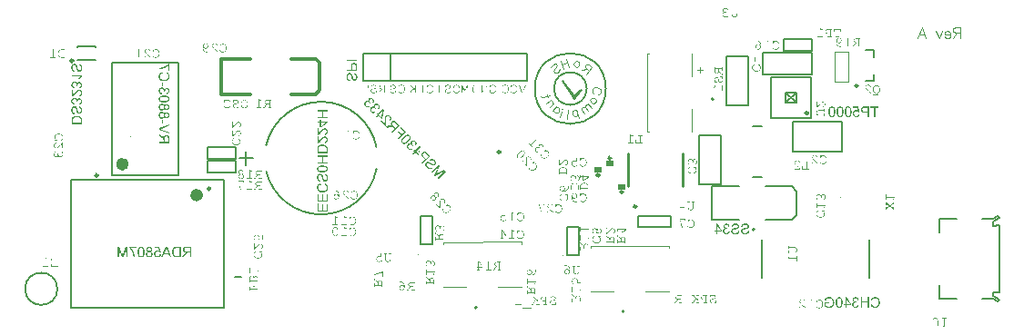
<source format=gbr>
%TF.GenerationSoftware,Altium Limited,Altium Designer,22.2.1 (43)*%
G04 Layer_Color=32896*
%FSLAX26Y26*%
%MOIN*%
%TF.SameCoordinates,49CA406D-FE3E-4379-A0B2-47437619DC98*%
%TF.FilePolarity,Positive*%
%TF.FileFunction,Legend,Bot*%
%TF.Part,Single*%
G01*
G75*
%TA.AperFunction,NonConductor*%
%ADD128C,0.005000*%
%ADD129C,0.007874*%
%ADD130C,0.003937*%
%ADD131C,0.023622*%
%ADD132C,0.009842*%
%ADD133C,0.009842*%
%ADD134C,0.012000*%
%ADD135C,0.006000*%
%ADD136C,0.005906*%
%ADD137C,0.004000*%
%ADD138C,0.010000*%
%ADD139C,0.004921*%
%ADD140C,0.004500*%
%ADD141R,0.031469X0.020000*%
G36*
X1885595Y849162D02*
X1886805Y848931D01*
X1887842Y848643D01*
X1888821Y848355D01*
X1889627Y848010D01*
X1890203Y847722D01*
X1890434Y847606D01*
X1890606Y847491D01*
X1890664Y847434D01*
X1890722D01*
X1891758Y846685D01*
X1892680Y845878D01*
X1893486Y845072D01*
X1894120Y844208D01*
X1894638Y843517D01*
X1895042Y842883D01*
X1895157Y842653D01*
X1895272Y842538D01*
X1895330Y842422D01*
Y842365D01*
X1895906Y841155D01*
X1896309Y839946D01*
X1896597Y838909D01*
X1896770Y837930D01*
X1896885Y837066D01*
X1897000Y836490D01*
Y836202D01*
Y836086D01*
Y835971D01*
Y835914D01*
Y831594D01*
X1896942Y830787D01*
X1896885Y830038D01*
X1896770Y829347D01*
X1896654Y828771D01*
X1896539Y828253D01*
X1896482Y827907D01*
X1896366Y827619D01*
Y827562D01*
X1896078Y826870D01*
X1895733Y826179D01*
X1895330Y825488D01*
X1894926Y824854D01*
X1894581Y824336D01*
X1894293Y823875D01*
X1894062Y823645D01*
X1894005Y823530D01*
X1893371Y822781D01*
X1892795Y822147D01*
X1892334Y821629D01*
X1891931Y821226D01*
X1891586Y820880D01*
X1891355Y820650D01*
X1891182Y820534D01*
X1891125Y820477D01*
X1890664Y820131D01*
X1890146Y819843D01*
X1889166Y819325D01*
X1888706Y819152D01*
X1888360Y818979D01*
X1888130Y818922D01*
X1888072Y818864D01*
X1887150Y818576D01*
X1886286Y818346D01*
X1885538Y818230D01*
X1884789Y818115D01*
X1884213Y818058D01*
X1883752Y818000D01*
X1883349D01*
X1882370Y818058D01*
X1881390Y818173D01*
X1880526Y818346D01*
X1879720Y818576D01*
X1879086Y818806D01*
X1878568Y818979D01*
X1878222Y819094D01*
X1878107Y819152D01*
X1877186Y819613D01*
X1876264Y820189D01*
X1875458Y820765D01*
X1874766Y821341D01*
X1874190Y821859D01*
X1873730Y822262D01*
X1873499Y822550D01*
X1873384Y822666D01*
X1873038Y823069D01*
X1872750Y823414D01*
X1872578Y823702D01*
X1872405Y823990D01*
X1872290Y824278D01*
Y824394D01*
X1872347Y824682D01*
X1872405Y824970D01*
X1872520Y825085D01*
X1872578Y825142D01*
X1872808Y825315D01*
X1873038Y825373D01*
X1873269Y825430D01*
X1873326D01*
X1873672Y825315D01*
X1873960Y825142D01*
X1874190Y824970D01*
X1874248Y824854D01*
X1874997Y824048D01*
X1875803Y823299D01*
X1876494Y822666D01*
X1877128Y822205D01*
X1877704Y821802D01*
X1878107Y821514D01*
X1878395Y821341D01*
X1878510Y821283D01*
X1879317Y820880D01*
X1880181Y820592D01*
X1880987Y820419D01*
X1881736Y820304D01*
X1882427Y820189D01*
X1882946Y820131D01*
X1883406D01*
X1884270Y820189D01*
X1885077Y820304D01*
X1885883Y820477D01*
X1886632Y820707D01*
X1887957Y821226D01*
X1889166Y821917D01*
X1889685Y822205D01*
X1890146Y822550D01*
X1890549Y822838D01*
X1890837Y823126D01*
X1891125Y823299D01*
X1891298Y823472D01*
X1891413Y823587D01*
X1891470Y823645D01*
X1892046Y824336D01*
X1892565Y825027D01*
X1893026Y825718D01*
X1893429Y826410D01*
X1893774Y827101D01*
X1894062Y827792D01*
X1894466Y829059D01*
X1894581Y829693D01*
X1894696Y830211D01*
X1894754Y830672D01*
X1894811Y831075D01*
X1894869Y831421D01*
Y831651D01*
Y831824D01*
Y831882D01*
Y835626D01*
X1894811Y836432D01*
X1894754Y837181D01*
X1894638Y837872D01*
X1894523Y838506D01*
X1894408Y838966D01*
X1894293Y839370D01*
X1894178Y839600D01*
Y839658D01*
X1893774Y840522D01*
X1893371Y841386D01*
X1892910Y842134D01*
X1892507Y842768D01*
X1892104Y843286D01*
X1891816Y843690D01*
X1891586Y843920D01*
X1891528Y844035D01*
X1891125Y844438D01*
X1890722Y844842D01*
X1889858Y845475D01*
X1889512Y845706D01*
X1889224Y845878D01*
X1888994Y845936D01*
X1888936Y845994D01*
X1888130Y846339D01*
X1887266Y846627D01*
X1886517Y846800D01*
X1885768Y846973D01*
X1885192Y847030D01*
X1884674Y847088D01*
X1884270D01*
X1882888Y846973D01*
X1881621Y846742D01*
X1880526Y846339D01*
X1879547Y845936D01*
X1878741Y845533D01*
X1878107Y845130D01*
X1877877Y845014D01*
X1877704Y844899D01*
X1877646Y844784D01*
X1877589D01*
X1876840Y844150D01*
X1876322Y843517D01*
X1875861Y842883D01*
X1875573Y842307D01*
X1875400Y841789D01*
X1875285Y841386D01*
X1875227Y841155D01*
Y841040D01*
X1875170Y840579D01*
X1875054Y840291D01*
X1874997Y840118D01*
X1874939Y840061D01*
X1874651Y839888D01*
X1874421Y839830D01*
X1874248Y839773D01*
X1874190D01*
X1873902Y839830D01*
X1873614Y839946D01*
X1873499Y840003D01*
X1873442Y840061D01*
X1873211Y840406D01*
X1873154Y840752D01*
X1873096Y841098D01*
Y841155D01*
Y841213D01*
Y847088D01*
X1873154Y847549D01*
X1873269Y847894D01*
X1873384Y848125D01*
X1873442Y848182D01*
X1873672Y848413D01*
X1873902Y848470D01*
X1874133Y848528D01*
X1874190D01*
X1874478Y848470D01*
X1874709Y848355D01*
X1874882Y848240D01*
X1874939Y848182D01*
X1875112Y847894D01*
X1875170Y847491D01*
X1875227Y847203D01*
Y847146D01*
Y847088D01*
Y845590D01*
X1875976Y846224D01*
X1876725Y846800D01*
X1877474Y847261D01*
X1878280Y847664D01*
X1879029Y848067D01*
X1879778Y848355D01*
X1881218Y848758D01*
X1881851Y848931D01*
X1882485Y849046D01*
X1883003Y849104D01*
X1883464Y849162D01*
X1883810Y849219D01*
X1884328D01*
X1885595Y849162D01*
D02*
G37*
G36*
X1834619Y848470D02*
X1834965Y848355D01*
X1835195Y848240D01*
X1835253Y848182D01*
X1835426Y847952D01*
X1835483Y847722D01*
X1835541Y847491D01*
Y847434D01*
X1835483Y847146D01*
X1835368Y846915D01*
X1835310Y846742D01*
X1835253Y846685D01*
X1834907Y846512D01*
X1834562Y846454D01*
X1834216Y846397D01*
X1831221D01*
Y820938D01*
X1834101D01*
X1834619Y820880D01*
X1834965Y820765D01*
X1835195Y820650D01*
X1835253Y820592D01*
X1835426Y820362D01*
X1835483Y820131D01*
X1835541Y819901D01*
Y819843D01*
X1835483Y819555D01*
X1835368Y819325D01*
X1835310Y819152D01*
X1835253Y819094D01*
X1834907Y818922D01*
X1834562Y818864D01*
X1834216Y818806D01*
X1825115D01*
X1824654Y818864D01*
X1824309Y818979D01*
X1824078Y819037D01*
X1824021Y819094D01*
X1823790Y819325D01*
X1823733Y819555D01*
X1823675Y819786D01*
Y819843D01*
X1823733Y820131D01*
X1823848Y820419D01*
X1823963Y820534D01*
X1824021Y820592D01*
X1824309Y820822D01*
X1824712Y820880D01*
X1825000Y820938D01*
X1829090D01*
Y830384D01*
X1824885Y834186D01*
X1823618Y833725D01*
X1822523Y833206D01*
X1821544Y832630D01*
X1820738Y831997D01*
X1820046Y831421D01*
X1819586Y830960D01*
X1819298Y830672D01*
X1819182Y830614D01*
Y830557D01*
X1818722Y829981D01*
X1818261Y829290D01*
X1817800Y828483D01*
X1817339Y827619D01*
X1816821Y826698D01*
X1816360Y825718D01*
X1815438Y823702D01*
X1815035Y822723D01*
X1814690Y821859D01*
X1814344Y820995D01*
X1814056Y820304D01*
X1813826Y819670D01*
X1813653Y819210D01*
X1813538Y818922D01*
X1813480Y818806D01*
X1809448D01*
X1808930Y818864D01*
X1808584Y818979D01*
X1808411Y819037D01*
X1808354Y819094D01*
X1808123Y819325D01*
X1808066Y819555D01*
X1808008Y819786D01*
Y819843D01*
X1808066Y820131D01*
X1808181Y820419D01*
X1808296Y820534D01*
X1808354Y820592D01*
X1808642Y820822D01*
X1808987Y820880D01*
X1809333Y820938D01*
X1812098D01*
X1812558Y822032D01*
X1812962Y823011D01*
X1813307Y823875D01*
X1813653Y824682D01*
X1813998Y825430D01*
X1814286Y826064D01*
X1814517Y826582D01*
X1814747Y827043D01*
X1814920Y827446D01*
X1815093Y827792D01*
X1815208Y828080D01*
X1815323Y828310D01*
X1815438Y828598D01*
X1815496Y828656D01*
X1816072Y829693D01*
X1816648Y830614D01*
X1817224Y831363D01*
X1817742Y831997D01*
X1818146Y832515D01*
X1818491Y832861D01*
X1818722Y833091D01*
X1818779Y833149D01*
X1819470Y833725D01*
X1820162Y834243D01*
X1820910Y834704D01*
X1821602Y835107D01*
X1822235Y835395D01*
X1822696Y835626D01*
X1823042Y835741D01*
X1823099Y835798D01*
X1823157D01*
X1811464Y846397D01*
X1810658D01*
X1810197Y846454D01*
X1809851Y846570D01*
X1809621Y846627D01*
X1809563Y846685D01*
X1809333Y846915D01*
X1809275Y847146D01*
X1809218Y847376D01*
Y847434D01*
X1809275Y847722D01*
X1809390Y848010D01*
X1809506Y848125D01*
X1809563Y848182D01*
X1809851Y848413D01*
X1810254Y848470D01*
X1810542Y848528D01*
X1816994D01*
X1817512Y848470D01*
X1817858Y848355D01*
X1818088Y848240D01*
X1818146Y848182D01*
X1818318Y847952D01*
X1818376Y847722D01*
X1818434Y847491D01*
Y847434D01*
X1818376Y847146D01*
X1818261Y846915D01*
X1818203Y846742D01*
X1818146Y846685D01*
X1817800Y846512D01*
X1817454Y846454D01*
X1817109Y846397D01*
X1814632D01*
X1829090Y833264D01*
Y846397D01*
X1825115D01*
X1824654Y846454D01*
X1824309Y846570D01*
X1824078Y846627D01*
X1824021Y846685D01*
X1823790Y846915D01*
X1823733Y847146D01*
X1823675Y847376D01*
Y847434D01*
X1823733Y847722D01*
X1823848Y848010D01*
X1823963Y848125D01*
X1824021Y848182D01*
X1824309Y848413D01*
X1824712Y848470D01*
X1825000Y848528D01*
X1834101D01*
X1834619Y848470D01*
D02*
G37*
G36*
X1864859D02*
X1865205Y848355D01*
X1865435Y848240D01*
X1865493Y848182D01*
X1865666Y847952D01*
X1865723Y847722D01*
X1865781Y847491D01*
Y847434D01*
X1865723Y847146D01*
X1865608Y846915D01*
X1865550Y846742D01*
X1865493Y846685D01*
X1865147Y846512D01*
X1864802Y846454D01*
X1864456Y846397D01*
X1859272D01*
Y820938D01*
X1864341D01*
X1864859Y820880D01*
X1865205Y820765D01*
X1865435Y820650D01*
X1865493Y820592D01*
X1865666Y820362D01*
X1865723Y820131D01*
X1865781Y819901D01*
Y819843D01*
X1865723Y819555D01*
X1865608Y819325D01*
X1865550Y819152D01*
X1865493Y819094D01*
X1865147Y818922D01*
X1864802Y818864D01*
X1864456Y818806D01*
X1840782D01*
Y829405D01*
X1840840Y829866D01*
X1840955Y830211D01*
X1841070Y830442D01*
X1841128Y830499D01*
X1841358Y830730D01*
X1841589Y830787D01*
X1841819Y830845D01*
X1841877D01*
X1842165Y830787D01*
X1842395Y830672D01*
X1842568Y830557D01*
X1842626Y830499D01*
X1842798Y830211D01*
X1842856Y829808D01*
X1842914Y829520D01*
Y829462D01*
Y829405D01*
Y820938D01*
X1857141D01*
Y846397D01*
X1852072D01*
X1851611Y846454D01*
X1851266Y846570D01*
X1851035Y846627D01*
X1850978Y846685D01*
X1850747Y846915D01*
X1850690Y847146D01*
X1850632Y847376D01*
Y847434D01*
X1850690Y847722D01*
X1850805Y848010D01*
X1850920Y848125D01*
X1850978Y848182D01*
X1851266Y848413D01*
X1851669Y848470D01*
X1851957Y848528D01*
X1864341D01*
X1864859Y848470D01*
D02*
G37*
G36*
X1750010Y849104D02*
X1751450Y848816D01*
X1752659Y848470D01*
X1753696Y848010D01*
X1754502Y847549D01*
X1754848Y847376D01*
X1755078Y847203D01*
X1755309Y847030D01*
X1755482Y846915D01*
X1755539Y846858D01*
X1755597Y846800D01*
X1756058Y846339D01*
X1756461Y845878D01*
X1757152Y844899D01*
X1757613Y843920D01*
X1757901Y842998D01*
X1758131Y842250D01*
X1758189Y841616D01*
X1758246Y841386D01*
Y841213D01*
Y841098D01*
Y841040D01*
X1758131Y839830D01*
X1757901Y838794D01*
X1757498Y837930D01*
X1757094Y837181D01*
X1756691Y836605D01*
X1756288Y836202D01*
X1756058Y835914D01*
X1755942Y835856D01*
X1755482Y835510D01*
X1754906Y835222D01*
X1753754Y834646D01*
X1752486Y834186D01*
X1751219Y833840D01*
X1750067Y833494D01*
X1749549Y833379D01*
X1749088Y833322D01*
X1748742Y833264D01*
X1748454Y833206D01*
X1748282Y833149D01*
X1748224D01*
X1747533Y833034D01*
X1746899Y832918D01*
X1746323Y832803D01*
X1745805Y832688D01*
X1744941Y832458D01*
X1744250Y832285D01*
X1743731Y832170D01*
X1743386Y832054D01*
X1743213Y831939D01*
X1743155D01*
X1742522Y831651D01*
X1742003Y831306D01*
X1741600Y830960D01*
X1741197Y830614D01*
X1740909Y830326D01*
X1740736Y830096D01*
X1740621Y829923D01*
X1740563Y829866D01*
X1740275Y829347D01*
X1740045Y828829D01*
X1739872Y828310D01*
X1739757Y827850D01*
X1739699Y827446D01*
X1739642Y827158D01*
Y826928D01*
Y826870D01*
X1739757Y825891D01*
X1739987Y824970D01*
X1740390Y824163D01*
X1740794Y823472D01*
X1741254Y822896D01*
X1741658Y822435D01*
X1741888Y822205D01*
X1742003Y822090D01*
X1742925Y821456D01*
X1743962Y820938D01*
X1744998Y820592D01*
X1746035Y820362D01*
X1746957Y820246D01*
X1747360Y820189D01*
X1747648D01*
X1747936Y820131D01*
X1748339D01*
X1749779Y820189D01*
X1751046Y820419D01*
X1752141Y820707D01*
X1753062Y821110D01*
X1753754Y821456D01*
X1754272Y821744D01*
X1754618Y821974D01*
X1754733Y822032D01*
X1755539Y822781D01*
X1756115Y823472D01*
X1756576Y824221D01*
X1756864Y824854D01*
X1757037Y825430D01*
X1757152Y825834D01*
X1757210Y826122D01*
Y826237D01*
X1757267Y826698D01*
X1757382Y826986D01*
X1757498Y827158D01*
X1757555Y827216D01*
X1757786Y827446D01*
X1758016Y827504D01*
X1758246Y827562D01*
X1758304D01*
X1758592Y827504D01*
X1758822Y827389D01*
X1758995Y827274D01*
X1759053Y827216D01*
X1759226Y826870D01*
X1759283Y826525D01*
X1759341Y826179D01*
Y826122D01*
Y826064D01*
Y820189D01*
X1759283Y819728D01*
X1759168Y819382D01*
X1759110Y819152D01*
X1759053Y819094D01*
X1758822Y818922D01*
X1758592Y818864D01*
X1758362Y818806D01*
X1758304D01*
X1758016Y818864D01*
X1757728Y818979D01*
X1757613Y819037D01*
X1757555Y819094D01*
X1757325Y819440D01*
X1757267Y819786D01*
X1757210Y820074D01*
Y820131D01*
Y820189D01*
Y821456D01*
X1756576Y820822D01*
X1755885Y820304D01*
X1755194Y819843D01*
X1754445Y819440D01*
X1753696Y819152D01*
X1752947Y818864D01*
X1751565Y818461D01*
X1750874Y818288D01*
X1750298Y818173D01*
X1749722Y818115D01*
X1749261Y818058D01*
X1748858Y818000D01*
X1748339D01*
X1747418Y818058D01*
X1746554Y818115D01*
X1744998Y818403D01*
X1743674Y818806D01*
X1743098Y819037D01*
X1742522Y819267D01*
X1742061Y819498D01*
X1741658Y819728D01*
X1741254Y819958D01*
X1740966Y820131D01*
X1740736Y820304D01*
X1740563Y820419D01*
X1740506Y820534D01*
X1740448D01*
X1739930Y821053D01*
X1739469Y821571D01*
X1739066Y822090D01*
X1738720Y822608D01*
X1738202Y823645D01*
X1737856Y824624D01*
X1737683Y825488D01*
X1737626Y825891D01*
X1737568Y826179D01*
X1737510Y826467D01*
Y826640D01*
Y826755D01*
Y826813D01*
X1737568Y827677D01*
X1737683Y828426D01*
X1737856Y829174D01*
X1738086Y829750D01*
X1738317Y830211D01*
X1738490Y830614D01*
X1738605Y830845D01*
X1738662Y830902D01*
X1739123Y831536D01*
X1739642Y832112D01*
X1740160Y832573D01*
X1740736Y832976D01*
X1741197Y833264D01*
X1741600Y833494D01*
X1741830Y833610D01*
X1741946Y833667D01*
X1742291Y833782D01*
X1742637Y833955D01*
X1743558Y834243D01*
X1744538Y834474D01*
X1745517Y834704D01*
X1746438Y834877D01*
X1746842Y834992D01*
X1747245Y835050D01*
X1747533Y835107D01*
X1747763D01*
X1747878Y835165D01*
X1747936D01*
X1748858Y835338D01*
X1749664Y835453D01*
X1750298Y835626D01*
X1750874Y835741D01*
X1751277Y835798D01*
X1751565Y835914D01*
X1751738Y835971D01*
X1751795D01*
X1752659Y836317D01*
X1753350Y836662D01*
X1753581Y836778D01*
X1753811Y836893D01*
X1753926Y837008D01*
X1753984D01*
X1754618Y837526D01*
X1755136Y838102D01*
X1755309Y838333D01*
X1755424Y838506D01*
X1755539Y838621D01*
Y838678D01*
X1755885Y839485D01*
X1756058Y840234D01*
Y840522D01*
X1756115Y840752D01*
Y840925D01*
Y840982D01*
X1756000Y841904D01*
X1755770Y842710D01*
X1755482Y843402D01*
X1755078Y844035D01*
X1754675Y844554D01*
X1754387Y844957D01*
X1754157Y845187D01*
X1754042Y845245D01*
X1753178Y845878D01*
X1752256Y846339D01*
X1751334Y846627D01*
X1750413Y846858D01*
X1749606Y846973D01*
X1748973Y847088D01*
X1748397D01*
X1747187Y847030D01*
X1746093Y846800D01*
X1745171Y846570D01*
X1744365Y846224D01*
X1743731Y845936D01*
X1743328Y845648D01*
X1743040Y845418D01*
X1742925Y845360D01*
X1742234Y844726D01*
X1741715Y844035D01*
X1741312Y843402D01*
X1741024Y842768D01*
X1740851Y842250D01*
X1740736Y841846D01*
X1740678Y841616D01*
Y841501D01*
X1740621Y841040D01*
X1740506Y840752D01*
X1740448Y840579D01*
X1740390Y840522D01*
X1740160Y840349D01*
X1739930Y840291D01*
X1739699Y840234D01*
X1739642D01*
X1739354Y840291D01*
X1739066Y840406D01*
X1738950Y840464D01*
X1738893Y840522D01*
X1738662Y840867D01*
X1738605Y841213D01*
X1738547Y841501D01*
Y841558D01*
Y841616D01*
Y847088D01*
X1738605Y847549D01*
X1738720Y847894D01*
X1738835Y848125D01*
X1738893Y848182D01*
X1739123Y848413D01*
X1739354Y848470D01*
X1739584Y848528D01*
X1739642D01*
X1739930Y848470D01*
X1740160Y848355D01*
X1740333Y848240D01*
X1740390Y848182D01*
X1740563Y847894D01*
X1740621Y847491D01*
X1740678Y847203D01*
Y847146D01*
Y847088D01*
Y846397D01*
X1741312Y846915D01*
X1741946Y847318D01*
X1742637Y847722D01*
X1743270Y848010D01*
X1744595Y848528D01*
X1745805Y848874D01*
X1746842Y849046D01*
X1747302Y849162D01*
X1747706D01*
X1747994Y849219D01*
X1748454D01*
X1750010Y849104D01*
D02*
G37*
G36*
X1780595Y849162D02*
X1781805Y848931D01*
X1782842Y848643D01*
X1783821Y848355D01*
X1784627Y848010D01*
X1785203Y847722D01*
X1785434Y847606D01*
X1785606Y847491D01*
X1785664Y847434D01*
X1785722D01*
X1786758Y846685D01*
X1787680Y845878D01*
X1788486Y845072D01*
X1789120Y844208D01*
X1789638Y843517D01*
X1790042Y842883D01*
X1790157Y842653D01*
X1790272Y842538D01*
X1790330Y842422D01*
Y842365D01*
X1790906Y841155D01*
X1791309Y839946D01*
X1791597Y838909D01*
X1791770Y837930D01*
X1791885Y837066D01*
X1792000Y836490D01*
Y836202D01*
Y836086D01*
Y835971D01*
Y835914D01*
Y831594D01*
X1791942Y830787D01*
X1791885Y830038D01*
X1791770Y829347D01*
X1791654Y828771D01*
X1791539Y828253D01*
X1791482Y827907D01*
X1791366Y827619D01*
Y827562D01*
X1791078Y826870D01*
X1790733Y826179D01*
X1790330Y825488D01*
X1789926Y824854D01*
X1789581Y824336D01*
X1789293Y823875D01*
X1789062Y823645D01*
X1789005Y823530D01*
X1788371Y822781D01*
X1787795Y822147D01*
X1787334Y821629D01*
X1786931Y821226D01*
X1786586Y820880D01*
X1786355Y820650D01*
X1786182Y820534D01*
X1786125Y820477D01*
X1785664Y820131D01*
X1785146Y819843D01*
X1784166Y819325D01*
X1783706Y819152D01*
X1783360Y818979D01*
X1783130Y818922D01*
X1783072Y818864D01*
X1782150Y818576D01*
X1781286Y818346D01*
X1780538Y818230D01*
X1779789Y818115D01*
X1779213Y818058D01*
X1778752Y818000D01*
X1778349D01*
X1777370Y818058D01*
X1776390Y818173D01*
X1775526Y818346D01*
X1774720Y818576D01*
X1774086Y818806D01*
X1773568Y818979D01*
X1773222Y819094D01*
X1773107Y819152D01*
X1772186Y819613D01*
X1771264Y820189D01*
X1770458Y820765D01*
X1769766Y821341D01*
X1769190Y821859D01*
X1768730Y822262D01*
X1768499Y822550D01*
X1768384Y822666D01*
X1768038Y823069D01*
X1767750Y823414D01*
X1767578Y823702D01*
X1767405Y823990D01*
X1767290Y824278D01*
Y824394D01*
X1767347Y824682D01*
X1767405Y824970D01*
X1767520Y825085D01*
X1767578Y825142D01*
X1767808Y825315D01*
X1768038Y825373D01*
X1768269Y825430D01*
X1768326D01*
X1768672Y825315D01*
X1768960Y825142D01*
X1769190Y824970D01*
X1769248Y824854D01*
X1769997Y824048D01*
X1770803Y823299D01*
X1771494Y822666D01*
X1772128Y822205D01*
X1772704Y821802D01*
X1773107Y821514D01*
X1773395Y821341D01*
X1773510Y821283D01*
X1774317Y820880D01*
X1775181Y820592D01*
X1775987Y820419D01*
X1776736Y820304D01*
X1777427Y820189D01*
X1777946Y820131D01*
X1778406D01*
X1779270Y820189D01*
X1780077Y820304D01*
X1780883Y820477D01*
X1781632Y820707D01*
X1782957Y821226D01*
X1784166Y821917D01*
X1784685Y822205D01*
X1785146Y822550D01*
X1785549Y822838D01*
X1785837Y823126D01*
X1786125Y823299D01*
X1786298Y823472D01*
X1786413Y823587D01*
X1786470Y823645D01*
X1787046Y824336D01*
X1787565Y825027D01*
X1788026Y825718D01*
X1788429Y826410D01*
X1788774Y827101D01*
X1789062Y827792D01*
X1789466Y829059D01*
X1789581Y829693D01*
X1789696Y830211D01*
X1789754Y830672D01*
X1789811Y831075D01*
X1789869Y831421D01*
Y831651D01*
Y831824D01*
Y831882D01*
Y835626D01*
X1789811Y836432D01*
X1789754Y837181D01*
X1789638Y837872D01*
X1789523Y838506D01*
X1789408Y838966D01*
X1789293Y839370D01*
X1789178Y839600D01*
Y839658D01*
X1788774Y840522D01*
X1788371Y841386D01*
X1787910Y842134D01*
X1787507Y842768D01*
X1787104Y843286D01*
X1786816Y843690D01*
X1786586Y843920D01*
X1786528Y844035D01*
X1786125Y844438D01*
X1785722Y844842D01*
X1784858Y845475D01*
X1784512Y845706D01*
X1784224Y845878D01*
X1783994Y845936D01*
X1783936Y845994D01*
X1783130Y846339D01*
X1782266Y846627D01*
X1781517Y846800D01*
X1780768Y846973D01*
X1780192Y847030D01*
X1779674Y847088D01*
X1779270D01*
X1777888Y846973D01*
X1776621Y846742D01*
X1775526Y846339D01*
X1774547Y845936D01*
X1773741Y845533D01*
X1773107Y845130D01*
X1772877Y845014D01*
X1772704Y844899D01*
X1772646Y844784D01*
X1772589D01*
X1771840Y844150D01*
X1771322Y843517D01*
X1770861Y842883D01*
X1770573Y842307D01*
X1770400Y841789D01*
X1770285Y841386D01*
X1770227Y841155D01*
Y841040D01*
X1770170Y840579D01*
X1770054Y840291D01*
X1769997Y840118D01*
X1769939Y840061D01*
X1769651Y839888D01*
X1769421Y839830D01*
X1769248Y839773D01*
X1769190D01*
X1768902Y839830D01*
X1768614Y839946D01*
X1768499Y840003D01*
X1768442Y840061D01*
X1768211Y840406D01*
X1768154Y840752D01*
X1768096Y841098D01*
Y841155D01*
Y841213D01*
Y847088D01*
X1768154Y847549D01*
X1768269Y847894D01*
X1768384Y848125D01*
X1768442Y848182D01*
X1768672Y848413D01*
X1768902Y848470D01*
X1769133Y848528D01*
X1769190D01*
X1769478Y848470D01*
X1769709Y848355D01*
X1769882Y848240D01*
X1769939Y848182D01*
X1770112Y847894D01*
X1770170Y847491D01*
X1770227Y847203D01*
Y847146D01*
Y847088D01*
Y845590D01*
X1770976Y846224D01*
X1771725Y846800D01*
X1772474Y847261D01*
X1773280Y847664D01*
X1774029Y848067D01*
X1774778Y848355D01*
X1776218Y848758D01*
X1776851Y848931D01*
X1777485Y849046D01*
X1778003Y849104D01*
X1778464Y849162D01*
X1778810Y849219D01*
X1779328D01*
X1780595Y849162D01*
D02*
G37*
G36*
X1951198Y849104D02*
X1952638Y848816D01*
X1953848Y848470D01*
X1954885Y848010D01*
X1955691Y847549D01*
X1956037Y847376D01*
X1956267Y847203D01*
X1956498Y847030D01*
X1956670Y846915D01*
X1956728Y846858D01*
X1956786Y846800D01*
X1957246Y846339D01*
X1957650Y845878D01*
X1958341Y844899D01*
X1958802Y843920D01*
X1959090Y842998D01*
X1959320Y842250D01*
X1959378Y841616D01*
X1959435Y841386D01*
Y841213D01*
Y841098D01*
Y841040D01*
X1959320Y839830D01*
X1959090Y838794D01*
X1958686Y837930D01*
X1958283Y837181D01*
X1957880Y836605D01*
X1957477Y836202D01*
X1957246Y835914D01*
X1957131Y835856D01*
X1956670Y835510D01*
X1956094Y835222D01*
X1954942Y834646D01*
X1953675Y834186D01*
X1952408Y833840D01*
X1951256Y833494D01*
X1950738Y833379D01*
X1950277Y833322D01*
X1949931Y833264D01*
X1949643Y833206D01*
X1949470Y833149D01*
X1949413D01*
X1948722Y833034D01*
X1948088Y832918D01*
X1947512Y832803D01*
X1946994Y832688D01*
X1946130Y832458D01*
X1945438Y832285D01*
X1944920Y832170D01*
X1944574Y832054D01*
X1944402Y831939D01*
X1944344D01*
X1943710Y831651D01*
X1943192Y831306D01*
X1942789Y830960D01*
X1942386Y830614D01*
X1942098Y830326D01*
X1941925Y830096D01*
X1941810Y829923D01*
X1941752Y829866D01*
X1941464Y829347D01*
X1941234Y828829D01*
X1941061Y828310D01*
X1940946Y827850D01*
X1940888Y827446D01*
X1940830Y827158D01*
Y826928D01*
Y826870D01*
X1940946Y825891D01*
X1941176Y824970D01*
X1941579Y824163D01*
X1941982Y823472D01*
X1942443Y822896D01*
X1942846Y822435D01*
X1943077Y822205D01*
X1943192Y822090D01*
X1944114Y821456D01*
X1945150Y820938D01*
X1946187Y820592D01*
X1947224Y820362D01*
X1948146Y820246D01*
X1948549Y820189D01*
X1948837D01*
X1949125Y820131D01*
X1949528D01*
X1950968Y820189D01*
X1952235Y820419D01*
X1953330Y820707D01*
X1954251Y821110D01*
X1954942Y821456D01*
X1955461Y821744D01*
X1955806Y821974D01*
X1955922Y822032D01*
X1956728Y822781D01*
X1957304Y823472D01*
X1957765Y824221D01*
X1958053Y824854D01*
X1958226Y825430D01*
X1958341Y825834D01*
X1958398Y826122D01*
Y826237D01*
X1958456Y826698D01*
X1958571Y826986D01*
X1958686Y827158D01*
X1958744Y827216D01*
X1958974Y827446D01*
X1959205Y827504D01*
X1959435Y827562D01*
X1959493D01*
X1959781Y827504D01*
X1960011Y827389D01*
X1960184Y827274D01*
X1960242Y827216D01*
X1960414Y826870D01*
X1960472Y826525D01*
X1960530Y826179D01*
Y826122D01*
Y826064D01*
Y820189D01*
X1960472Y819728D01*
X1960357Y819382D01*
X1960299Y819152D01*
X1960242Y819094D01*
X1960011Y818922D01*
X1959781Y818864D01*
X1959550Y818806D01*
X1959493D01*
X1959205Y818864D01*
X1958917Y818979D01*
X1958802Y819037D01*
X1958744Y819094D01*
X1958514Y819440D01*
X1958456Y819786D01*
X1958398Y820074D01*
Y820131D01*
Y820189D01*
Y821456D01*
X1957765Y820822D01*
X1957074Y820304D01*
X1956382Y819843D01*
X1955634Y819440D01*
X1954885Y819152D01*
X1954136Y818864D01*
X1952754Y818461D01*
X1952062Y818288D01*
X1951486Y818173D01*
X1950910Y818115D01*
X1950450Y818058D01*
X1950046Y818000D01*
X1949528D01*
X1948606Y818058D01*
X1947742Y818115D01*
X1946187Y818403D01*
X1944862Y818806D01*
X1944286Y819037D01*
X1943710Y819267D01*
X1943250Y819498D01*
X1942846Y819728D01*
X1942443Y819958D01*
X1942155Y820131D01*
X1941925Y820304D01*
X1941752Y820419D01*
X1941694Y820534D01*
X1941637D01*
X1941118Y821053D01*
X1940658Y821571D01*
X1940254Y822090D01*
X1939909Y822608D01*
X1939390Y823645D01*
X1939045Y824624D01*
X1938872Y825488D01*
X1938814Y825891D01*
X1938757Y826179D01*
X1938699Y826467D01*
Y826640D01*
Y826755D01*
Y826813D01*
X1938757Y827677D01*
X1938872Y828426D01*
X1939045Y829174D01*
X1939275Y829750D01*
X1939506Y830211D01*
X1939678Y830614D01*
X1939794Y830845D01*
X1939851Y830902D01*
X1940312Y831536D01*
X1940830Y832112D01*
X1941349Y832573D01*
X1941925Y832976D01*
X1942386Y833264D01*
X1942789Y833494D01*
X1943019Y833610D01*
X1943134Y833667D01*
X1943480Y833782D01*
X1943826Y833955D01*
X1944747Y834243D01*
X1945726Y834474D01*
X1946706Y834704D01*
X1947627Y834877D01*
X1948030Y834992D01*
X1948434Y835050D01*
X1948722Y835107D01*
X1948952D01*
X1949067Y835165D01*
X1949125D01*
X1950046Y835338D01*
X1950853Y835453D01*
X1951486Y835626D01*
X1952062Y835741D01*
X1952466Y835798D01*
X1952754Y835914D01*
X1952926Y835971D01*
X1952984D01*
X1953848Y836317D01*
X1954539Y836662D01*
X1954770Y836778D01*
X1955000Y836893D01*
X1955115Y837008D01*
X1955173D01*
X1955806Y837526D01*
X1956325Y838102D01*
X1956498Y838333D01*
X1956613Y838506D01*
X1956728Y838621D01*
Y838678D01*
X1957074Y839485D01*
X1957246Y840234D01*
Y840522D01*
X1957304Y840752D01*
Y840925D01*
Y840982D01*
X1957189Y841904D01*
X1956958Y842710D01*
X1956670Y843402D01*
X1956267Y844035D01*
X1955864Y844554D01*
X1955576Y844957D01*
X1955346Y845187D01*
X1955230Y845245D01*
X1954366Y845878D01*
X1953445Y846339D01*
X1952523Y846627D01*
X1951602Y846858D01*
X1950795Y846973D01*
X1950162Y847088D01*
X1949586D01*
X1948376Y847030D01*
X1947282Y846800D01*
X1946360Y846570D01*
X1945554Y846224D01*
X1944920Y845936D01*
X1944517Y845648D01*
X1944229Y845418D01*
X1944114Y845360D01*
X1943422Y844726D01*
X1942904Y844035D01*
X1942501Y843402D01*
X1942213Y842768D01*
X1942040Y842250D01*
X1941925Y841846D01*
X1941867Y841616D01*
Y841501D01*
X1941810Y841040D01*
X1941694Y840752D01*
X1941637Y840579D01*
X1941579Y840522D01*
X1941349Y840349D01*
X1941118Y840291D01*
X1940888Y840234D01*
X1940830D01*
X1940542Y840291D01*
X1940254Y840406D01*
X1940139Y840464D01*
X1940082Y840522D01*
X1939851Y840867D01*
X1939794Y841213D01*
X1939736Y841501D01*
Y841558D01*
Y841616D01*
Y847088D01*
X1939794Y847549D01*
X1939909Y847894D01*
X1940024Y848125D01*
X1940082Y848182D01*
X1940312Y848413D01*
X1940542Y848470D01*
X1940773Y848528D01*
X1940830D01*
X1941118Y848470D01*
X1941349Y848355D01*
X1941522Y848240D01*
X1941579Y848182D01*
X1941752Y847894D01*
X1941810Y847491D01*
X1941867Y847203D01*
Y847146D01*
Y847088D01*
Y846397D01*
X1942501Y846915D01*
X1943134Y847318D01*
X1943826Y847722D01*
X1944459Y848010D01*
X1945784Y848528D01*
X1946994Y848874D01*
X1948030Y849046D01*
X1948491Y849162D01*
X1948894D01*
X1949182Y849219D01*
X1949643D01*
X1951198Y849104D01*
D02*
G37*
G36*
X2025618Y848470D02*
X2025963Y848355D01*
X2026194Y848240D01*
X2026251Y848182D01*
X2026424Y847952D01*
X2026482Y847722D01*
X2026539Y847491D01*
Y847434D01*
X2026482Y847146D01*
X2026366Y846915D01*
X2026309Y846742D01*
X2026251Y846685D01*
X2025906Y846512D01*
X2025560Y846454D01*
X2025214Y846397D01*
X2023774D01*
Y820938D01*
X2025560D01*
X2026078Y820880D01*
X2026424Y820765D01*
X2026654Y820650D01*
X2026712Y820592D01*
X2026885Y820362D01*
X2026942Y820131D01*
X2027000Y819901D01*
Y819843D01*
X2026942Y819555D01*
X2026827Y819325D01*
X2026770Y819152D01*
X2026712Y819094D01*
X2026366Y818922D01*
X2026021Y818864D01*
X2025675Y818806D01*
X2017669D01*
X2017208Y818864D01*
X2016862Y818979D01*
X2016632Y819037D01*
X2016574Y819094D01*
X2016344Y819325D01*
X2016286Y819555D01*
X2016229Y819786D01*
Y819843D01*
X2016286Y820131D01*
X2016402Y820419D01*
X2016517Y820534D01*
X2016574Y820592D01*
X2016862Y820822D01*
X2017266Y820880D01*
X2017554Y820938D01*
X2021643D01*
Y846397D01*
X2021240D01*
X2013061Y827677D01*
X2010584D01*
X2002520Y846397D01*
X2002059D01*
Y820938D01*
X2006034D01*
X2006552Y820880D01*
X2006898Y820765D01*
X2007128Y820650D01*
X2007186Y820592D01*
X2007358Y820362D01*
X2007416Y820131D01*
X2007474Y819901D01*
Y819843D01*
X2007416Y819555D01*
X2007301Y819325D01*
X2007243Y819152D01*
X2007186Y819094D01*
X2006840Y818922D01*
X2006494Y818864D01*
X2006149Y818806D01*
X1998142D01*
X1997682Y818864D01*
X1997336Y818979D01*
X1997106Y819037D01*
X1997048Y819094D01*
X1996818Y819325D01*
X1996760Y819555D01*
X1996702Y819786D01*
Y819843D01*
X1996760Y820131D01*
X1996875Y820419D01*
X1996990Y820534D01*
X1997048Y820592D01*
X1997336Y820822D01*
X1997739Y820880D01*
X1998027Y820938D01*
X1999928D01*
Y846397D01*
X1998603D01*
X1998142Y846454D01*
X1997797Y846570D01*
X1997566Y846627D01*
X1997509Y846685D01*
X1997278Y846915D01*
X1997221Y847146D01*
X1997163Y847376D01*
Y847434D01*
X1997221Y847722D01*
X1997336Y848010D01*
X1997451Y848125D01*
X1997509Y848182D01*
X1997797Y848413D01*
X1998200Y848470D01*
X1998488Y848528D01*
X2003960D01*
X2011851Y830096D01*
X2019858Y848528D01*
X2025099D01*
X2025618Y848470D01*
D02*
G37*
G36*
X1927237D02*
X1927582Y848355D01*
X1927813Y848240D01*
X1927870Y848182D01*
X1928043Y847952D01*
X1928101Y847722D01*
X1928158Y847491D01*
Y847434D01*
X1928101Y847146D01*
X1927986Y846915D01*
X1927928Y846742D01*
X1927870Y846685D01*
X1927525Y846512D01*
X1927179Y846454D01*
X1926834Y846397D01*
X1919403D01*
Y820938D01*
X1926718D01*
X1927237Y820880D01*
X1927582Y820765D01*
X1927813Y820650D01*
X1927870Y820592D01*
X1928043Y820362D01*
X1928101Y820131D01*
X1928158Y819901D01*
Y819843D01*
X1928101Y819555D01*
X1927986Y819325D01*
X1927928Y819152D01*
X1927870Y819094D01*
X1927525Y818922D01*
X1927179Y818864D01*
X1926834Y818806D01*
X1909957D01*
X1909496Y818864D01*
X1909150Y818979D01*
X1908920Y819037D01*
X1908862Y819094D01*
X1908632Y819325D01*
X1908574Y819555D01*
X1908517Y819786D01*
Y819843D01*
X1908574Y820131D01*
X1908690Y820419D01*
X1908805Y820534D01*
X1908862Y820592D01*
X1909150Y820822D01*
X1909554Y820880D01*
X1909842Y820938D01*
X1917272D01*
Y846397D01*
X1909957D01*
X1909496Y846454D01*
X1909150Y846570D01*
X1908920Y846627D01*
X1908862Y846685D01*
X1908632Y846915D01*
X1908574Y847146D01*
X1908517Y847376D01*
Y847434D01*
X1908574Y847722D01*
X1908690Y848010D01*
X1908805Y848125D01*
X1908862Y848182D01*
X1909150Y848413D01*
X1909554Y848470D01*
X1909842Y848528D01*
X1926718D01*
X1927237Y848470D01*
D02*
G37*
G36*
X1981669Y849162D02*
X1982590Y849046D01*
X1983454Y848816D01*
X1984318Y848528D01*
X1985874Y847837D01*
X1986565Y847434D01*
X1987198Y847030D01*
X1987774Y846627D01*
X1988293Y846224D01*
X1988696Y845878D01*
X1989099Y845533D01*
X1989387Y845245D01*
X1989618Y845014D01*
X1989733Y844899D01*
X1989790Y844842D01*
X1990482Y843978D01*
X1991058Y843114D01*
X1991576Y842192D01*
X1992037Y841270D01*
X1992440Y840291D01*
X1992728Y839370D01*
X1993189Y837584D01*
X1993362Y836778D01*
X1993477Y836029D01*
X1993592Y835338D01*
X1993650Y834762D01*
X1993707Y834301D01*
Y833898D01*
Y833667D01*
Y833610D01*
X1993650Y832342D01*
X1993534Y831133D01*
X1993362Y830038D01*
X1993074Y828944D01*
X1992786Y827965D01*
X1992440Y827043D01*
X1992094Y826179D01*
X1991749Y825430D01*
X1991403Y824739D01*
X1991000Y824106D01*
X1990712Y823587D01*
X1990424Y823184D01*
X1990136Y822838D01*
X1989963Y822608D01*
X1989848Y822435D01*
X1989790Y822378D01*
X1989042Y821629D01*
X1988293Y820938D01*
X1987486Y820362D01*
X1986738Y819843D01*
X1985931Y819440D01*
X1985182Y819094D01*
X1984434Y818806D01*
X1983742Y818576D01*
X1983109Y818346D01*
X1982533Y818230D01*
X1982014Y818115D01*
X1981554Y818058D01*
X1981208D01*
X1980920Y818000D01*
X1980690D01*
X1979422Y818115D01*
X1978213Y818346D01*
X1977118Y818634D01*
X1976139Y819037D01*
X1975390Y819382D01*
X1974757Y819728D01*
X1974526Y819843D01*
X1974354Y819958D01*
X1974296Y820016D01*
X1974238D01*
X1973144Y820822D01*
X1972222Y821744D01*
X1971358Y822666D01*
X1970725Y823587D01*
X1970149Y824394D01*
X1969746Y825085D01*
X1969630Y825315D01*
X1969515Y825488D01*
X1969458Y825603D01*
Y825661D01*
X1968882Y827043D01*
X1968421Y828426D01*
X1968133Y829750D01*
X1967902Y831018D01*
X1967787Y832054D01*
X1967730Y832515D01*
X1967672Y832861D01*
Y833206D01*
Y833437D01*
Y833552D01*
Y833610D01*
X1967730Y835165D01*
X1967960Y836662D01*
X1968248Y837987D01*
X1968536Y839139D01*
X1968709Y839658D01*
X1968882Y840118D01*
X1969054Y840522D01*
X1969170Y840867D01*
X1969285Y841155D01*
X1969400Y841328D01*
X1969458Y841443D01*
Y841501D01*
X1970149Y842768D01*
X1970955Y843920D01*
X1971704Y844899D01*
X1972510Y845706D01*
X1973202Y846339D01*
X1973720Y846800D01*
X1973950Y846915D01*
X1974123Y847030D01*
X1974181Y847146D01*
X1974238D01*
X1975390Y847837D01*
X1976485Y848355D01*
X1977579Y848701D01*
X1978558Y848989D01*
X1979422Y849104D01*
X1979768Y849162D01*
X1980114D01*
X1980344Y849219D01*
X1980690D01*
X1981669Y849162D01*
D02*
G37*
G36*
X2115250D02*
X2116459Y848931D01*
X2117611Y848643D01*
X2118590Y848355D01*
X2119397Y848010D01*
X2120030Y847722D01*
X2120261Y847606D01*
X2120434Y847491D01*
X2120491Y847434D01*
X2120549D01*
X2121586Y846742D01*
X2122565Y845936D01*
X2123371Y845072D01*
X2124005Y844266D01*
X2124581Y843517D01*
X2124926Y842941D01*
X2125099Y842710D01*
X2125214Y842538D01*
X2125272Y842422D01*
Y842365D01*
X2125848Y841155D01*
X2126251Y839946D01*
X2126597Y838794D01*
X2126770Y837757D01*
X2126885Y836835D01*
X2126942Y836490D01*
Y836144D01*
X2127000Y835914D01*
Y835741D01*
Y835626D01*
Y835568D01*
Y831651D01*
X2126942Y830442D01*
X2126827Y829290D01*
X2126712Y828310D01*
X2126482Y827504D01*
X2126309Y826813D01*
X2126194Y826294D01*
X2126078Y826006D01*
X2126021Y825891D01*
X2125618Y825085D01*
X2125157Y824278D01*
X2124696Y823587D01*
X2124293Y823011D01*
X2123890Y822493D01*
X2123544Y822147D01*
X2123314Y821859D01*
X2123256Y821802D01*
X2122507Y821168D01*
X2121758Y820592D01*
X2121067Y820131D01*
X2120318Y819728D01*
X2119742Y819382D01*
X2119224Y819152D01*
X2118936Y819037D01*
X2118821Y818979D01*
X2117842Y818634D01*
X2116805Y818403D01*
X2115768Y818230D01*
X2114846Y818115D01*
X2113982Y818058D01*
X2113349Y818000D01*
X2112773D01*
X2111851Y818058D01*
X2110987Y818115D01*
X2110181Y818230D01*
X2109432Y818346D01*
X2108798Y818461D01*
X2108338Y818576D01*
X2108050Y818691D01*
X2107934D01*
X2107013Y818979D01*
X2106149Y819267D01*
X2105342Y819613D01*
X2104594Y819958D01*
X2103960Y820246D01*
X2103442Y820477D01*
X2103154Y820650D01*
X2103038Y820707D01*
Y829808D01*
X2102002D01*
X2101829Y829866D01*
X2101541D01*
X2101195Y830096D01*
X2101080Y830154D01*
X2101022Y830211D01*
X2100907Y830442D01*
X2100792Y830614D01*
Y830787D01*
Y830845D01*
X2100850Y831133D01*
X2100965Y831421D01*
X2101138Y831536D01*
X2101195Y831594D01*
X2101483Y831824D01*
X2101886Y831882D01*
X2102174Y831939D01*
X2102290D01*
X2112485Y831997D01*
X2113003Y831939D01*
X2113349Y831824D01*
X2113579Y831709D01*
X2113637Y831651D01*
X2113810Y831421D01*
X2113867Y831190D01*
X2113925Y830960D01*
Y830902D01*
X2113867Y830614D01*
X2113752Y830384D01*
X2113694Y830211D01*
X2113637Y830154D01*
X2113291Y829981D01*
X2112946Y829923D01*
X2112600Y829866D01*
X2105170D01*
Y821917D01*
X2105976Y821571D01*
X2106725Y821283D01*
X2107416Y821053D01*
X2107992Y820880D01*
X2108453Y820707D01*
X2108798Y820592D01*
X2109029Y820534D01*
X2109086D01*
X2110296Y820304D01*
X2110930Y820246D01*
X2111448Y820189D01*
X2111966Y820131D01*
X2112658D01*
X2113694Y820189D01*
X2114674Y820246D01*
X2115595Y820419D01*
X2116459Y820592D01*
X2117266Y820880D01*
X2118014Y821110D01*
X2118706Y821398D01*
X2119282Y821686D01*
X2119800Y821974D01*
X2120318Y822262D01*
X2120722Y822550D01*
X2121067Y822781D01*
X2121298Y822954D01*
X2121470Y823126D01*
X2121586Y823184D01*
X2121643Y823242D01*
X2122219Y823875D01*
X2122680Y824509D01*
X2123141Y825200D01*
X2123486Y825891D01*
X2124062Y827274D01*
X2124466Y828598D01*
X2124581Y829232D01*
X2124696Y829808D01*
X2124754Y830326D01*
X2124811Y830787D01*
X2124869Y831133D01*
Y831421D01*
Y831594D01*
Y831651D01*
Y835510D01*
X2124811Y836605D01*
X2124638Y837642D01*
X2124466Y838506D01*
X2124178Y839312D01*
X2123947Y839946D01*
X2123774Y840464D01*
X2123602Y840752D01*
X2123544Y840867D01*
X2122738Y842134D01*
X2121989Y843171D01*
X2121240Y844035D01*
X2120549Y844669D01*
X2119973Y845187D01*
X2119512Y845533D01*
X2119224Y845706D01*
X2119109Y845763D01*
X2118187Y846224D01*
X2117266Y846512D01*
X2116344Y846742D01*
X2115538Y846915D01*
X2114789Y847030D01*
X2114270Y847088D01*
X2113752D01*
X2112600Y847030D01*
X2111563Y846858D01*
X2110584Y846627D01*
X2109720Y846397D01*
X2108971Y846166D01*
X2108453Y845936D01*
X2108107Y845763D01*
X2107992Y845706D01*
X2107531Y845418D01*
X2107070Y845130D01*
X2106379Y844554D01*
X2105861Y843978D01*
X2105515Y843402D01*
X2105285Y842883D01*
X2105170Y842480D01*
X2105112Y842250D01*
Y842134D01*
X2105054Y841674D01*
X2104939Y841386D01*
X2104882Y841213D01*
X2104824Y841155D01*
X2104594Y840982D01*
X2104363Y840925D01*
X2104190Y840867D01*
X2104133D01*
X2103845Y840925D01*
X2103557Y841040D01*
X2103442Y841098D01*
X2103384Y841155D01*
X2103154Y841501D01*
X2103096Y841846D01*
X2103038Y842134D01*
Y842192D01*
Y842250D01*
Y847088D01*
X2103096Y847549D01*
X2103211Y847894D01*
X2103326Y848125D01*
X2103384Y848182D01*
X2103614Y848413D01*
X2103845Y848470D01*
X2104075Y848528D01*
X2104133D01*
X2104363Y848470D01*
X2104594Y848413D01*
X2104709Y848355D01*
X2104766Y848298D01*
X2104997Y848010D01*
X2105112Y847894D01*
Y847837D01*
Y847722D01*
X2105170Y847491D01*
Y847030D01*
Y846800D01*
Y846570D01*
Y846454D01*
Y846397D01*
X2105861Y846915D01*
X2106552Y847318D01*
X2107301Y847722D01*
X2108050Y848010D01*
X2109490Y848528D01*
X2110872Y848874D01*
X2111506Y848989D01*
X2112082Y849046D01*
X2112600Y849162D01*
X2113061D01*
X2113406Y849219D01*
X2113925D01*
X2115250Y849162D01*
D02*
G37*
G36*
X2096990Y848470D02*
X2097336Y848355D01*
X2097566Y848240D01*
X2097624Y848182D01*
X2097797Y847952D01*
X2097854Y847722D01*
X2097912Y847491D01*
Y847434D01*
X2097854Y847146D01*
X2097739Y846915D01*
X2097682Y846742D01*
X2097624Y846685D01*
X2097278Y846512D01*
X2096933Y846454D01*
X2096587Y846397D01*
X2093592D01*
Y820938D01*
X2095378D01*
X2095896Y820880D01*
X2096242Y820765D01*
X2096472Y820650D01*
X2096530Y820592D01*
X2096702Y820362D01*
X2096760Y820131D01*
X2096818Y819901D01*
Y819843D01*
X2096760Y819555D01*
X2096645Y819325D01*
X2096587Y819152D01*
X2096530Y819094D01*
X2096184Y818922D01*
X2095838Y818864D01*
X2095493Y818806D01*
X2087486D01*
X2087026Y818864D01*
X2086680Y818979D01*
X2086450Y819037D01*
X2086392Y819094D01*
X2086162Y819325D01*
X2086104Y819555D01*
X2086046Y819786D01*
Y819843D01*
X2086104Y820131D01*
X2086219Y820419D01*
X2086334Y820534D01*
X2086392Y820592D01*
X2086680Y820822D01*
X2087083Y820880D01*
X2087371Y820938D01*
X2091461D01*
Y845418D01*
X2075794Y818806D01*
X2072971D01*
Y846397D01*
X2071186D01*
X2070725Y846454D01*
X2070379Y846570D01*
X2070149Y846627D01*
X2070091Y846685D01*
X2069861Y846915D01*
X2069803Y847146D01*
X2069746Y847376D01*
Y847434D01*
X2069803Y847722D01*
X2069918Y848010D01*
X2070034Y848125D01*
X2070091Y848182D01*
X2070379Y848413D01*
X2070782Y848470D01*
X2071070Y848528D01*
X2079077D01*
X2079595Y848470D01*
X2079941Y848355D01*
X2080171Y848240D01*
X2080229Y848182D01*
X2080402Y847952D01*
X2080459Y847722D01*
X2080517Y847491D01*
Y847434D01*
X2080459Y847146D01*
X2080344Y846915D01*
X2080286Y846742D01*
X2080229Y846685D01*
X2079883Y846512D01*
X2079538Y846454D01*
X2079192Y846397D01*
X2075102D01*
Y821859D01*
X2090885Y848528D01*
X2096472D01*
X2096990Y848470D01*
D02*
G37*
G36*
X2062834D02*
X2063179Y848355D01*
X2063410Y848240D01*
X2063467Y848182D01*
X2063640Y847952D01*
X2063698Y847722D01*
X2063755Y847491D01*
Y847434D01*
X2063698Y847146D01*
X2063582Y846915D01*
X2063525Y846742D01*
X2063467Y846685D01*
X2063122Y846512D01*
X2062776Y846454D01*
X2062430Y846397D01*
X2060530D01*
Y820938D01*
X2062315D01*
X2062834Y820880D01*
X2063179Y820765D01*
X2063410Y820650D01*
X2063467Y820592D01*
X2063640Y820362D01*
X2063698Y820131D01*
X2063755Y819901D01*
Y819843D01*
X2063698Y819555D01*
X2063582Y819325D01*
X2063525Y819152D01*
X2063467Y819094D01*
X2063122Y818922D01*
X2062776Y818864D01*
X2062430Y818806D01*
X2050853D01*
X2049643Y818864D01*
X2048549Y819094D01*
X2047570Y819325D01*
X2046706Y819670D01*
X2046014Y819958D01*
X2045496Y820246D01*
X2045150Y820419D01*
X2045035Y820477D01*
X2043883Y821341D01*
X2042904Y822262D01*
X2042040Y823126D01*
X2041406Y823990D01*
X2040888Y824682D01*
X2040542Y825258D01*
X2040427Y825488D01*
X2040312Y825661D01*
X2040254Y825718D01*
Y825776D01*
X2039736Y826928D01*
X2039390Y828080D01*
X2039102Y829174D01*
X2038930Y830154D01*
X2038814Y830960D01*
X2038757Y831594D01*
Y831824D01*
Y831997D01*
Y832112D01*
Y832170D01*
Y835107D01*
X2038814Y836086D01*
X2038872Y836950D01*
X2038987Y837757D01*
X2039102Y838390D01*
X2039275Y838966D01*
X2039390Y839370D01*
X2039448Y839600D01*
X2039506Y839715D01*
X2039909Y840694D01*
X2040427Y841674D01*
X2040946Y842538D01*
X2041406Y843286D01*
X2041867Y843920D01*
X2042213Y844438D01*
X2042443Y844726D01*
X2042558Y844842D01*
X2043019Y845360D01*
X2043595Y845821D01*
X2044114Y846282D01*
X2044690Y846627D01*
X2045208Y846973D01*
X2045611Y847203D01*
X2045842Y847318D01*
X2045957Y847376D01*
X2046821Y847779D01*
X2047685Y848067D01*
X2048491Y848240D01*
X2049240Y848413D01*
X2049874Y848470D01*
X2050392Y848528D01*
X2062315D01*
X2062834Y848470D01*
D02*
G37*
G36*
X1678973Y849104D02*
X1680413Y848816D01*
X1681622Y848470D01*
X1682659Y848010D01*
X1683466Y847549D01*
X1683811Y847376D01*
X1684042Y847203D01*
X1684272Y847030D01*
X1684445Y846915D01*
X1684502Y846858D01*
X1684560Y846800D01*
X1685021Y846339D01*
X1685424Y845878D01*
X1686115Y844899D01*
X1686576Y843920D01*
X1686864Y842998D01*
X1687094Y842250D01*
X1687152Y841616D01*
X1687210Y841386D01*
Y841213D01*
Y841098D01*
Y841040D01*
X1687094Y839830D01*
X1686864Y838794D01*
X1686461Y837930D01*
X1686058Y837181D01*
X1685654Y836605D01*
X1685251Y836202D01*
X1685021Y835914D01*
X1684906Y835856D01*
X1684445Y835510D01*
X1683869Y835222D01*
X1682717Y834646D01*
X1681450Y834186D01*
X1680182Y833840D01*
X1679030Y833494D01*
X1678512Y833379D01*
X1678051Y833322D01*
X1677706Y833264D01*
X1677418Y833206D01*
X1677245Y833149D01*
X1677187D01*
X1676496Y833034D01*
X1675862Y832918D01*
X1675286Y832803D01*
X1674768Y832688D01*
X1673904Y832458D01*
X1673213Y832285D01*
X1672694Y832170D01*
X1672349Y832054D01*
X1672176Y831939D01*
X1672118D01*
X1671485Y831651D01*
X1670966Y831306D01*
X1670563Y830960D01*
X1670160Y830614D01*
X1669872Y830326D01*
X1669699Y830096D01*
X1669584Y829923D01*
X1669526Y829866D01*
X1669238Y829347D01*
X1669008Y828829D01*
X1668835Y828310D01*
X1668720Y827850D01*
X1668662Y827446D01*
X1668605Y827158D01*
Y826928D01*
Y826870D01*
X1668720Y825891D01*
X1668950Y824970D01*
X1669354Y824163D01*
X1669757Y823472D01*
X1670218Y822896D01*
X1670621Y822435D01*
X1670851Y822205D01*
X1670966Y822090D01*
X1671888Y821456D01*
X1672925Y820938D01*
X1673962Y820592D01*
X1674998Y820362D01*
X1675920Y820246D01*
X1676323Y820189D01*
X1676611D01*
X1676899Y820131D01*
X1677302D01*
X1678742Y820189D01*
X1680010Y820419D01*
X1681104Y820707D01*
X1682026Y821110D01*
X1682717Y821456D01*
X1683235Y821744D01*
X1683581Y821974D01*
X1683696Y822032D01*
X1684502Y822781D01*
X1685078Y823472D01*
X1685539Y824221D01*
X1685827Y824854D01*
X1686000Y825430D01*
X1686115Y825834D01*
X1686173Y826122D01*
Y826237D01*
X1686230Y826698D01*
X1686346Y826986D01*
X1686461Y827158D01*
X1686518Y827216D01*
X1686749Y827446D01*
X1686979Y827504D01*
X1687210Y827562D01*
X1687267D01*
X1687555Y827504D01*
X1687786Y827389D01*
X1687958Y827274D01*
X1688016Y827216D01*
X1688189Y826870D01*
X1688246Y826525D01*
X1688304Y826179D01*
Y826122D01*
Y826064D01*
Y820189D01*
X1688246Y819728D01*
X1688131Y819382D01*
X1688074Y819152D01*
X1688016Y819094D01*
X1687786Y818922D01*
X1687555Y818864D01*
X1687325Y818806D01*
X1687267D01*
X1686979Y818864D01*
X1686691Y818979D01*
X1686576Y819037D01*
X1686518Y819094D01*
X1686288Y819440D01*
X1686230Y819786D01*
X1686173Y820074D01*
Y820131D01*
Y820189D01*
Y821456D01*
X1685539Y820822D01*
X1684848Y820304D01*
X1684157Y819843D01*
X1683408Y819440D01*
X1682659Y819152D01*
X1681910Y818864D01*
X1680528Y818461D01*
X1679837Y818288D01*
X1679261Y818173D01*
X1678685Y818115D01*
X1678224Y818058D01*
X1677821Y818000D01*
X1677302D01*
X1676381Y818058D01*
X1675517Y818115D01*
X1673962Y818403D01*
X1672637Y818806D01*
X1672061Y819037D01*
X1671485Y819267D01*
X1671024Y819498D01*
X1670621Y819728D01*
X1670218Y819958D01*
X1669930Y820131D01*
X1669699Y820304D01*
X1669526Y820419D01*
X1669469Y820534D01*
X1669411D01*
X1668893Y821053D01*
X1668432Y821571D01*
X1668029Y822090D01*
X1667683Y822608D01*
X1667165Y823645D01*
X1666819Y824624D01*
X1666646Y825488D01*
X1666589Y825891D01*
X1666531Y826179D01*
X1666474Y826467D01*
Y826640D01*
Y826755D01*
Y826813D01*
X1666531Y827677D01*
X1666646Y828426D01*
X1666819Y829174D01*
X1667050Y829750D01*
X1667280Y830211D01*
X1667453Y830614D01*
X1667568Y830845D01*
X1667626Y830902D01*
X1668086Y831536D01*
X1668605Y832112D01*
X1669123Y832573D01*
X1669699Y832976D01*
X1670160Y833264D01*
X1670563Y833494D01*
X1670794Y833610D01*
X1670909Y833667D01*
X1671254Y833782D01*
X1671600Y833955D01*
X1672522Y834243D01*
X1673501Y834474D01*
X1674480Y834704D01*
X1675402Y834877D01*
X1675805Y834992D01*
X1676208Y835050D01*
X1676496Y835107D01*
X1676726D01*
X1676842Y835165D01*
X1676899D01*
X1677821Y835338D01*
X1678627Y835453D01*
X1679261Y835626D01*
X1679837Y835741D01*
X1680240Y835798D01*
X1680528Y835914D01*
X1680701Y835971D01*
X1680758D01*
X1681622Y836317D01*
X1682314Y836662D01*
X1682544Y836778D01*
X1682774Y836893D01*
X1682890Y837008D01*
X1682947D01*
X1683581Y837526D01*
X1684099Y838102D01*
X1684272Y838333D01*
X1684387Y838506D01*
X1684502Y838621D01*
Y838678D01*
X1684848Y839485D01*
X1685021Y840234D01*
Y840522D01*
X1685078Y840752D01*
Y840925D01*
Y840982D01*
X1684963Y841904D01*
X1684733Y842710D01*
X1684445Y843402D01*
X1684042Y844035D01*
X1683638Y844554D01*
X1683350Y844957D01*
X1683120Y845187D01*
X1683005Y845245D01*
X1682141Y845878D01*
X1681219Y846339D01*
X1680298Y846627D01*
X1679376Y846858D01*
X1678570Y846973D01*
X1677936Y847088D01*
X1677360D01*
X1676150Y847030D01*
X1675056Y846800D01*
X1674134Y846570D01*
X1673328Y846224D01*
X1672694Y845936D01*
X1672291Y845648D01*
X1672003Y845418D01*
X1671888Y845360D01*
X1671197Y844726D01*
X1670678Y844035D01*
X1670275Y843402D01*
X1669987Y842768D01*
X1669814Y842250D01*
X1669699Y841846D01*
X1669642Y841616D01*
Y841501D01*
X1669584Y841040D01*
X1669469Y840752D01*
X1669411Y840579D01*
X1669354Y840522D01*
X1669123Y840349D01*
X1668893Y840291D01*
X1668662Y840234D01*
X1668605D01*
X1668317Y840291D01*
X1668029Y840406D01*
X1667914Y840464D01*
X1667856Y840522D01*
X1667626Y840867D01*
X1667568Y841213D01*
X1667510Y841501D01*
Y841558D01*
Y841616D01*
Y847088D01*
X1667568Y847549D01*
X1667683Y847894D01*
X1667798Y848125D01*
X1667856Y848182D01*
X1668086Y848413D01*
X1668317Y848470D01*
X1668547Y848528D01*
X1668605D01*
X1668893Y848470D01*
X1669123Y848355D01*
X1669296Y848240D01*
X1669354Y848182D01*
X1669526Y847894D01*
X1669584Y847491D01*
X1669642Y847203D01*
Y847146D01*
Y847088D01*
Y846397D01*
X1670275Y846915D01*
X1670909Y847318D01*
X1671600Y847722D01*
X1672234Y848010D01*
X1673558Y848528D01*
X1674768Y848874D01*
X1675805Y849046D01*
X1676266Y849162D01*
X1676669D01*
X1676957Y849219D01*
X1677418D01*
X1678973Y849104D01*
D02*
G37*
G36*
X1658122Y838966D02*
X1658064Y838448D01*
X1657949Y838102D01*
X1657891Y837872D01*
X1657834Y837814D01*
X1657603Y837642D01*
X1657373Y837584D01*
X1657142Y837526D01*
X1657085D01*
X1656797Y837584D01*
X1656509Y837699D01*
X1656394Y837757D01*
X1656336Y837814D01*
X1656106Y838160D01*
X1656048Y838506D01*
X1655990Y838851D01*
Y838909D01*
Y838966D01*
Y846397D01*
X1647235D01*
Y820938D01*
X1652765D01*
X1653283Y820880D01*
X1653629Y820765D01*
X1653859Y820650D01*
X1653917Y820592D01*
X1654090Y820362D01*
X1654147Y820131D01*
X1654205Y819901D01*
Y819843D01*
X1654147Y819555D01*
X1654032Y819325D01*
X1653974Y819152D01*
X1653917Y819094D01*
X1653571Y818922D01*
X1653226Y818864D01*
X1652880Y818806D01*
X1639574D01*
X1639114Y818864D01*
X1638768Y818979D01*
X1638538Y819037D01*
X1638480Y819094D01*
X1638250Y819325D01*
X1638192Y819555D01*
X1638134Y819786D01*
Y819843D01*
X1638192Y820131D01*
X1638307Y820419D01*
X1638422Y820534D01*
X1638480Y820592D01*
X1638768Y820822D01*
X1639171Y820880D01*
X1639459Y820938D01*
X1645104D01*
Y846397D01*
X1636349D01*
Y838966D01*
X1636291Y838448D01*
X1636176Y838102D01*
X1636118Y837872D01*
X1636061Y837814D01*
X1635830Y837642D01*
X1635600Y837584D01*
X1635370Y837526D01*
X1635312D01*
X1635024Y837584D01*
X1634736Y837699D01*
X1634621Y837757D01*
X1634563Y837814D01*
X1634333Y838160D01*
X1634275Y838506D01*
X1634218Y838851D01*
Y838909D01*
Y838966D01*
Y848528D01*
X1658122D01*
Y838966D01*
D02*
G37*
G36*
X1721078Y848470D02*
X1721424Y848355D01*
X1721654Y848240D01*
X1721712Y848182D01*
X1721885Y847952D01*
X1721942Y847722D01*
X1722000Y847491D01*
Y847434D01*
X1721942Y847146D01*
X1721827Y846915D01*
X1721770Y846742D01*
X1721712Y846685D01*
X1721366Y846512D01*
X1721021Y846454D01*
X1720675Y846397D01*
X1717680D01*
Y820938D01*
X1720560D01*
X1721078Y820880D01*
X1721424Y820765D01*
X1721654Y820650D01*
X1721712Y820592D01*
X1721885Y820362D01*
X1721942Y820131D01*
X1722000Y819901D01*
Y819843D01*
X1721942Y819555D01*
X1721827Y819325D01*
X1721770Y819152D01*
X1721712Y819094D01*
X1721366Y818922D01*
X1721021Y818864D01*
X1720675Y818806D01*
X1711574D01*
X1711114Y818864D01*
X1710768Y818979D01*
X1710538Y819037D01*
X1710480Y819094D01*
X1710250Y819325D01*
X1710192Y819555D01*
X1710134Y819786D01*
Y819843D01*
X1710192Y820131D01*
X1710307Y820419D01*
X1710422Y820534D01*
X1710480Y820592D01*
X1710768Y820822D01*
X1711171Y820880D01*
X1711459Y820938D01*
X1715549D01*
Y832112D01*
X1708752D01*
X1707715Y831536D01*
X1706794Y830960D01*
X1705987Y830326D01*
X1705238Y829693D01*
X1704662Y829174D01*
X1704202Y828714D01*
X1703914Y828426D01*
X1703798Y828310D01*
X1703395Y827792D01*
X1702934Y827216D01*
X1702416Y826525D01*
X1701898Y825834D01*
X1700918Y824221D01*
X1699939Y822666D01*
X1699478Y821917D01*
X1699018Y821168D01*
X1698672Y820534D01*
X1698326Y819958D01*
X1698038Y819498D01*
X1697866Y819094D01*
X1697750Y818864D01*
X1697693Y818806D01*
X1694813D01*
X1694352Y818864D01*
X1694006Y818979D01*
X1693776Y819037D01*
X1693718Y819094D01*
X1693488Y819325D01*
X1693430Y819555D01*
X1693373Y819786D01*
Y819843D01*
X1693430Y820131D01*
X1693546Y820419D01*
X1693661Y820534D01*
X1693718Y820592D01*
X1694006Y820822D01*
X1694410Y820880D01*
X1694698Y820938D01*
X1696426D01*
X1697059Y822032D01*
X1697693Y823069D01*
X1698269Y823990D01*
X1698787Y824797D01*
X1699248Y825546D01*
X1699651Y826237D01*
X1700054Y826813D01*
X1700400Y827331D01*
X1700688Y827734D01*
X1700976Y828138D01*
X1701206Y828426D01*
X1701379Y828656D01*
X1701494Y828829D01*
X1701610Y828944D01*
X1701667Y829059D01*
X1702301Y829808D01*
X1702934Y830442D01*
X1703626Y831075D01*
X1704202Y831594D01*
X1704778Y832054D01*
X1705181Y832342D01*
X1705469Y832573D01*
X1705584Y832630D01*
X1704202Y833149D01*
X1702992Y833725D01*
X1702013Y834301D01*
X1701264Y834819D01*
X1700630Y835280D01*
X1700227Y835626D01*
X1699939Y835914D01*
X1699882Y835971D01*
X1699306Y836720D01*
X1698902Y837526D01*
X1698557Y838218D01*
X1698384Y838909D01*
X1698269Y839485D01*
X1698154Y839888D01*
Y840176D01*
Y840291D01*
X1698211Y840867D01*
X1698269Y841443D01*
X1698557Y842538D01*
X1699018Y843517D01*
X1699536Y844323D01*
X1700054Y845014D01*
X1700458Y845533D01*
X1700803Y845878D01*
X1700861Y845994D01*
X1700918D01*
X1701437Y846454D01*
X1702013Y846858D01*
X1703107Y847434D01*
X1704259Y847894D01*
X1705296Y848240D01*
X1706275Y848413D01*
X1706678Y848470D01*
X1706966D01*
X1707254Y848528D01*
X1720560D01*
X1721078Y848470D01*
D02*
G37*
G36*
X2875365Y915936D02*
X2875595Y915821D01*
X2875768Y915706D01*
X2875826Y915648D01*
X2875998Y915360D01*
X2876056Y914957D01*
X2876114Y914669D01*
Y914611D01*
Y914554D01*
Y903955D01*
X2885618D01*
X2886078Y903898D01*
X2886424Y903782D01*
X2886654Y903667D01*
X2886712Y903610D01*
X2886885Y903379D01*
X2886942Y903149D01*
X2887000Y902918D01*
Y902861D01*
X2886942Y902573D01*
X2886827Y902342D01*
X2886770Y902170D01*
X2886712Y902112D01*
X2886366Y901939D01*
X2886021Y901882D01*
X2885733Y901824D01*
X2876114D01*
Y891110D01*
X2876056Y890650D01*
X2875941Y890304D01*
X2875883Y890074D01*
X2875826Y890016D01*
X2875595Y889843D01*
X2875365Y889786D01*
X2875134Y889728D01*
X2875077D01*
X2874789Y889786D01*
X2874501Y889901D01*
X2874386Y889958D01*
X2874328Y890016D01*
X2874098Y890362D01*
X2874040Y890707D01*
X2873982Y890995D01*
Y891053D01*
Y891110D01*
Y901824D01*
X2864536D01*
X2864075Y901882D01*
X2863730Y901997D01*
X2863499Y902054D01*
X2863442Y902112D01*
X2863211Y902342D01*
X2863154Y902573D01*
X2863096Y902803D01*
Y902861D01*
X2863154Y903149D01*
X2863269Y903437D01*
X2863384Y903552D01*
X2863442Y903610D01*
X2863730Y903840D01*
X2864133Y903898D01*
X2864421Y903955D01*
X2873982D01*
Y914554D01*
X2874040Y915014D01*
X2874155Y915360D01*
X2874270Y915590D01*
X2874328Y915648D01*
X2874558Y915878D01*
X2874789Y915936D01*
X2875019Y915994D01*
X2875077D01*
X2875365Y915936D01*
D02*
G37*
G36*
X2191957Y849162D02*
X2193166Y848931D01*
X2194203Y848643D01*
X2195182Y848355D01*
X2195989Y848010D01*
X2196565Y847722D01*
X2196795Y847606D01*
X2196968Y847491D01*
X2197026Y847434D01*
X2197083D01*
X2198120Y846685D01*
X2199042Y845878D01*
X2199848Y845072D01*
X2200482Y844208D01*
X2201000Y843517D01*
X2201403Y842883D01*
X2201518Y842653D01*
X2201634Y842538D01*
X2201691Y842422D01*
Y842365D01*
X2202267Y841155D01*
X2202670Y839946D01*
X2202958Y838909D01*
X2203131Y837930D01*
X2203246Y837066D01*
X2203362Y836490D01*
Y836202D01*
Y836086D01*
Y835971D01*
Y835914D01*
Y831594D01*
X2203304Y830787D01*
X2203246Y830038D01*
X2203131Y829347D01*
X2203016Y828771D01*
X2202901Y828253D01*
X2202843Y827907D01*
X2202728Y827619D01*
Y827562D01*
X2202440Y826870D01*
X2202094Y826179D01*
X2201691Y825488D01*
X2201288Y824854D01*
X2200942Y824336D01*
X2200654Y823875D01*
X2200424Y823645D01*
X2200366Y823530D01*
X2199733Y822781D01*
X2199157Y822147D01*
X2198696Y821629D01*
X2198293Y821226D01*
X2197947Y820880D01*
X2197717Y820650D01*
X2197544Y820534D01*
X2197486Y820477D01*
X2197026Y820131D01*
X2196507Y819843D01*
X2195528Y819325D01*
X2195067Y819152D01*
X2194722Y818979D01*
X2194491Y818922D01*
X2194434Y818864D01*
X2193512Y818576D01*
X2192648Y818346D01*
X2191899Y818230D01*
X2191150Y818115D01*
X2190574Y818058D01*
X2190114Y818000D01*
X2189710D01*
X2188731Y818058D01*
X2187752Y818173D01*
X2186888Y818346D01*
X2186082Y818576D01*
X2185448Y818806D01*
X2184930Y818979D01*
X2184584Y819094D01*
X2184469Y819152D01*
X2183547Y819613D01*
X2182626Y820189D01*
X2181819Y820765D01*
X2181128Y821341D01*
X2180552Y821859D01*
X2180091Y822262D01*
X2179861Y822550D01*
X2179746Y822666D01*
X2179400Y823069D01*
X2179112Y823414D01*
X2178939Y823702D01*
X2178766Y823990D01*
X2178651Y824278D01*
Y824394D01*
X2178709Y824682D01*
X2178766Y824970D01*
X2178882Y825085D01*
X2178939Y825142D01*
X2179170Y825315D01*
X2179400Y825373D01*
X2179630Y825430D01*
X2179688D01*
X2180034Y825315D01*
X2180322Y825142D01*
X2180552Y824970D01*
X2180610Y824854D01*
X2181358Y824048D01*
X2182165Y823299D01*
X2182856Y822666D01*
X2183490Y822205D01*
X2184066Y821802D01*
X2184469Y821514D01*
X2184757Y821341D01*
X2184872Y821283D01*
X2185678Y820880D01*
X2186542Y820592D01*
X2187349Y820419D01*
X2188098Y820304D01*
X2188789Y820189D01*
X2189307Y820131D01*
X2189768D01*
X2190632Y820189D01*
X2191438Y820304D01*
X2192245Y820477D01*
X2192994Y820707D01*
X2194318Y821226D01*
X2195528Y821917D01*
X2196046Y822205D01*
X2196507Y822550D01*
X2196910Y822838D01*
X2197198Y823126D01*
X2197486Y823299D01*
X2197659Y823472D01*
X2197774Y823587D01*
X2197832Y823645D01*
X2198408Y824336D01*
X2198926Y825027D01*
X2199387Y825718D01*
X2199790Y826410D01*
X2200136Y827101D01*
X2200424Y827792D01*
X2200827Y829059D01*
X2200942Y829693D01*
X2201058Y830211D01*
X2201115Y830672D01*
X2201173Y831075D01*
X2201230Y831421D01*
Y831651D01*
Y831824D01*
Y831882D01*
Y835626D01*
X2201173Y836432D01*
X2201115Y837181D01*
X2201000Y837872D01*
X2200885Y838506D01*
X2200770Y838966D01*
X2200654Y839370D01*
X2200539Y839600D01*
Y839658D01*
X2200136Y840522D01*
X2199733Y841386D01*
X2199272Y842134D01*
X2198869Y842768D01*
X2198466Y843286D01*
X2198178Y843690D01*
X2197947Y843920D01*
X2197890Y844035D01*
X2197486Y844438D01*
X2197083Y844842D01*
X2196219Y845475D01*
X2195874Y845706D01*
X2195586Y845878D01*
X2195355Y845936D01*
X2195298Y845994D01*
X2194491Y846339D01*
X2193627Y846627D01*
X2192878Y846800D01*
X2192130Y846973D01*
X2191554Y847030D01*
X2191035Y847088D01*
X2190632D01*
X2189250Y846973D01*
X2187982Y846742D01*
X2186888Y846339D01*
X2185909Y845936D01*
X2185102Y845533D01*
X2184469Y845130D01*
X2184238Y845014D01*
X2184066Y844899D01*
X2184008Y844784D01*
X2183950D01*
X2183202Y844150D01*
X2182683Y843517D01*
X2182222Y842883D01*
X2181934Y842307D01*
X2181762Y841789D01*
X2181646Y841386D01*
X2181589Y841155D01*
Y841040D01*
X2181531Y840579D01*
X2181416Y840291D01*
X2181358Y840118D01*
X2181301Y840061D01*
X2181013Y839888D01*
X2180782Y839830D01*
X2180610Y839773D01*
X2180552D01*
X2180264Y839830D01*
X2179976Y839946D01*
X2179861Y840003D01*
X2179803Y840061D01*
X2179573Y840406D01*
X2179515Y840752D01*
X2179458Y841098D01*
Y841155D01*
Y841213D01*
Y847088D01*
X2179515Y847549D01*
X2179630Y847894D01*
X2179746Y848125D01*
X2179803Y848182D01*
X2180034Y848413D01*
X2180264Y848470D01*
X2180494Y848528D01*
X2180552D01*
X2180840Y848470D01*
X2181070Y848355D01*
X2181243Y848240D01*
X2181301Y848182D01*
X2181474Y847894D01*
X2181531Y847491D01*
X2181589Y847203D01*
Y847146D01*
Y847088D01*
Y845590D01*
X2182338Y846224D01*
X2183086Y846800D01*
X2183835Y847261D01*
X2184642Y847664D01*
X2185390Y848067D01*
X2186139Y848355D01*
X2187579Y848758D01*
X2188213Y848931D01*
X2188846Y849046D01*
X2189365Y849104D01*
X2189826Y849162D01*
X2190171Y849219D01*
X2190690D01*
X2191957Y849162D01*
D02*
G37*
G36*
X2160738D02*
X2161947Y848931D01*
X2162984Y848643D01*
X2163963Y848355D01*
X2164770Y848010D01*
X2165346Y847722D01*
X2165576Y847606D01*
X2165749Y847491D01*
X2165806Y847434D01*
X2165864D01*
X2166901Y846685D01*
X2167822Y845878D01*
X2168629Y845072D01*
X2169262Y844208D01*
X2169781Y843517D01*
X2170184Y842883D01*
X2170299Y842653D01*
X2170414Y842538D01*
X2170472Y842422D01*
Y842365D01*
X2171048Y841155D01*
X2171451Y839946D01*
X2171739Y838909D01*
X2171912Y837930D01*
X2172027Y837066D01*
X2172142Y836490D01*
Y836202D01*
Y836086D01*
Y835971D01*
Y835914D01*
Y831594D01*
X2172085Y830787D01*
X2172027Y830038D01*
X2171912Y829347D01*
X2171797Y828771D01*
X2171682Y828253D01*
X2171624Y827907D01*
X2171509Y827619D01*
Y827562D01*
X2171221Y826870D01*
X2170875Y826179D01*
X2170472Y825488D01*
X2170069Y824854D01*
X2169723Y824336D01*
X2169435Y823875D01*
X2169205Y823645D01*
X2169147Y823530D01*
X2168514Y822781D01*
X2167938Y822147D01*
X2167477Y821629D01*
X2167074Y821226D01*
X2166728Y820880D01*
X2166498Y820650D01*
X2166325Y820534D01*
X2166267Y820477D01*
X2165806Y820131D01*
X2165288Y819843D01*
X2164309Y819325D01*
X2163848Y819152D01*
X2163502Y818979D01*
X2163272Y818922D01*
X2163214Y818864D01*
X2162293Y818576D01*
X2161429Y818346D01*
X2160680Y818230D01*
X2159931Y818115D01*
X2159355Y818058D01*
X2158894Y818000D01*
X2158491D01*
X2157512Y818058D01*
X2156533Y818173D01*
X2155669Y818346D01*
X2154862Y818576D01*
X2154229Y818806D01*
X2153710Y818979D01*
X2153365Y819094D01*
X2153250Y819152D01*
X2152328Y819613D01*
X2151406Y820189D01*
X2150600Y820765D01*
X2149909Y821341D01*
X2149333Y821859D01*
X2148872Y822262D01*
X2148642Y822550D01*
X2148526Y822666D01*
X2148181Y823069D01*
X2147893Y823414D01*
X2147720Y823702D01*
X2147547Y823990D01*
X2147432Y824278D01*
Y824394D01*
X2147490Y824682D01*
X2147547Y824970D01*
X2147662Y825085D01*
X2147720Y825142D01*
X2147950Y825315D01*
X2148181Y825373D01*
X2148411Y825430D01*
X2148469D01*
X2148814Y825315D01*
X2149102Y825142D01*
X2149333Y824970D01*
X2149390Y824854D01*
X2150139Y824048D01*
X2150946Y823299D01*
X2151637Y822666D01*
X2152270Y822205D01*
X2152846Y821802D01*
X2153250Y821514D01*
X2153538Y821341D01*
X2153653Y821283D01*
X2154459Y820880D01*
X2155323Y820592D01*
X2156130Y820419D01*
X2156878Y820304D01*
X2157570Y820189D01*
X2158088Y820131D01*
X2158549D01*
X2159413Y820189D01*
X2160219Y820304D01*
X2161026Y820477D01*
X2161774Y820707D01*
X2163099Y821226D01*
X2164309Y821917D01*
X2164827Y822205D01*
X2165288Y822550D01*
X2165691Y822838D01*
X2165979Y823126D01*
X2166267Y823299D01*
X2166440Y823472D01*
X2166555Y823587D01*
X2166613Y823645D01*
X2167189Y824336D01*
X2167707Y825027D01*
X2168168Y825718D01*
X2168571Y826410D01*
X2168917Y827101D01*
X2169205Y827792D01*
X2169608Y829059D01*
X2169723Y829693D01*
X2169838Y830211D01*
X2169896Y830672D01*
X2169954Y831075D01*
X2170011Y831421D01*
Y831651D01*
Y831824D01*
Y831882D01*
Y835626D01*
X2169954Y836432D01*
X2169896Y837181D01*
X2169781Y837872D01*
X2169666Y838506D01*
X2169550Y838966D01*
X2169435Y839370D01*
X2169320Y839600D01*
Y839658D01*
X2168917Y840522D01*
X2168514Y841386D01*
X2168053Y842134D01*
X2167650Y842768D01*
X2167246Y843286D01*
X2166958Y843690D01*
X2166728Y843920D01*
X2166670Y844035D01*
X2166267Y844438D01*
X2165864Y844842D01*
X2165000Y845475D01*
X2164654Y845706D01*
X2164366Y845878D01*
X2164136Y845936D01*
X2164078Y845994D01*
X2163272Y846339D01*
X2162408Y846627D01*
X2161659Y846800D01*
X2160910Y846973D01*
X2160334Y847030D01*
X2159816Y847088D01*
X2159413D01*
X2158030Y846973D01*
X2156763Y846742D01*
X2155669Y846339D01*
X2154690Y845936D01*
X2153883Y845533D01*
X2153250Y845130D01*
X2153019Y845014D01*
X2152846Y844899D01*
X2152789Y844784D01*
X2152731D01*
X2151982Y844150D01*
X2151464Y843517D01*
X2151003Y842883D01*
X2150715Y842307D01*
X2150542Y841789D01*
X2150427Y841386D01*
X2150370Y841155D01*
Y841040D01*
X2150312Y840579D01*
X2150197Y840291D01*
X2150139Y840118D01*
X2150082Y840061D01*
X2149794Y839888D01*
X2149563Y839830D01*
X2149390Y839773D01*
X2149333D01*
X2149045Y839830D01*
X2148757Y839946D01*
X2148642Y840003D01*
X2148584Y840061D01*
X2148354Y840406D01*
X2148296Y840752D01*
X2148238Y841098D01*
Y841155D01*
Y841213D01*
Y847088D01*
X2148296Y847549D01*
X2148411Y847894D01*
X2148526Y848125D01*
X2148584Y848182D01*
X2148814Y848413D01*
X2149045Y848470D01*
X2149275Y848528D01*
X2149333D01*
X2149621Y848470D01*
X2149851Y848355D01*
X2150024Y848240D01*
X2150082Y848182D01*
X2150254Y847894D01*
X2150312Y847491D01*
X2150370Y847203D01*
Y847146D01*
Y847088D01*
Y845590D01*
X2151118Y846224D01*
X2151867Y846800D01*
X2152616Y847261D01*
X2153422Y847664D01*
X2154171Y848067D01*
X2154920Y848355D01*
X2156360Y848758D01*
X2156994Y848931D01*
X2157627Y849046D01*
X2158146Y849104D01*
X2158606Y849162D01*
X2158952Y849219D01*
X2159470D01*
X2160738Y849162D01*
D02*
G37*
G36*
X2236251Y848470D02*
X2236424Y848413D01*
X2236482D01*
X2236654Y848298D01*
X2236770Y848182D01*
X2236827Y848067D01*
X2236885Y848010D01*
X2237000Y847606D01*
Y847491D01*
Y847434D01*
X2236942Y847030D01*
X2236885Y846915D01*
Y846858D01*
X2236770Y846685D01*
X2236597Y846570D01*
X2236539Y846454D01*
X2236482D01*
X2236194Y846397D01*
X2234235D01*
X2223694Y818806D01*
X2220699D01*
X2210158Y846397D01*
X2208430D01*
X2208142Y846454D01*
X2207970D01*
X2207797Y846570D01*
X2207682Y846685D01*
X2207566Y846800D01*
Y846858D01*
X2207451Y847088D01*
X2207336Y847261D01*
Y847376D01*
Y847434D01*
Y847664D01*
X2207394Y847837D01*
X2207451Y847952D01*
X2207509Y848010D01*
X2207624Y848182D01*
X2207797Y848298D01*
X2207912Y848413D01*
X2207970D01*
X2208200Y848470D01*
X2208430Y848528D01*
X2216725D01*
X2217013Y848470D01*
X2217128Y848413D01*
X2217186D01*
X2217358Y848298D01*
X2217474Y848182D01*
X2217531Y848067D01*
X2217589Y848010D01*
X2217704Y847779D01*
X2217762Y847606D01*
Y847491D01*
Y847434D01*
X2217704Y847030D01*
X2217646Y846915D01*
Y846858D01*
X2217531Y846685D01*
X2217358Y846570D01*
X2217301Y846454D01*
X2217243D01*
X2216955Y846397D01*
X2212405D01*
X2222139Y820938D01*
X2222197D01*
X2231989Y846397D01*
X2227669D01*
X2227381Y846454D01*
X2227208D01*
X2227035Y846570D01*
X2226920Y846685D01*
X2226805Y846800D01*
Y846858D01*
X2226690Y847088D01*
X2226574Y847261D01*
Y847376D01*
Y847434D01*
Y847664D01*
X2226632Y847837D01*
X2226690Y847952D01*
X2226747Y848010D01*
X2226862Y848182D01*
X2227035Y848298D01*
X2227150Y848413D01*
X2227208D01*
X2227438Y848470D01*
X2227669Y848528D01*
X2235963D01*
X2236251Y848470D01*
D02*
G37*
G36*
X1174491Y794104D02*
X1175931Y793816D01*
X1177141Y793470D01*
X1178178Y793010D01*
X1178984Y792549D01*
X1179330Y792376D01*
X1179560Y792203D01*
X1179790Y792030D01*
X1179963Y791915D01*
X1180021Y791858D01*
X1180078Y791800D01*
X1180539Y791339D01*
X1180942Y790878D01*
X1181634Y789899D01*
X1182094Y788920D01*
X1182382Y787998D01*
X1182613Y787250D01*
X1182670Y786616D01*
X1182728Y786386D01*
Y786213D01*
Y786098D01*
Y786040D01*
X1182613Y784830D01*
X1182382Y783794D01*
X1181979Y782930D01*
X1181576Y782181D01*
X1181173Y781605D01*
X1180770Y781202D01*
X1180539Y780914D01*
X1180424Y780856D01*
X1179963Y780510D01*
X1179387Y780222D01*
X1178235Y779646D01*
X1176968Y779186D01*
X1175701Y778840D01*
X1174549Y778494D01*
X1174030Y778379D01*
X1173570Y778322D01*
X1173224Y778264D01*
X1172936Y778206D01*
X1172763Y778149D01*
X1172706D01*
X1172014Y778034D01*
X1171381Y777918D01*
X1170805Y777803D01*
X1170286Y777688D01*
X1169422Y777458D01*
X1168731Y777285D01*
X1168213Y777170D01*
X1167867Y777054D01*
X1167694Y776939D01*
X1167637D01*
X1167003Y776651D01*
X1166485Y776306D01*
X1166082Y775960D01*
X1165678Y775614D01*
X1165390Y775326D01*
X1165218Y775096D01*
X1165102Y774923D01*
X1165045Y774866D01*
X1164757Y774347D01*
X1164526Y773829D01*
X1164354Y773310D01*
X1164238Y772850D01*
X1164181Y772446D01*
X1164123Y772158D01*
Y771928D01*
Y771870D01*
X1164238Y770891D01*
X1164469Y769970D01*
X1164872Y769163D01*
X1165275Y768472D01*
X1165736Y767896D01*
X1166139Y767435D01*
X1166370Y767205D01*
X1166485Y767090D01*
X1167406Y766456D01*
X1168443Y765938D01*
X1169480Y765592D01*
X1170517Y765362D01*
X1171438Y765246D01*
X1171842Y765189D01*
X1172130D01*
X1172418Y765131D01*
X1172821D01*
X1174261Y765189D01*
X1175528Y765419D01*
X1176622Y765707D01*
X1177544Y766110D01*
X1178235Y766456D01*
X1178754Y766744D01*
X1179099Y766974D01*
X1179214Y767032D01*
X1180021Y767781D01*
X1180597Y768472D01*
X1181058Y769221D01*
X1181346Y769854D01*
X1181518Y770430D01*
X1181634Y770834D01*
X1181691Y771122D01*
Y771237D01*
X1181749Y771698D01*
X1181864Y771986D01*
X1181979Y772158D01*
X1182037Y772216D01*
X1182267Y772446D01*
X1182498Y772504D01*
X1182728Y772562D01*
X1182786D01*
X1183074Y772504D01*
X1183304Y772389D01*
X1183477Y772274D01*
X1183534Y772216D01*
X1183707Y771870D01*
X1183765Y771525D01*
X1183822Y771179D01*
Y771122D01*
Y771064D01*
Y765189D01*
X1183765Y764728D01*
X1183650Y764382D01*
X1183592Y764152D01*
X1183534Y764094D01*
X1183304Y763922D01*
X1183074Y763864D01*
X1182843Y763806D01*
X1182786D01*
X1182498Y763864D01*
X1182210Y763979D01*
X1182094Y764037D01*
X1182037Y764094D01*
X1181806Y764440D01*
X1181749Y764786D01*
X1181691Y765074D01*
Y765131D01*
Y765189D01*
Y766456D01*
X1181058Y765822D01*
X1180366Y765304D01*
X1179675Y764843D01*
X1178926Y764440D01*
X1178178Y764152D01*
X1177429Y763864D01*
X1176046Y763461D01*
X1175355Y763288D01*
X1174779Y763173D01*
X1174203Y763115D01*
X1173742Y763058D01*
X1173339Y763000D01*
X1172821D01*
X1171899Y763058D01*
X1171035Y763115D01*
X1169480Y763403D01*
X1168155Y763806D01*
X1167579Y764037D01*
X1167003Y764267D01*
X1166542Y764498D01*
X1166139Y764728D01*
X1165736Y764958D01*
X1165448Y765131D01*
X1165218Y765304D01*
X1165045Y765419D01*
X1164987Y765534D01*
X1164930D01*
X1164411Y766053D01*
X1163950Y766571D01*
X1163547Y767090D01*
X1163202Y767608D01*
X1162683Y768645D01*
X1162338Y769624D01*
X1162165Y770488D01*
X1162107Y770891D01*
X1162050Y771179D01*
X1161992Y771467D01*
Y771640D01*
Y771755D01*
Y771813D01*
X1162050Y772677D01*
X1162165Y773426D01*
X1162338Y774174D01*
X1162568Y774750D01*
X1162798Y775211D01*
X1162971Y775614D01*
X1163086Y775845D01*
X1163144Y775902D01*
X1163605Y776536D01*
X1164123Y777112D01*
X1164642Y777573D01*
X1165218Y777976D01*
X1165678Y778264D01*
X1166082Y778494D01*
X1166312Y778610D01*
X1166427Y778667D01*
X1166773Y778782D01*
X1167118Y778955D01*
X1168040Y779243D01*
X1169019Y779474D01*
X1169998Y779704D01*
X1170920Y779877D01*
X1171323Y779992D01*
X1171726Y780050D01*
X1172014Y780107D01*
X1172245D01*
X1172360Y780165D01*
X1172418D01*
X1173339Y780338D01*
X1174146Y780453D01*
X1174779Y780626D01*
X1175355Y780741D01*
X1175758Y780798D01*
X1176046Y780914D01*
X1176219Y780971D01*
X1176277D01*
X1177141Y781317D01*
X1177832Y781662D01*
X1178062Y781778D01*
X1178293Y781893D01*
X1178408Y782008D01*
X1178466D01*
X1179099Y782526D01*
X1179618Y783102D01*
X1179790Y783333D01*
X1179906Y783506D01*
X1180021Y783621D01*
Y783678D01*
X1180366Y784485D01*
X1180539Y785234D01*
Y785522D01*
X1180597Y785752D01*
Y785925D01*
Y785982D01*
X1180482Y786904D01*
X1180251Y787710D01*
X1179963Y788402D01*
X1179560Y789035D01*
X1179157Y789554D01*
X1178869Y789957D01*
X1178638Y790187D01*
X1178523Y790245D01*
X1177659Y790878D01*
X1176738Y791339D01*
X1175816Y791627D01*
X1174894Y791858D01*
X1174088Y791973D01*
X1173454Y792088D01*
X1172878D01*
X1171669Y792030D01*
X1170574Y791800D01*
X1169653Y791570D01*
X1168846Y791224D01*
X1168213Y790936D01*
X1167810Y790648D01*
X1167522Y790418D01*
X1167406Y790360D01*
X1166715Y789726D01*
X1166197Y789035D01*
X1165794Y788402D01*
X1165506Y787768D01*
X1165333Y787250D01*
X1165218Y786846D01*
X1165160Y786616D01*
Y786501D01*
X1165102Y786040D01*
X1164987Y785752D01*
X1164930Y785579D01*
X1164872Y785522D01*
X1164642Y785349D01*
X1164411Y785291D01*
X1164181Y785234D01*
X1164123D01*
X1163835Y785291D01*
X1163547Y785406D01*
X1163432Y785464D01*
X1163374Y785522D01*
X1163144Y785867D01*
X1163086Y786213D01*
X1163029Y786501D01*
Y786558D01*
Y786616D01*
Y792088D01*
X1163086Y792549D01*
X1163202Y792894D01*
X1163317Y793125D01*
X1163374Y793182D01*
X1163605Y793413D01*
X1163835Y793470D01*
X1164066Y793528D01*
X1164123D01*
X1164411Y793470D01*
X1164642Y793355D01*
X1164814Y793240D01*
X1164872Y793182D01*
X1165045Y792894D01*
X1165102Y792491D01*
X1165160Y792203D01*
Y792146D01*
Y792088D01*
Y791397D01*
X1165794Y791915D01*
X1166427Y792318D01*
X1167118Y792722D01*
X1167752Y793010D01*
X1169077Y793528D01*
X1170286Y793874D01*
X1171323Y794046D01*
X1171784Y794162D01*
X1172187D01*
X1172475Y794219D01*
X1172936D01*
X1174491Y794104D01*
D02*
G37*
G36*
X1142638Y794162D02*
X1143848Y793931D01*
X1144885Y793643D01*
X1145864Y793355D01*
X1146670Y793010D01*
X1147246Y792722D01*
X1147477Y792606D01*
X1147650Y792491D01*
X1147707Y792434D01*
X1147765D01*
X1148802Y791685D01*
X1149723Y790878D01*
X1150530Y790072D01*
X1151163Y789208D01*
X1151682Y788517D01*
X1152085Y787883D01*
X1152200Y787653D01*
X1152315Y787538D01*
X1152373Y787422D01*
Y787365D01*
X1152949Y786155D01*
X1153352Y784946D01*
X1153640Y783909D01*
X1153813Y782930D01*
X1153928Y782066D01*
X1154043Y781490D01*
Y781202D01*
Y781086D01*
Y780971D01*
Y780914D01*
Y776594D01*
X1153986Y775787D01*
X1153928Y775038D01*
X1153813Y774347D01*
X1153698Y773771D01*
X1153582Y773253D01*
X1153525Y772907D01*
X1153410Y772619D01*
Y772562D01*
X1153122Y771870D01*
X1152776Y771179D01*
X1152373Y770488D01*
X1151970Y769854D01*
X1151624Y769336D01*
X1151336Y768875D01*
X1151106Y768645D01*
X1151048Y768530D01*
X1150414Y767781D01*
X1149838Y767147D01*
X1149378Y766629D01*
X1148974Y766226D01*
X1148629Y765880D01*
X1148398Y765650D01*
X1148226Y765534D01*
X1148168Y765477D01*
X1147707Y765131D01*
X1147189Y764843D01*
X1146210Y764325D01*
X1145749Y764152D01*
X1145403Y763979D01*
X1145173Y763922D01*
X1145115Y763864D01*
X1144194Y763576D01*
X1143330Y763346D01*
X1142581Y763230D01*
X1141832Y763115D01*
X1141256Y763058D01*
X1140795Y763000D01*
X1140392D01*
X1139413Y763058D01*
X1138434Y763173D01*
X1137570Y763346D01*
X1136763Y763576D01*
X1136130Y763806D01*
X1135611Y763979D01*
X1135266Y764094D01*
X1135150Y764152D01*
X1134229Y764613D01*
X1133307Y765189D01*
X1132501Y765765D01*
X1131810Y766341D01*
X1131234Y766859D01*
X1130773Y767262D01*
X1130542Y767550D01*
X1130427Y767666D01*
X1130082Y768069D01*
X1129794Y768414D01*
X1129621Y768702D01*
X1129448Y768990D01*
X1129333Y769278D01*
Y769394D01*
X1129390Y769682D01*
X1129448Y769970D01*
X1129563Y770085D01*
X1129621Y770142D01*
X1129851Y770315D01*
X1130082Y770373D01*
X1130312Y770430D01*
X1130370D01*
X1130715Y770315D01*
X1131003Y770142D01*
X1131234Y769970D01*
X1131291Y769854D01*
X1132040Y769048D01*
X1132846Y768299D01*
X1133538Y767666D01*
X1134171Y767205D01*
X1134747Y766802D01*
X1135150Y766514D01*
X1135438Y766341D01*
X1135554Y766283D01*
X1136360Y765880D01*
X1137224Y765592D01*
X1138030Y765419D01*
X1138779Y765304D01*
X1139470Y765189D01*
X1139989Y765131D01*
X1140450D01*
X1141314Y765189D01*
X1142120Y765304D01*
X1142926Y765477D01*
X1143675Y765707D01*
X1145000Y766226D01*
X1146210Y766917D01*
X1146728Y767205D01*
X1147189Y767550D01*
X1147592Y767838D01*
X1147880Y768126D01*
X1148168Y768299D01*
X1148341Y768472D01*
X1148456Y768587D01*
X1148514Y768645D01*
X1149090Y769336D01*
X1149608Y770027D01*
X1150069Y770718D01*
X1150472Y771410D01*
X1150818Y772101D01*
X1151106Y772792D01*
X1151509Y774059D01*
X1151624Y774693D01*
X1151739Y775211D01*
X1151797Y775672D01*
X1151854Y776075D01*
X1151912Y776421D01*
Y776651D01*
Y776824D01*
Y776882D01*
Y780626D01*
X1151854Y781432D01*
X1151797Y782181D01*
X1151682Y782872D01*
X1151566Y783506D01*
X1151451Y783966D01*
X1151336Y784370D01*
X1151221Y784600D01*
Y784658D01*
X1150818Y785522D01*
X1150414Y786386D01*
X1149954Y787134D01*
X1149550Y787768D01*
X1149147Y788286D01*
X1148859Y788690D01*
X1148629Y788920D01*
X1148571Y789035D01*
X1148168Y789438D01*
X1147765Y789842D01*
X1146901Y790475D01*
X1146555Y790706D01*
X1146267Y790878D01*
X1146037Y790936D01*
X1145979Y790994D01*
X1145173Y791339D01*
X1144309Y791627D01*
X1143560Y791800D01*
X1142811Y791973D01*
X1142235Y792030D01*
X1141717Y792088D01*
X1141314D01*
X1139931Y791973D01*
X1138664Y791742D01*
X1137570Y791339D01*
X1136590Y790936D01*
X1135784Y790533D01*
X1135150Y790130D01*
X1134920Y790014D01*
X1134747Y789899D01*
X1134690Y789784D01*
X1134632D01*
X1133883Y789150D01*
X1133365Y788517D01*
X1132904Y787883D01*
X1132616Y787307D01*
X1132443Y786789D01*
X1132328Y786386D01*
X1132270Y786155D01*
Y786040D01*
X1132213Y785579D01*
X1132098Y785291D01*
X1132040Y785118D01*
X1131982Y785061D01*
X1131694Y784888D01*
X1131464Y784830D01*
X1131291Y784773D01*
X1131234D01*
X1130946Y784830D01*
X1130658Y784946D01*
X1130542Y785003D01*
X1130485Y785061D01*
X1130254Y785406D01*
X1130197Y785752D01*
X1130139Y786098D01*
Y786155D01*
Y786213D01*
Y792088D01*
X1130197Y792549D01*
X1130312Y792894D01*
X1130427Y793125D01*
X1130485Y793182D01*
X1130715Y793413D01*
X1130946Y793470D01*
X1131176Y793528D01*
X1131234D01*
X1131522Y793470D01*
X1131752Y793355D01*
X1131925Y793240D01*
X1131982Y793182D01*
X1132155Y792894D01*
X1132213Y792491D01*
X1132270Y792203D01*
Y792146D01*
Y792088D01*
Y790590D01*
X1133019Y791224D01*
X1133768Y791800D01*
X1134517Y792261D01*
X1135323Y792664D01*
X1136072Y793067D01*
X1136821Y793355D01*
X1138261Y793758D01*
X1138894Y793931D01*
X1139528Y794046D01*
X1140046Y794104D01*
X1140507Y794162D01*
X1140853Y794219D01*
X1141371D01*
X1142638Y794162D01*
D02*
G37*
G36*
X1204962D02*
X1205883Y794046D01*
X1206747Y793816D01*
X1207611Y793528D01*
X1209166Y792837D01*
X1209858Y792434D01*
X1210491Y792030D01*
X1211067Y791627D01*
X1211586Y791224D01*
X1211989Y790878D01*
X1212392Y790533D01*
X1212680Y790245D01*
X1212910Y790014D01*
X1213026Y789899D01*
X1213083Y789842D01*
X1213774Y788978D01*
X1214350Y788114D01*
X1214869Y787192D01*
X1215330Y786270D01*
X1215733Y785291D01*
X1216021Y784370D01*
X1216482Y782584D01*
X1216654Y781778D01*
X1216770Y781029D01*
X1216885Y780338D01*
X1216942Y779762D01*
X1217000Y779301D01*
Y778898D01*
Y778667D01*
Y778610D01*
X1216942Y777342D01*
X1216827Y776133D01*
X1216654Y775038D01*
X1216366Y773944D01*
X1216078Y772965D01*
X1215733Y772043D01*
X1215387Y771179D01*
X1215042Y770430D01*
X1214696Y769739D01*
X1214293Y769106D01*
X1214005Y768587D01*
X1213717Y768184D01*
X1213429Y767838D01*
X1213256Y767608D01*
X1213141Y767435D01*
X1213083Y767378D01*
X1212334Y766629D01*
X1211586Y765938D01*
X1210779Y765362D01*
X1210030Y764843D01*
X1209224Y764440D01*
X1208475Y764094D01*
X1207726Y763806D01*
X1207035Y763576D01*
X1206402Y763346D01*
X1205826Y763230D01*
X1205307Y763115D01*
X1204846Y763058D01*
X1204501D01*
X1204213Y763000D01*
X1203982D01*
X1202715Y763115D01*
X1201506Y763346D01*
X1200411Y763634D01*
X1199432Y764037D01*
X1198683Y764382D01*
X1198050Y764728D01*
X1197819Y764843D01*
X1197646Y764958D01*
X1197589Y765016D01*
X1197531D01*
X1196437Y765822D01*
X1195515Y766744D01*
X1194651Y767666D01*
X1194018Y768587D01*
X1193442Y769394D01*
X1193038Y770085D01*
X1192923Y770315D01*
X1192808Y770488D01*
X1192750Y770603D01*
Y770661D01*
X1192174Y772043D01*
X1191714Y773426D01*
X1191426Y774750D01*
X1191195Y776018D01*
X1191080Y777054D01*
X1191022Y777515D01*
X1190965Y777861D01*
Y778206D01*
Y778437D01*
Y778552D01*
Y778610D01*
X1191022Y780165D01*
X1191253Y781662D01*
X1191541Y782987D01*
X1191829Y784139D01*
X1192002Y784658D01*
X1192174Y785118D01*
X1192347Y785522D01*
X1192462Y785867D01*
X1192578Y786155D01*
X1192693Y786328D01*
X1192750Y786443D01*
Y786501D01*
X1193442Y787768D01*
X1194248Y788920D01*
X1194997Y789899D01*
X1195803Y790706D01*
X1196494Y791339D01*
X1197013Y791800D01*
X1197243Y791915D01*
X1197416Y792030D01*
X1197474Y792146D01*
X1197531D01*
X1198683Y792837D01*
X1199778Y793355D01*
X1200872Y793701D01*
X1201851Y793989D01*
X1202715Y794104D01*
X1203061Y794162D01*
X1203406D01*
X1203637Y794219D01*
X1203982D01*
X1204962Y794162D01*
D02*
G37*
G36*
X1127029Y999654D02*
X1128257Y999420D01*
X1129310Y999128D01*
X1130305Y998835D01*
X1131124Y998484D01*
X1131709Y998192D01*
X1131943Y998075D01*
X1132118Y997958D01*
X1132177Y997899D01*
X1132235D01*
X1133288Y997139D01*
X1134224Y996320D01*
X1135043Y995501D01*
X1135687Y994623D01*
X1136213Y993921D01*
X1136623Y993278D01*
X1136740Y993044D01*
X1136857Y992927D01*
X1136915Y992810D01*
Y992751D01*
X1137500Y991523D01*
X1137910Y990294D01*
X1138202Y989241D01*
X1138378Y988247D01*
X1138495Y987369D01*
X1138612Y986784D01*
Y986492D01*
Y986375D01*
Y986258D01*
Y986199D01*
Y981812D01*
X1138553Y980993D01*
X1138495Y980232D01*
X1138378Y979530D01*
X1138261Y978945D01*
X1138144Y978419D01*
X1138085Y978068D01*
X1137968Y977775D01*
Y977717D01*
X1137676Y977015D01*
X1137325Y976313D01*
X1136915Y975611D01*
X1136506Y974967D01*
X1136155Y974441D01*
X1135862Y973973D01*
X1135628Y973739D01*
X1135570Y973622D01*
X1134926Y972861D01*
X1134341Y972218D01*
X1133873Y971691D01*
X1133464Y971282D01*
X1133113Y970931D01*
X1132879Y970697D01*
X1132703Y970580D01*
X1132645Y970521D01*
X1132177Y970170D01*
X1131650Y969878D01*
X1130656Y969351D01*
X1130188Y969176D01*
X1129837Y969000D01*
X1129603Y968942D01*
X1129544Y968883D01*
X1128608Y968591D01*
X1127731Y968357D01*
X1126970Y968240D01*
X1126210Y968123D01*
X1125625Y968064D01*
X1125157Y968006D01*
X1124747D01*
X1123753Y968064D01*
X1122758Y968181D01*
X1121881Y968357D01*
X1121062Y968591D01*
X1120418Y968825D01*
X1119892Y969000D01*
X1119541Y969117D01*
X1119424Y969176D01*
X1118488Y969644D01*
X1117552Y970229D01*
X1116733Y970814D01*
X1116031Y971399D01*
X1115446Y971925D01*
X1114978Y972335D01*
X1114744Y972627D01*
X1114627Y972744D01*
X1114276Y973154D01*
X1113983Y973505D01*
X1113808Y973797D01*
X1113632Y974090D01*
X1113515Y974382D01*
Y974499D01*
X1113574Y974792D01*
X1113632Y975084D01*
X1113749Y975201D01*
X1113808Y975260D01*
X1114042Y975435D01*
X1114276Y975494D01*
X1114510Y975552D01*
X1114568D01*
X1114919Y975435D01*
X1115212Y975260D01*
X1115446Y975084D01*
X1115504Y974967D01*
X1116265Y974148D01*
X1117084Y973388D01*
X1117786Y972744D01*
X1118429Y972276D01*
X1119014Y971867D01*
X1119424Y971574D01*
X1119716Y971399D01*
X1119833Y971340D01*
X1120652Y970931D01*
X1121530Y970638D01*
X1122349Y970463D01*
X1123109Y970346D01*
X1123811Y970229D01*
X1124338Y970170D01*
X1124806D01*
X1125683Y970229D01*
X1126502Y970346D01*
X1127321Y970521D01*
X1128082Y970755D01*
X1129427Y971282D01*
X1130656Y971984D01*
X1131182Y972276D01*
X1131650Y972627D01*
X1132060Y972920D01*
X1132352Y973212D01*
X1132645Y973388D01*
X1132820Y973563D01*
X1132937Y973680D01*
X1132996Y973739D01*
X1133581Y974441D01*
X1134107Y975143D01*
X1134575Y975845D01*
X1134985Y976547D01*
X1135336Y977249D01*
X1135628Y977951D01*
X1136038Y979238D01*
X1136155Y979881D01*
X1136272Y980408D01*
X1136330Y980876D01*
X1136389Y981285D01*
X1136447Y981636D01*
Y981870D01*
Y982046D01*
Y982104D01*
Y985907D01*
X1136389Y986726D01*
X1136330Y987486D01*
X1136213Y988188D01*
X1136096Y988832D01*
X1135979Y989300D01*
X1135862Y989709D01*
X1135745Y989943D01*
Y990002D01*
X1135336Y990879D01*
X1134926Y991757D01*
X1134458Y992517D01*
X1134049Y993161D01*
X1133639Y993687D01*
X1133347Y994097D01*
X1133113Y994331D01*
X1133054Y994448D01*
X1132645Y994857D01*
X1132235Y995267D01*
X1131358Y995910D01*
X1131007Y996144D01*
X1130714Y996320D01*
X1130480Y996378D01*
X1130422Y996437D01*
X1129603Y996788D01*
X1128725Y997080D01*
X1127965Y997256D01*
X1127204Y997431D01*
X1126619Y997490D01*
X1126093Y997548D01*
X1125683D01*
X1124279Y997431D01*
X1122992Y997197D01*
X1121881Y996788D01*
X1120886Y996378D01*
X1120067Y995969D01*
X1119424Y995559D01*
X1119190Y995442D01*
X1119014Y995325D01*
X1118956Y995208D01*
X1118897D01*
X1118137Y994565D01*
X1117610Y993921D01*
X1117142Y993278D01*
X1116850Y992693D01*
X1116674Y992166D01*
X1116557Y991757D01*
X1116499Y991523D01*
Y991406D01*
X1116440Y990938D01*
X1116323Y990645D01*
X1116265Y990470D01*
X1116206Y990411D01*
X1115914Y990236D01*
X1115680Y990177D01*
X1115504Y990119D01*
X1115446D01*
X1115153Y990177D01*
X1114861Y990294D01*
X1114744Y990353D01*
X1114685Y990411D01*
X1114451Y990762D01*
X1114393Y991113D01*
X1114334Y991464D01*
Y991523D01*
Y991581D01*
Y997548D01*
X1114393Y998016D01*
X1114510Y998367D01*
X1114627Y998601D01*
X1114685Y998660D01*
X1114919Y998894D01*
X1115153Y998952D01*
X1115387Y999011D01*
X1115446D01*
X1115738Y998952D01*
X1115972Y998835D01*
X1116148Y998718D01*
X1116206Y998660D01*
X1116382Y998367D01*
X1116440Y997958D01*
X1116499Y997665D01*
Y997607D01*
Y997548D01*
Y996027D01*
X1117259Y996671D01*
X1118020Y997256D01*
X1118780Y997724D01*
X1119599Y998133D01*
X1120360Y998543D01*
X1121120Y998835D01*
X1122583Y999245D01*
X1123226Y999420D01*
X1123870Y999537D01*
X1124396Y999596D01*
X1124864Y999654D01*
X1125215Y999713D01*
X1125742D01*
X1127029Y999654D01*
D02*
G37*
G36*
X1095731Y1001936D02*
X1096609Y1001819D01*
X1097428Y1001585D01*
X1098130Y1001409D01*
X1098773Y1001175D01*
X1099241Y1000941D01*
X1099534Y1000824D01*
X1099651Y1000766D01*
X1100470Y1000298D01*
X1101230Y999713D01*
X1101874Y999186D01*
X1102400Y998660D01*
X1102868Y998192D01*
X1103161Y997782D01*
X1103336Y997548D01*
X1103395Y997431D01*
X1103863Y996671D01*
X1104155Y996027D01*
X1104389Y995442D01*
X1104565Y994974D01*
X1104682Y994623D01*
X1104740Y994331D01*
Y994155D01*
Y994097D01*
X1104682Y993804D01*
X1104565Y993570D01*
X1104506Y993453D01*
X1104448Y993395D01*
X1104214Y993219D01*
X1103980Y993161D01*
X1103804Y993102D01*
X1103746D01*
X1103453Y993161D01*
X1103219Y993219D01*
X1103044Y993278D01*
X1102985Y993336D01*
X1102810Y993512D01*
X1102693Y993804D01*
X1102576Y994038D01*
Y994155D01*
X1102283Y995033D01*
X1101874Y995793D01*
X1101406Y996495D01*
X1100938Y997080D01*
X1100470Y997548D01*
X1100119Y997899D01*
X1099885Y998133D01*
X1099768Y998192D01*
X1098890Y998718D01*
X1098013Y999128D01*
X1097194Y999420D01*
X1096433Y999654D01*
X1095731Y999771D01*
X1095205Y999830D01*
X1094737D01*
X1093567Y999713D01*
X1092514Y999479D01*
X1091578Y999128D01*
X1090817Y998777D01*
X1090174Y998367D01*
X1089706Y998016D01*
X1089413Y997782D01*
X1089296Y997665D01*
X1088536Y996846D01*
X1087951Y995969D01*
X1087541Y995150D01*
X1087307Y994389D01*
X1087132Y993746D01*
X1087073Y993219D01*
X1087015Y992868D01*
Y992810D01*
Y992751D01*
X1087073Y991991D01*
X1087190Y991289D01*
X1087307Y991055D01*
X1087366Y990821D01*
X1087424Y990704D01*
Y990645D01*
X1087600Y990236D01*
X1087834Y989885D01*
X1088360Y989124D01*
X1088594Y988773D01*
X1088770Y988539D01*
X1088887Y988364D01*
X1088945Y988305D01*
X1089413Y987720D01*
X1089998Y987077D01*
X1090642Y986375D01*
X1091344Y985673D01*
X1091929Y985088D01*
X1092455Y984561D01*
X1092806Y984210D01*
X1092865Y984152D01*
X1092923Y984093D01*
X1095263Y981812D01*
X1097545Y979589D01*
X1099768Y977541D01*
X1100762Y976605D01*
X1101698Y975728D01*
X1102576Y974909D01*
X1103395Y974207D01*
X1104038Y973563D01*
X1104682Y973037D01*
X1105150Y972569D01*
X1105501Y972276D01*
X1105735Y972042D01*
X1105793Y971984D01*
Y968825D01*
X1084733D01*
Y971808D01*
X1084792Y972276D01*
X1084909Y972627D01*
X1085026Y972861D01*
X1085084Y972920D01*
X1085318Y973154D01*
X1085552Y973212D01*
X1085786Y973271D01*
X1085845D01*
X1086137Y973212D01*
X1086371Y973095D01*
X1086547Y972978D01*
X1086605Y972920D01*
X1086781Y972627D01*
X1086839Y972218D01*
X1086898Y971925D01*
Y971867D01*
Y971808D01*
Y970989D01*
X1103629D01*
Y971106D01*
X1102693Y971925D01*
X1101757Y972803D01*
X1099709Y974733D01*
X1097603Y976664D01*
X1095673Y978594D01*
X1094737Y979472D01*
X1093918Y980232D01*
X1093157Y980993D01*
X1092514Y981636D01*
X1091987Y982163D01*
X1091578Y982514D01*
X1091285Y982806D01*
X1091227Y982865D01*
X1090174Y983918D01*
X1089296Y984795D01*
X1088536Y985556D01*
X1087951Y986199D01*
X1087541Y986667D01*
X1087249Y987018D01*
X1087073Y987252D01*
X1087015Y987311D01*
X1086605Y987837D01*
X1086254Y988364D01*
X1085962Y988832D01*
X1085728Y989183D01*
X1085611Y989534D01*
X1085494Y989768D01*
X1085377Y989943D01*
Y990002D01*
X1085084Y990996D01*
X1084967Y991464D01*
X1084909Y991874D01*
X1084850Y992225D01*
Y992517D01*
Y992693D01*
Y992751D01*
X1084909Y993395D01*
X1084967Y994038D01*
X1085318Y995267D01*
X1085786Y996320D01*
X1086313Y997256D01*
X1086839Y998075D01*
X1087307Y998660D01*
X1087483Y998835D01*
X1087658Y999011D01*
X1087717Y999069D01*
X1087775Y999128D01*
X1088360Y999654D01*
X1088887Y1000064D01*
X1089530Y1000473D01*
X1090115Y1000766D01*
X1091285Y1001292D01*
X1092397Y1001643D01*
X1093333Y1001819D01*
X1093742Y1001936D01*
X1094093D01*
X1094386Y1001994D01*
X1094795D01*
X1095731Y1001936D01*
D02*
G37*
G36*
X1063088D02*
X1063790Y1001877D01*
X1065136Y1001468D01*
X1066247Y1000941D01*
X1067183Y1000356D01*
X1067944Y999771D01*
X1068470Y999245D01*
X1068821Y998835D01*
X1068880Y998777D01*
X1068938Y998718D01*
X1069757Y997490D01*
X1070342Y996203D01*
X1070810Y994974D01*
X1071103Y993863D01*
X1071278Y992927D01*
X1071337Y992517D01*
Y992166D01*
X1071395Y991874D01*
Y991640D01*
Y991523D01*
Y991464D01*
X1071337Y990470D01*
X1071220Y989534D01*
X1070986Y988656D01*
X1070752Y987837D01*
X1070576Y987194D01*
X1070342Y986667D01*
X1070225Y986375D01*
X1070167Y986316D01*
Y986258D01*
X1069640Y985380D01*
X1069114Y984620D01*
X1068587Y983976D01*
X1068061Y983450D01*
X1067534Y983040D01*
X1067183Y982748D01*
X1066949Y982572D01*
X1066832Y982514D01*
X1066013Y982104D01*
X1065253Y981753D01*
X1064492Y981519D01*
X1063849Y981402D01*
X1063264Y981285D01*
X1062854Y981227D01*
X1062445D01*
X1061567Y981285D01*
X1060690Y981461D01*
X1059871Y981695D01*
X1059169Y981987D01*
X1058584Y982221D01*
X1058116Y982455D01*
X1057823Y982631D01*
X1057706Y982689D01*
X1056887Y983333D01*
X1056068Y984035D01*
X1055425Y984795D01*
X1054781Y985497D01*
X1054313Y986199D01*
X1053962Y986726D01*
X1053728Y987077D01*
X1053670Y987135D01*
Y986492D01*
X1053611Y985848D01*
Y985322D01*
Y984912D01*
Y984561D01*
Y984327D01*
Y984152D01*
Y984093D01*
X1053670Y982982D01*
X1053787Y981929D01*
X1053962Y980934D01*
X1054255Y979998D01*
X1054547Y979121D01*
X1054840Y978302D01*
X1055249Y977600D01*
X1055600Y976898D01*
X1055951Y976254D01*
X1056302Y975728D01*
X1056653Y975260D01*
X1056946Y974850D01*
X1057238Y974558D01*
X1057414Y974324D01*
X1057531Y974207D01*
X1057589Y974148D01*
X1058350Y973446D01*
X1059110Y972861D01*
X1059929Y972335D01*
X1060690Y971867D01*
X1061509Y971457D01*
X1062269Y971165D01*
X1063030Y970931D01*
X1063790Y970697D01*
X1064434Y970521D01*
X1065077Y970404D01*
X1065604Y970346D01*
X1066072Y970287D01*
X1066481Y970229D01*
X1067008D01*
X1067944Y970287D01*
X1068353Y970404D01*
X1068704Y970463D01*
X1068938Y970580D01*
X1069172Y970638D01*
X1069289Y970697D01*
X1069348D01*
X1069757Y970872D01*
X1069991Y970931D01*
X1070167Y970989D01*
X1070225D01*
X1070518Y970931D01*
X1070752Y970872D01*
X1070927Y970755D01*
X1070986Y970697D01*
X1071161Y970463D01*
X1071220Y970229D01*
X1071278Y969995D01*
Y969936D01*
X1071220Y969702D01*
X1071161Y969527D01*
X1070927Y969176D01*
X1070752Y968942D01*
X1070635Y968883D01*
X1070050Y968591D01*
X1069406Y968415D01*
X1068763Y968240D01*
X1068178Y968181D01*
X1067651Y968123D01*
X1067242Y968064D01*
X1066832D01*
X1065545Y968123D01*
X1064317Y968298D01*
X1063147Y968591D01*
X1062094Y968883D01*
X1061275Y969117D01*
X1060924Y969293D01*
X1060631Y969410D01*
X1060397Y969527D01*
X1060163Y969585D01*
X1060105Y969644D01*
X1060046D01*
X1059169Y970112D01*
X1058350Y970638D01*
X1057648Y971165D01*
X1057004Y971691D01*
X1056478Y972101D01*
X1056127Y972510D01*
X1055834Y972744D01*
X1055776Y972803D01*
X1055074Y973505D01*
X1054489Y974265D01*
X1054021Y974909D01*
X1053611Y975494D01*
X1053319Y976020D01*
X1053085Y976430D01*
X1052968Y976664D01*
X1052909Y976781D01*
X1052383Y978009D01*
X1052032Y979296D01*
X1051739Y980583D01*
X1051564Y981753D01*
X1051447Y982865D01*
Y983274D01*
X1051388Y983684D01*
Y983976D01*
Y984269D01*
Y984386D01*
Y984444D01*
X1051447Y986609D01*
X1051681Y988539D01*
X1051798Y989475D01*
X1051915Y990294D01*
X1052090Y991113D01*
X1052266Y991815D01*
X1052441Y992517D01*
X1052558Y993102D01*
X1052734Y993570D01*
X1052851Y994038D01*
X1052968Y994331D01*
X1053085Y994623D01*
X1053143Y994740D01*
Y994799D01*
X1053670Y996027D01*
X1054313Y997139D01*
X1054957Y998016D01*
X1055542Y998777D01*
X1056068Y999362D01*
X1056536Y999771D01*
X1056829Y1000064D01*
X1056946Y1000122D01*
X1057882Y1000766D01*
X1058818Y1001234D01*
X1059695Y1001526D01*
X1060514Y1001760D01*
X1061275Y1001877D01*
X1061801Y1001994D01*
X1062328D01*
X1063088Y1001936D01*
D02*
G37*
G36*
X2277430Y641640D02*
X2277595Y641226D01*
X2277720Y640936D01*
Y640771D01*
Y640688D01*
X2277637Y640440D01*
X2277513Y640233D01*
X2277430Y640068D01*
X2277389Y640026D01*
X2277140Y639861D01*
X2276892Y639778D01*
X2276727Y639695D01*
X2276644D01*
X2276355Y639737D01*
X2276148Y639861D01*
X2275982Y639944D01*
X2275775Y640150D01*
X2275651Y640357D01*
X2275527Y640564D01*
X2275486Y640606D01*
X2272094Y647224D01*
X2252528Y627658D01*
X2257781Y622404D01*
X2258112Y621991D01*
X2258278Y621660D01*
X2258360Y621412D01*
Y621329D01*
X2258319Y621039D01*
X2258195Y620833D01*
X2258071Y620626D01*
X2258030Y620585D01*
X2257781Y620419D01*
X2257533Y620336D01*
X2257368Y620254D01*
X2257285D01*
X2256913Y620378D01*
X2256623Y620585D01*
X2256334Y620791D01*
X2244213Y632911D01*
X2243924Y633284D01*
X2243758Y633615D01*
X2243634Y633822D01*
Y633904D01*
Y634235D01*
X2243758Y634442D01*
X2243882Y634649D01*
X2243924Y634690D01*
X2244172Y634856D01*
X2244462Y634980D01*
X2244627D01*
X2244710D01*
X2245082Y634938D01*
X2245413Y634690D01*
X2245661Y634525D01*
X2250997Y629188D01*
X2272673Y650864D01*
X2277430Y641640D01*
D02*
G37*
G36*
X2289509Y630967D02*
X2290212Y630926D01*
X2290833Y630802D01*
X2292073Y630471D01*
X2293190Y630016D01*
X2294142Y629478D01*
X2294928Y628940D01*
X2295259Y628692D01*
X2295507Y628444D01*
X2295755Y628279D01*
X2296045Y627989D01*
X2296955Y626913D01*
X2297741Y625797D01*
X2298361Y624680D01*
X2298816Y623645D01*
X2299106Y622777D01*
X2299230Y622404D01*
X2299312Y622074D01*
X2299437Y621784D01*
X2299478Y621577D01*
X2299437Y621453D01*
X2299478Y621412D01*
X2299602Y620460D01*
X2299644Y619757D01*
X2299602Y619137D01*
X2299519Y618723D01*
X2299437Y618392D01*
X2299312Y618185D01*
X2299271Y618061D01*
X2299230Y618020D01*
X2298982Y617854D01*
X2298733Y617772D01*
X2298609Y617730D01*
X2298527D01*
X2298237Y617772D01*
X2298030Y617896D01*
X2297865Y617978D01*
X2297823Y618020D01*
X2297617Y618309D01*
X2297492Y618433D01*
Y618682D01*
X2297451Y618971D01*
X2297492Y619261D01*
Y619343D01*
Y620005D01*
X2297451Y620626D01*
X2297368Y621288D01*
X2297244Y621825D01*
X2297120Y622280D01*
X2296996Y622653D01*
X2296872Y622860D01*
Y622942D01*
X2296582Y623645D01*
X2296169Y624307D01*
X2295796Y624928D01*
X2295383Y625424D01*
X2295052Y625838D01*
X2294804Y626169D01*
X2294514Y626458D01*
X2293645Y627244D01*
X2292777Y627782D01*
X2291949Y628196D01*
X2291164Y628485D01*
X2290502Y628651D01*
X2289964Y628775D01*
X2289633D01*
X2289509Y628816D01*
X2288557Y628775D01*
X2287647Y628609D01*
X2286903Y628361D01*
X2286282Y628072D01*
X2285786Y627741D01*
X2285372Y627492D01*
X2285166Y627286D01*
X2285083Y627203D01*
X2284504Y626541D01*
X2284131Y625838D01*
X2283842Y625135D01*
X2283635Y624432D01*
X2283594Y623811D01*
X2283511Y623315D01*
Y622984D01*
Y622901D01*
X2283635Y621949D01*
X2283925Y621081D01*
X2284255Y620254D01*
X2284669Y619592D01*
X2285041Y619054D01*
X2285414Y618599D01*
X2285620Y618309D01*
X2286986Y616944D01*
X2287234Y616613D01*
X2287399Y616282D01*
X2287441Y616076D01*
Y615993D01*
X2287399Y615703D01*
X2287275Y615496D01*
X2287151Y615290D01*
X2287110Y615248D01*
X2286861Y615083D01*
X2286613Y615000D01*
X2286448Y614917D01*
X2286365D01*
X2285993Y615041D01*
X2285703Y615248D01*
X2285455Y615414D01*
X2285372Y615496D01*
X2284710Y616076D01*
X2284007Y616613D01*
X2283304Y617068D01*
X2282684Y617441D01*
X2282104Y617689D01*
X2281649Y617896D01*
X2281360Y618020D01*
X2281236Y618061D01*
X2280367Y618351D01*
X2279498Y618558D01*
X2278671Y618640D01*
X2278009D01*
X2277430D01*
X2276975Y618599D01*
X2276686Y618558D01*
X2276603D01*
X2275817Y618351D01*
X2275114Y618144D01*
X2274493Y617854D01*
X2273997Y617523D01*
X2273542Y617234D01*
X2273252Y617027D01*
X2273087Y616861D01*
X2273004Y616779D01*
X2272632Y616407D01*
X2272342Y615952D01*
X2271846Y615041D01*
X2271515Y614131D01*
X2271308Y613263D01*
X2271184Y612477D01*
X2271142Y611856D01*
Y611443D01*
X2271101Y611318D01*
X2271142Y611277D01*
X2271308Y610036D01*
X2271639Y608878D01*
X2272094Y607844D01*
X2272590Y606934D01*
X2273087Y606189D01*
X2273335Y605858D01*
X2273542Y605651D01*
X2273707Y605403D01*
X2273955Y605155D01*
X2274576Y604617D01*
X2275196Y604080D01*
X2276561Y603211D01*
X2277885Y602549D01*
X2279126Y602053D01*
X2279747Y601846D01*
X2280243Y601680D01*
X2280739Y601515D01*
X2281153Y601432D01*
X2281484Y601349D01*
X2281773Y601308D01*
X2281898Y601267D01*
X2281980D01*
X2282394Y601184D01*
X2282684Y601060D01*
X2282890Y600936D01*
X2282932Y600894D01*
X2283097Y600646D01*
X2283180Y600398D01*
Y600232D01*
Y600150D01*
X2283097Y599902D01*
X2282973Y599695D01*
X2282890Y599529D01*
X2282849Y599488D01*
X2282559Y599281D01*
X2282311Y599198D01*
X2282063Y599116D01*
X2281980D01*
X2281277Y599157D01*
X2280532Y599322D01*
X2279043Y599736D01*
X2278340Y599943D01*
X2277802Y600150D01*
X2277471Y600315D01*
X2277389D01*
X2277347Y600357D01*
X2276272Y600853D01*
X2275320Y601391D01*
X2274493Y601970D01*
X2273790Y602508D01*
X2273211Y602921D01*
X2272756Y603294D01*
X2272425Y603625D01*
X2271846Y604286D01*
X2271308Y604907D01*
X2270481Y606231D01*
X2269860Y607513D01*
X2269405Y608712D01*
X2269281Y609250D01*
X2269115Y609747D01*
X2269033Y610160D01*
X2268992Y610533D01*
X2268909Y610864D01*
Y611112D01*
Y611194D01*
Y611277D01*
Y612105D01*
X2268992Y612849D01*
X2269115Y613552D01*
X2269281Y614214D01*
X2269695Y615455D01*
X2270191Y616448D01*
X2270687Y617275D01*
X2270936Y617606D01*
X2271142Y617896D01*
X2271308Y618144D01*
X2271432Y618268D01*
X2271515Y618351D01*
X2271556Y618392D01*
X2272259Y619013D01*
X2273004Y619509D01*
X2273790Y619881D01*
X2274493Y620254D01*
X2275114Y620460D01*
X2275651Y620584D01*
X2275982Y620667D01*
X2276106Y620708D01*
X2277140Y620833D01*
X2278216D01*
X2279209Y620750D01*
X2280077Y620626D01*
X2280822Y620460D01*
X2281443Y620254D01*
X2281815Y620129D01*
X2281898D01*
X2281939Y620088D01*
X2281649Y621039D01*
X2281525Y621908D01*
X2281443Y622736D01*
X2281401Y623439D01*
X2281443Y624059D01*
X2281484Y624514D01*
X2281525Y624804D01*
Y624886D01*
X2281773Y625714D01*
X2282022Y626458D01*
X2282353Y627120D01*
X2282684Y627617D01*
X2283014Y628113D01*
X2283263Y628444D01*
X2283428Y628609D01*
X2283511Y628692D01*
X2283966Y629147D01*
X2284462Y629478D01*
X2285455Y630057D01*
X2286448Y630471D01*
X2287399Y630760D01*
X2288268Y630885D01*
X2288930Y630967D01*
X2289343D01*
X2289468Y631009D01*
X2289509Y630967D01*
D02*
G37*
G36*
X2308123Y611194D02*
X2308454D01*
X2308661Y611070D01*
X2308868Y610946D01*
X2308909Y610905D01*
X2309075Y610657D01*
X2309158Y610409D01*
X2309199Y610202D01*
Y610119D01*
X2309116Y609788D01*
X2308868Y609457D01*
X2308703Y609209D01*
X2308661Y609168D01*
X2308620Y609126D01*
X2307544Y608051D01*
X2308537Y607968D01*
X2309488Y607844D01*
X2310357Y607637D01*
X2311226Y607347D01*
X2312053Y607099D01*
X2312798Y606768D01*
X2314122Y606024D01*
X2314701Y605693D01*
X2315238Y605321D01*
X2315652Y604990D01*
X2316024Y604700D01*
X2316314Y604493D01*
X2316686Y604121D01*
X2317555Y603169D01*
X2318258Y602135D01*
X2318796Y601184D01*
X2319292Y600274D01*
X2319623Y599447D01*
X2319830Y598826D01*
X2319913Y598578D01*
X2319954Y598371D01*
Y598288D01*
X2319995Y598247D01*
X2320202Y596965D01*
X2320285Y595724D01*
Y594565D01*
X2320119Y593490D01*
X2319995Y592621D01*
X2319830Y591877D01*
X2319747Y591628D01*
Y591463D01*
X2319706Y591339D01*
X2319664Y591298D01*
X2319209Y590015D01*
X2318630Y588857D01*
X2318093Y587905D01*
X2317514Y587078D01*
X2316976Y586375D01*
X2316645Y585879D01*
X2316438Y585672D01*
X2316355Y585589D01*
X2316273Y585506D01*
X2316231Y585465D01*
X2313129Y582362D01*
X2312508Y581825D01*
X2311929Y581328D01*
X2311350Y580915D01*
X2310854Y580584D01*
X2310399Y580294D01*
X2310109Y580087D01*
X2309819Y579963D01*
X2309778Y579922D01*
X2309075Y579632D01*
X2308330Y579384D01*
X2307544Y579177D01*
X2306800Y579012D01*
X2306179Y578888D01*
X2305642Y578764D01*
X2305311D01*
X2305186Y578722D01*
X2304194Y578640D01*
X2303325Y578598D01*
X2302622Y578557D01*
X2302043D01*
X2301546D01*
X2301215D01*
X2301008Y578598D01*
X2300926D01*
X2300347Y578681D01*
X2299768Y578846D01*
X2298692Y579177D01*
X2298237Y579384D01*
X2297865Y579508D01*
X2297658Y579632D01*
X2297575D01*
X2296706Y580087D01*
X2295921Y580542D01*
X2295300Y580997D01*
X2294680Y581452D01*
X2294225Y581825D01*
X2293852Y582114D01*
X2293563Y582404D01*
X2292901Y583148D01*
X2292280Y583934D01*
X2291784Y584679D01*
X2291370Y585424D01*
X2291081Y586044D01*
X2290833Y586540D01*
X2290667Y586871D01*
X2290626Y586995D01*
X2290295Y587988D01*
X2290047Y589064D01*
X2289881Y590057D01*
X2289798Y590967D01*
X2289757Y591753D01*
X2289716Y592373D01*
X2289757Y592745D01*
Y592911D01*
X2289798Y593448D01*
X2289840Y593904D01*
X2289923Y594235D01*
X2290005Y594565D01*
X2290129Y594855D01*
X2290212Y594938D01*
X2290460Y595103D01*
X2290709Y595269D01*
X2290874D01*
X2290957D01*
X2291246Y595227D01*
X2291453Y595103D01*
X2291660Y594979D01*
X2291701Y594938D01*
X2291867Y594607D01*
X2291949Y594276D01*
X2291991Y593986D01*
X2291949Y593862D01*
X2291908Y592745D01*
X2291949Y591628D01*
X2291991Y590677D01*
X2292115Y589891D01*
X2292239Y589188D01*
X2292322Y588692D01*
X2292405Y588361D01*
X2292446Y588236D01*
X2292735Y587368D01*
X2293149Y586540D01*
X2293604Y585837D01*
X2294059Y585217D01*
X2294473Y584638D01*
X2294804Y584224D01*
X2295135Y583893D01*
X2295796Y583314D01*
X2296458Y582817D01*
X2297162Y582362D01*
X2297865Y581990D01*
X2299188Y581411D01*
X2300553Y581039D01*
X2301133Y580873D01*
X2301712Y580791D01*
X2302208Y580708D01*
X2302622D01*
X2302953Y580625D01*
X2303201D01*
X2303366D01*
X2303449D01*
X2304359Y580708D01*
X2305228Y580832D01*
X2306055Y580997D01*
X2306841Y581204D01*
X2307586Y581452D01*
X2308289Y581742D01*
X2309488Y582362D01*
X2310026Y582735D01*
X2310481Y583024D01*
X2310854Y583314D01*
X2311184Y583562D01*
X2311474Y583769D01*
X2311640Y583934D01*
X2311764Y584058D01*
X2311805Y584100D01*
X2314494Y586789D01*
X2315032Y587409D01*
X2315528Y587988D01*
X2315942Y588567D01*
X2316314Y589105D01*
X2316562Y589519D01*
X2316769Y589891D01*
X2316852Y590139D01*
X2316893Y590181D01*
X2317224Y591091D01*
X2317555Y592001D01*
X2317762Y592869D01*
X2317927Y593614D01*
X2318010Y594276D01*
X2318093Y594772D01*
Y595103D01*
X2318134Y595227D01*
Y595806D01*
Y596385D01*
X2317968Y597461D01*
X2317886Y597875D01*
X2317803Y598206D01*
X2317679Y598412D01*
Y598495D01*
X2317348Y599322D01*
X2316934Y600150D01*
X2316521Y600812D01*
X2316107Y601473D01*
X2315735Y601928D01*
X2315404Y602342D01*
X2315114Y602632D01*
X2314039Y603542D01*
X2312963Y604286D01*
X2311888Y604783D01*
X2310895Y605196D01*
X2310026Y605486D01*
X2309282Y605651D01*
X2309034Y605734D01*
X2308827Y605775D01*
X2308703Y605734D01*
X2308661Y605775D01*
X2307668Y605858D01*
X2306841Y605775D01*
X2306055Y605651D01*
X2305435Y605445D01*
X2304938Y605196D01*
X2304566Y604990D01*
X2304359Y604865D01*
X2304276Y604783D01*
X2303904Y604493D01*
X2303615Y604369D01*
X2303449Y604286D01*
X2303366D01*
X2303035Y604369D01*
X2302829Y604493D01*
X2302663Y604576D01*
X2302622Y604617D01*
X2302456Y604865D01*
X2302332Y605155D01*
X2302291Y605279D01*
Y605362D01*
X2302374Y605775D01*
X2302580Y606065D01*
X2302787Y606355D01*
X2302829Y606396D01*
X2302870Y606437D01*
X2307089Y610657D01*
X2307462Y610946D01*
X2307793Y611112D01*
X2308041Y611194D01*
X2308123D01*
D02*
G37*
G36*
X825810Y978484D02*
X826220Y978309D01*
X826512Y978192D01*
X826629Y978075D01*
X826688Y978016D01*
X826805Y977782D01*
X826863Y977548D01*
X826922Y977373D01*
Y977314D01*
X826863Y977022D01*
X826746Y976788D01*
X826688Y976612D01*
X826629Y976554D01*
X826395Y976378D01*
X826161Y976320D01*
X825986Y976261D01*
X825693D01*
X825459Y976320D01*
X825225Y976378D01*
X825167D01*
X818088Y978660D01*
Y950989D01*
X825518D01*
X826044Y950931D01*
X826395Y950814D01*
X826629Y950697D01*
X826688Y950638D01*
X826863Y950404D01*
X826922Y950170D01*
X826980Y949936D01*
Y949878D01*
X826922Y949585D01*
X826805Y949351D01*
X826746Y949176D01*
X826688Y949117D01*
X826337Y948942D01*
X825986Y948883D01*
X825635Y948825D01*
X808494D01*
X808026Y948883D01*
X807675Y949000D01*
X807441Y949059D01*
X807383Y949117D01*
X807149Y949351D01*
X807090Y949585D01*
X807032Y949819D01*
Y949878D01*
X807090Y950170D01*
X807207Y950463D01*
X807324Y950580D01*
X807383Y950638D01*
X807675Y950872D01*
X808085Y950931D01*
X808377Y950989D01*
X815924D01*
Y981643D01*
X825810Y978484D01*
D02*
G37*
G36*
X881385Y979654D02*
X882614Y979420D01*
X883667Y979128D01*
X884661Y978835D01*
X885480Y978484D01*
X886065Y978192D01*
X886299Y978075D01*
X886475Y977958D01*
X886533Y977899D01*
X886592D01*
X887645Y977139D01*
X888581Y976320D01*
X889400Y975501D01*
X890043Y974623D01*
X890570Y973921D01*
X890979Y973278D01*
X891096Y973044D01*
X891213Y972927D01*
X891272Y972810D01*
Y972751D01*
X891857Y971523D01*
X892266Y970294D01*
X892559Y969241D01*
X892734Y968247D01*
X892851Y967369D01*
X892968Y966784D01*
Y966492D01*
Y966375D01*
Y966258D01*
Y966199D01*
Y961812D01*
X892910Y960993D01*
X892851Y960232D01*
X892734Y959530D01*
X892617Y958945D01*
X892500Y958419D01*
X892442Y958068D01*
X892325Y957775D01*
Y957717D01*
X892032Y957015D01*
X891681Y956313D01*
X891272Y955611D01*
X890862Y954967D01*
X890511Y954441D01*
X890219Y953973D01*
X889985Y953739D01*
X889926Y953622D01*
X889283Y952861D01*
X888698Y952218D01*
X888230Y951691D01*
X887820Y951282D01*
X887469Y950931D01*
X887235Y950697D01*
X887060Y950580D01*
X887001Y950521D01*
X886533Y950170D01*
X886007Y949878D01*
X885012Y949351D01*
X884544Y949176D01*
X884193Y949000D01*
X883959Y948942D01*
X883901Y948883D01*
X882965Y948591D01*
X882087Y948357D01*
X881327Y948240D01*
X880566Y948123D01*
X879981Y948064D01*
X879513Y948006D01*
X879104D01*
X878109Y948064D01*
X877115Y948181D01*
X876237Y948357D01*
X875418Y948591D01*
X874775Y948825D01*
X874248Y949000D01*
X873897Y949117D01*
X873780Y949176D01*
X872844Y949644D01*
X871908Y950229D01*
X871089Y950814D01*
X870387Y951399D01*
X869802Y951925D01*
X869334Y952335D01*
X869100Y952627D01*
X868983Y952744D01*
X868632Y953154D01*
X868340Y953505D01*
X868164Y953797D01*
X867989Y954090D01*
X867872Y954382D01*
Y954499D01*
X867930Y954792D01*
X867989Y955084D01*
X868106Y955201D01*
X868164Y955260D01*
X868398Y955435D01*
X868632Y955494D01*
X868866Y955552D01*
X868925D01*
X869276Y955435D01*
X869568Y955260D01*
X869802Y955084D01*
X869861Y954967D01*
X870621Y954148D01*
X871440Y953388D01*
X872142Y952744D01*
X872786Y952276D01*
X873371Y951867D01*
X873780Y951574D01*
X874073Y951399D01*
X874190Y951340D01*
X875009Y950931D01*
X875886Y950638D01*
X876705Y950463D01*
X877466Y950346D01*
X878168Y950229D01*
X878694Y950170D01*
X879162D01*
X880040Y950229D01*
X880859Y950346D01*
X881678Y950521D01*
X882438Y950755D01*
X883784Y951282D01*
X885012Y951984D01*
X885539Y952276D01*
X886007Y952627D01*
X886416Y952920D01*
X886709Y953212D01*
X887001Y953388D01*
X887177Y953563D01*
X887294Y953680D01*
X887352Y953739D01*
X887937Y954441D01*
X888464Y955143D01*
X888932Y955845D01*
X889341Y956547D01*
X889692Y957249D01*
X889985Y957951D01*
X890394Y959238D01*
X890511Y959881D01*
X890628Y960408D01*
X890687Y960876D01*
X890745Y961285D01*
X890804Y961636D01*
Y961870D01*
Y962046D01*
Y962104D01*
Y965907D01*
X890745Y966726D01*
X890687Y967486D01*
X890570Y968188D01*
X890453Y968832D01*
X890336Y969300D01*
X890219Y969709D01*
X890102Y969943D01*
Y970002D01*
X889692Y970879D01*
X889283Y971757D01*
X888815Y972517D01*
X888405Y973161D01*
X887996Y973687D01*
X887703Y974097D01*
X887469Y974331D01*
X887411Y974448D01*
X887001Y974857D01*
X886592Y975267D01*
X885714Y975910D01*
X885363Y976144D01*
X885071Y976320D01*
X884837Y976378D01*
X884778Y976437D01*
X883959Y976788D01*
X883082Y977080D01*
X882321Y977256D01*
X881561Y977431D01*
X880976Y977490D01*
X880449Y977548D01*
X880040D01*
X878636Y977431D01*
X877349Y977197D01*
X876237Y976788D01*
X875243Y976378D01*
X874424Y975969D01*
X873780Y975559D01*
X873546Y975442D01*
X873371Y975325D01*
X873312Y975208D01*
X873254D01*
X872493Y974565D01*
X871967Y973921D01*
X871499Y973278D01*
X871206Y972693D01*
X871031Y972166D01*
X870914Y971757D01*
X870855Y971523D01*
Y971406D01*
X870797Y970938D01*
X870680Y970645D01*
X870621Y970470D01*
X870563Y970411D01*
X870270Y970236D01*
X870036Y970177D01*
X869861Y970119D01*
X869802D01*
X869510Y970177D01*
X869217Y970294D01*
X869100Y970353D01*
X869042Y970411D01*
X868808Y970762D01*
X868749Y971113D01*
X868691Y971464D01*
Y971523D01*
Y971581D01*
Y977548D01*
X868749Y978016D01*
X868866Y978367D01*
X868983Y978601D01*
X869042Y978660D01*
X869276Y978894D01*
X869510Y978952D01*
X869744Y979011D01*
X869802D01*
X870095Y978952D01*
X870329Y978835D01*
X870504Y978718D01*
X870563Y978660D01*
X870738Y978367D01*
X870797Y977958D01*
X870855Y977665D01*
Y977607D01*
Y977548D01*
Y976027D01*
X871616Y976671D01*
X872376Y977256D01*
X873137Y977724D01*
X873956Y978133D01*
X874716Y978543D01*
X875477Y978835D01*
X876939Y979245D01*
X877583Y979420D01*
X878226Y979537D01*
X878753Y979596D01*
X879221Y979654D01*
X879572Y979713D01*
X880098D01*
X881385Y979654D01*
D02*
G37*
G36*
X850088Y981936D02*
X850965Y981819D01*
X851784Y981585D01*
X852486Y981409D01*
X853130Y981175D01*
X853598Y980941D01*
X853890Y980824D01*
X854007Y980766D01*
X854826Y980298D01*
X855587Y979713D01*
X856230Y979186D01*
X856757Y978660D01*
X857225Y978192D01*
X857517Y977782D01*
X857693Y977548D01*
X857751Y977431D01*
X858219Y976671D01*
X858512Y976027D01*
X858746Y975442D01*
X858921Y974974D01*
X859038Y974623D01*
X859097Y974331D01*
Y974155D01*
Y974097D01*
X859038Y973804D01*
X858921Y973570D01*
X858863Y973453D01*
X858804Y973395D01*
X858570Y973219D01*
X858336Y973161D01*
X858161Y973102D01*
X858102D01*
X857810Y973161D01*
X857576Y973219D01*
X857400Y973278D01*
X857342Y973336D01*
X857166Y973512D01*
X857049Y973804D01*
X856932Y974038D01*
Y974155D01*
X856640Y975033D01*
X856230Y975793D01*
X855762Y976495D01*
X855294Y977080D01*
X854826Y977548D01*
X854475Y977899D01*
X854241Y978133D01*
X854124Y978192D01*
X853247Y978718D01*
X852369Y979128D01*
X851550Y979420D01*
X850790Y979654D01*
X850088Y979771D01*
X849561Y979830D01*
X849093D01*
X847923Y979713D01*
X846870Y979479D01*
X845934Y979128D01*
X845174Y978777D01*
X844530Y978367D01*
X844062Y978016D01*
X843770Y977782D01*
X843653Y977665D01*
X842892Y976846D01*
X842307Y975969D01*
X841898Y975150D01*
X841664Y974389D01*
X841488Y973746D01*
X841430Y973219D01*
X841371Y972868D01*
Y972810D01*
Y972751D01*
X841430Y971991D01*
X841547Y971289D01*
X841664Y971055D01*
X841722Y970821D01*
X841781Y970704D01*
Y970645D01*
X841956Y970236D01*
X842190Y969885D01*
X842717Y969124D01*
X842951Y968773D01*
X843126Y968539D01*
X843243Y968364D01*
X843302Y968305D01*
X843770Y967720D01*
X844355Y967077D01*
X844998Y966375D01*
X845700Y965673D01*
X846285Y965088D01*
X846812Y964561D01*
X847163Y964210D01*
X847221Y964152D01*
X847280Y964093D01*
X849620Y961812D01*
X851901Y959589D01*
X854124Y957541D01*
X855119Y956605D01*
X856055Y955728D01*
X856932Y954909D01*
X857751Y954207D01*
X858395Y953563D01*
X859038Y953037D01*
X859506Y952569D01*
X859857Y952276D01*
X860091Y952042D01*
X860150Y951984D01*
Y948825D01*
X839090D01*
Y951808D01*
X839148Y952276D01*
X839265Y952627D01*
X839382Y952861D01*
X839441Y952920D01*
X839675Y953154D01*
X839909Y953212D01*
X840143Y953271D01*
X840201D01*
X840494Y953212D01*
X840728Y953095D01*
X840903Y952978D01*
X840962Y952920D01*
X841137Y952627D01*
X841196Y952218D01*
X841254Y951925D01*
Y951867D01*
Y951808D01*
Y950989D01*
X857985D01*
Y951106D01*
X857049Y951925D01*
X856113Y952803D01*
X854066Y954733D01*
X851960Y956664D01*
X850029Y958594D01*
X849093Y959472D01*
X848274Y960232D01*
X847514Y960993D01*
X846870Y961636D01*
X846344Y962163D01*
X845934Y962514D01*
X845642Y962806D01*
X845583Y962865D01*
X844530Y963918D01*
X843653Y964795D01*
X842892Y965556D01*
X842307Y966199D01*
X841898Y966667D01*
X841605Y967018D01*
X841430Y967252D01*
X841371Y967311D01*
X840962Y967837D01*
X840611Y968364D01*
X840318Y968832D01*
X840084Y969183D01*
X839967Y969534D01*
X839850Y969768D01*
X839733Y969943D01*
Y970002D01*
X839441Y970996D01*
X839324Y971464D01*
X839265Y971874D01*
X839207Y972225D01*
Y972517D01*
Y972693D01*
Y972751D01*
X839265Y973395D01*
X839324Y974038D01*
X839675Y975267D01*
X840143Y976320D01*
X840669Y977256D01*
X841196Y978075D01*
X841664Y978660D01*
X841839Y978835D01*
X842015Y979011D01*
X842073Y979069D01*
X842132Y979128D01*
X842717Y979654D01*
X843243Y980064D01*
X843887Y980473D01*
X844472Y980766D01*
X845642Y981292D01*
X846753Y981643D01*
X847689Y981819D01*
X848099Y981936D01*
X848450D01*
X848742Y981994D01*
X849152D01*
X850088Y981936D01*
D02*
G37*
G36*
X2922216Y77581D02*
X2923679Y77288D01*
X2924907Y76938D01*
X2925961Y76469D01*
X2926780Y76001D01*
X2927131Y75826D01*
X2927365Y75650D01*
X2927599Y75475D01*
X2927774Y75358D01*
X2927832Y75299D01*
X2927891Y75241D01*
X2928359Y74773D01*
X2928769Y74305D01*
X2929470Y73311D01*
X2929939Y72316D01*
X2930231Y71380D01*
X2930465Y70620D01*
X2930523Y69976D01*
X2930582Y69742D01*
Y69567D01*
Y69450D01*
Y69391D01*
X2930465Y68162D01*
X2930231Y67109D01*
X2929822Y66232D01*
X2929412Y65472D01*
X2929003Y64886D01*
X2928593Y64477D01*
X2928359Y64184D01*
X2928242Y64126D01*
X2927774Y63775D01*
X2927189Y63483D01*
X2926019Y62898D01*
X2924732Y62429D01*
X2923445Y62078D01*
X2922275Y61727D01*
X2921749Y61611D01*
X2921280Y61552D01*
X2920930Y61493D01*
X2920637Y61435D01*
X2920461Y61377D01*
X2920403D01*
X2919701Y61260D01*
X2919057Y61142D01*
X2918472Y61026D01*
X2917946Y60908D01*
X2917068Y60675D01*
X2916367Y60499D01*
X2915840Y60382D01*
X2915489Y60265D01*
X2915314Y60148D01*
X2915255D01*
X2914611Y59855D01*
X2914085Y59505D01*
X2913675Y59154D01*
X2913266Y58803D01*
X2912974Y58510D01*
X2912798Y58276D01*
X2912681Y58100D01*
X2912622Y58042D01*
X2912330Y57516D01*
X2912096Y56989D01*
X2911921Y56462D01*
X2911803Y55995D01*
X2911745Y55585D01*
X2911686Y55292D01*
Y55059D01*
Y55000D01*
X2911803Y54005D01*
X2912037Y53069D01*
X2912447Y52251D01*
X2912856Y51548D01*
X2913325Y50964D01*
X2913734Y50495D01*
X2913968Y50261D01*
X2914085Y50145D01*
X2915021Y49501D01*
X2916074Y48974D01*
X2917127Y48624D01*
X2918180Y48389D01*
X2919116Y48273D01*
X2919526Y48214D01*
X2919818D01*
X2920110Y48156D01*
X2920520D01*
X2921983Y48214D01*
X2923269Y48448D01*
X2924381Y48740D01*
X2925317Y49150D01*
X2926019Y49501D01*
X2926546Y49794D01*
X2926896Y50028D01*
X2927014Y50086D01*
X2927832Y50846D01*
X2928418Y51548D01*
X2928885Y52309D01*
X2929178Y52953D01*
X2929354Y53538D01*
X2929470Y53947D01*
X2929529Y54239D01*
Y54356D01*
X2929588Y54825D01*
X2929704Y55117D01*
X2929822Y55292D01*
X2929880Y55351D01*
X2930114Y55585D01*
X2930348Y55644D01*
X2930582Y55702D01*
X2930640D01*
X2930933Y55644D01*
X2931167Y55526D01*
X2931343Y55410D01*
X2931401Y55351D01*
X2931577Y55000D01*
X2931635Y54649D01*
X2931693Y54298D01*
Y54239D01*
Y54181D01*
Y48214D01*
X2931635Y47746D01*
X2931518Y47395D01*
X2931459Y47161D01*
X2931401Y47102D01*
X2931167Y46927D01*
X2930933Y46868D01*
X2930699Y46810D01*
X2930640D01*
X2930348Y46868D01*
X2930055Y46986D01*
X2929939Y47044D01*
X2929880Y47102D01*
X2929646Y47453D01*
X2929588Y47804D01*
X2929529Y48097D01*
Y48156D01*
Y48214D01*
Y49501D01*
X2928885Y48858D01*
X2928184Y48331D01*
X2927481Y47863D01*
X2926721Y47453D01*
X2925961Y47161D01*
X2925200Y46868D01*
X2923796Y46459D01*
X2923094Y46283D01*
X2922509Y46166D01*
X2921924Y46108D01*
X2921456Y46050D01*
X2921046Y45991D01*
X2920520D01*
X2919584Y46050D01*
X2918706Y46108D01*
X2917127Y46401D01*
X2915782Y46810D01*
X2915197Y47044D01*
X2914611Y47278D01*
X2914144Y47512D01*
X2913734Y47746D01*
X2913325Y47980D01*
X2913032Y48156D01*
X2912798Y48331D01*
X2912622Y48448D01*
X2912564Y48565D01*
X2912506D01*
X2911979Y49092D01*
X2911511Y49618D01*
X2911102Y50145D01*
X2910751Y50671D01*
X2910224Y51724D01*
X2909873Y52718D01*
X2909698Y53596D01*
X2909639Y54005D01*
X2909581Y54298D01*
X2909522Y54590D01*
Y54766D01*
Y54883D01*
Y54941D01*
X2909581Y55819D01*
X2909698Y56580D01*
X2909873Y57340D01*
X2910107Y57925D01*
X2910341Y58393D01*
X2910517Y58803D01*
X2910633Y59036D01*
X2910692Y59095D01*
X2911160Y59739D01*
X2911686Y60324D01*
X2912213Y60791D01*
X2912798Y61201D01*
X2913266Y61493D01*
X2913675Y61727D01*
X2913910Y61844D01*
X2914026Y61903D01*
X2914378Y62020D01*
X2914729Y62196D01*
X2915664Y62488D01*
X2916659Y62722D01*
X2917653Y62956D01*
X2918590Y63132D01*
X2918999Y63248D01*
X2919409Y63307D01*
X2919701Y63365D01*
X2919935D01*
X2920052Y63424D01*
X2920110D01*
X2921046Y63599D01*
X2921865Y63717D01*
X2922509Y63892D01*
X2923094Y64009D01*
X2923503Y64067D01*
X2923796Y64184D01*
X2923972Y64243D01*
X2924030D01*
X2924907Y64594D01*
X2925610Y64945D01*
X2925843Y65062D01*
X2926077Y65179D01*
X2926195Y65296D01*
X2926253D01*
X2926896Y65823D01*
X2927423Y66407D01*
X2927599Y66641D01*
X2927715Y66817D01*
X2927832Y66934D01*
Y66993D01*
X2928184Y67811D01*
X2928359Y68572D01*
Y68865D01*
X2928418Y69099D01*
Y69274D01*
Y69332D01*
X2928300Y70269D01*
X2928066Y71088D01*
X2927774Y71790D01*
X2927365Y72433D01*
X2926955Y72960D01*
X2926662Y73369D01*
X2926428Y73603D01*
X2926311Y73662D01*
X2925434Y74305D01*
X2924498Y74773D01*
X2923562Y75066D01*
X2922626Y75299D01*
X2921807Y75416D01*
X2921164Y75534D01*
X2920579D01*
X2919350Y75475D01*
X2918238Y75241D01*
X2917302Y75007D01*
X2916483Y74656D01*
X2915840Y74364D01*
X2915430Y74071D01*
X2915138Y73837D01*
X2915021Y73778D01*
X2914319Y73135D01*
X2913793Y72433D01*
X2913383Y71790D01*
X2913090Y71146D01*
X2912915Y70620D01*
X2912798Y70210D01*
X2912740Y69976D01*
Y69859D01*
X2912681Y69391D01*
X2912564Y69099D01*
X2912506Y68923D01*
X2912447Y68865D01*
X2912213Y68689D01*
X2911979Y68630D01*
X2911745Y68572D01*
X2911686D01*
X2911394Y68630D01*
X2911102Y68748D01*
X2910985Y68806D01*
X2910926Y68865D01*
X2910692Y69216D01*
X2910633Y69567D01*
X2910575Y69859D01*
Y69918D01*
Y69976D01*
Y75534D01*
X2910633Y76001D01*
X2910751Y76353D01*
X2910867Y76587D01*
X2910926Y76645D01*
X2911160Y76879D01*
X2911394Y76938D01*
X2911628Y76996D01*
X2911686D01*
X2911979Y76938D01*
X2912213Y76820D01*
X2912389Y76704D01*
X2912447Y76645D01*
X2912622Y76353D01*
X2912681Y75943D01*
X2912740Y75650D01*
Y75592D01*
Y75534D01*
Y74832D01*
X2913383Y75358D01*
X2914026Y75767D01*
X2914729Y76177D01*
X2915372Y76469D01*
X2916718Y76996D01*
X2917946Y77347D01*
X2918999Y77522D01*
X2919467Y77639D01*
X2919876D01*
X2920169Y77698D01*
X2920637D01*
X2922216Y77581D01*
D02*
G37*
G36*
X2869800Y76938D02*
X2870151Y76820D01*
X2870385Y76704D01*
X2870444Y76645D01*
X2870619Y76411D01*
X2870678Y76177D01*
X2870736Y75943D01*
Y75885D01*
X2870678Y75592D01*
X2870561Y75358D01*
X2870503Y75183D01*
X2870444Y75124D01*
X2870093Y74948D01*
X2869742Y74890D01*
X2869391Y74832D01*
X2866349D01*
Y48974D01*
X2869274D01*
X2869800Y48916D01*
X2870151Y48799D01*
X2870385Y48682D01*
X2870444Y48624D01*
X2870619Y48389D01*
X2870678Y48156D01*
X2870736Y47922D01*
Y47863D01*
X2870678Y47571D01*
X2870561Y47337D01*
X2870503Y47161D01*
X2870444Y47102D01*
X2870093Y46927D01*
X2869742Y46868D01*
X2869391Y46810D01*
X2860148D01*
X2859680Y46868D01*
X2859329Y46986D01*
X2859095Y47044D01*
X2859037Y47102D01*
X2858802Y47337D01*
X2858744Y47571D01*
X2858686Y47804D01*
Y47863D01*
X2858744Y48156D01*
X2858861Y48448D01*
X2858978Y48565D01*
X2859037Y48624D01*
X2859329Y48858D01*
X2859738Y48916D01*
X2860031Y48974D01*
X2864184D01*
Y58569D01*
X2859914Y62429D01*
X2858627Y61962D01*
X2857515Y61435D01*
X2856521Y60850D01*
X2855702Y60206D01*
X2855000Y59621D01*
X2854532Y59154D01*
X2854240Y58861D01*
X2854122Y58803D01*
Y58744D01*
X2853655Y58159D01*
X2853186Y57457D01*
X2852718Y56638D01*
X2852251Y55761D01*
X2851724Y54825D01*
X2851256Y53830D01*
X2850320Y51782D01*
X2849910Y50788D01*
X2849559Y49910D01*
X2849209Y49033D01*
X2848916Y48331D01*
X2848682Y47688D01*
X2848506Y47219D01*
X2848390Y46927D01*
X2848331Y46810D01*
X2844236D01*
X2843709Y46868D01*
X2843358Y46986D01*
X2843183Y47044D01*
X2843124Y47102D01*
X2842890Y47337D01*
X2842832Y47571D01*
X2842773Y47804D01*
Y47863D01*
X2842832Y48156D01*
X2842949Y48448D01*
X2843066Y48565D01*
X2843124Y48624D01*
X2843417Y48858D01*
X2843768Y48916D01*
X2844119Y48974D01*
X2846927D01*
X2847395Y50086D01*
X2847805Y51081D01*
X2848155Y51958D01*
X2848506Y52777D01*
X2848858Y53538D01*
X2849150Y54181D01*
X2849384Y54708D01*
X2849618Y55175D01*
X2849794Y55585D01*
X2849969Y55936D01*
X2850086Y56228D01*
X2850203Y56462D01*
X2850320Y56755D01*
X2850378Y56813D01*
X2850963Y57867D01*
X2851548Y58803D01*
X2852133Y59563D01*
X2852660Y60206D01*
X2853070Y60733D01*
X2853421Y61084D01*
X2853655Y61318D01*
X2853713Y61377D01*
X2854415Y61962D01*
X2855117Y62488D01*
X2855878Y62956D01*
X2856579Y63365D01*
X2857223Y63658D01*
X2857691Y63892D01*
X2858042Y64009D01*
X2858101Y64067D01*
X2858159D01*
X2846284Y74832D01*
X2845465D01*
X2844997Y74890D01*
X2844646Y75007D01*
X2844412Y75066D01*
X2844353Y75124D01*
X2844119Y75358D01*
X2844061Y75592D01*
X2844002Y75826D01*
Y75885D01*
X2844061Y76177D01*
X2844177Y76469D01*
X2844294Y76587D01*
X2844353Y76645D01*
X2844646Y76879D01*
X2845055Y76938D01*
X2845347Y76996D01*
X2851899D01*
X2852426Y76938D01*
X2852777Y76820D01*
X2853011Y76704D01*
X2853070Y76645D01*
X2853245Y76411D01*
X2853303Y76177D01*
X2853362Y75943D01*
Y75885D01*
X2853303Y75592D01*
X2853186Y75358D01*
X2853128Y75183D01*
X2853070Y75124D01*
X2852718Y74948D01*
X2852367Y74890D01*
X2852017Y74832D01*
X2849501D01*
X2864184Y61493D01*
Y74832D01*
X2860148D01*
X2859680Y74890D01*
X2859329Y75007D01*
X2859095Y75066D01*
X2859037Y75124D01*
X2858802Y75358D01*
X2858744Y75592D01*
X2858686Y75826D01*
Y75885D01*
X2858744Y76177D01*
X2858861Y76469D01*
X2858978Y76587D01*
X2859037Y76645D01*
X2859329Y76879D01*
X2859738Y76938D01*
X2860031Y76996D01*
X2869274D01*
X2869800Y76938D01*
D02*
G37*
G36*
X2899226D02*
X2899577Y76820D01*
X2899811Y76704D01*
X2899869Y76645D01*
X2900045Y76411D01*
X2900104Y76177D01*
X2900162Y75943D01*
Y75885D01*
X2900104Y75592D01*
X2899986Y75358D01*
X2899928Y75183D01*
X2899869Y75124D01*
X2899519Y74948D01*
X2899168Y74890D01*
X2898816Y74832D01*
X2895774D01*
Y48974D01*
X2898700D01*
X2899226Y48916D01*
X2899577Y48799D01*
X2899811Y48682D01*
X2899869Y48624D01*
X2900045Y48389D01*
X2900104Y48156D01*
X2900162Y47922D01*
Y47863D01*
X2900104Y47571D01*
X2899986Y47337D01*
X2899928Y47161D01*
X2899869Y47102D01*
X2899519Y46927D01*
X2899168Y46868D01*
X2898816Y46810D01*
X2886180D01*
X2885713Y46868D01*
X2885361Y46986D01*
X2885128Y47044D01*
X2885069Y47102D01*
X2884835Y47337D01*
X2884776Y47571D01*
X2884718Y47804D01*
Y47863D01*
X2884776Y48156D01*
X2884894Y48448D01*
X2885010Y48565D01*
X2885069Y48624D01*
X2885361Y48858D01*
X2885771Y48916D01*
X2886064Y48974D01*
X2893610D01*
Y59212D01*
X2886064D01*
X2885361Y59270D01*
X2884718Y59388D01*
X2884191Y59446D01*
X2883782Y59563D01*
X2883431Y59621D01*
X2883256Y59680D01*
X2883197D01*
X2882436Y59972D01*
X2881735Y60265D01*
X2881032Y60616D01*
X2880448Y60967D01*
X2879921Y61318D01*
X2879570Y61552D01*
X2879278Y61727D01*
X2879219Y61786D01*
X2878751Y62196D01*
X2878341Y62605D01*
X2877932Y63014D01*
X2877640Y63483D01*
X2877347Y63834D01*
X2877171Y64126D01*
X2877055Y64360D01*
X2876996Y64418D01*
X2876704Y65062D01*
X2876470Y65706D01*
X2876294Y66349D01*
X2876177Y66934D01*
X2876119Y67402D01*
X2876060Y67811D01*
Y68046D01*
Y68162D01*
X2876119Y68806D01*
X2876177Y69450D01*
X2876528Y70620D01*
X2876938Y71672D01*
X2877464Y72609D01*
X2877990Y73369D01*
X2878459Y73895D01*
X2878809Y74246D01*
X2878868Y74364D01*
X2878927D01*
X2879453Y74832D01*
X2880038Y75241D01*
X2881267Y75885D01*
X2882436Y76353D01*
X2883606Y76645D01*
X2884601Y76879D01*
X2885069Y76938D01*
X2885420D01*
X2885771Y76996D01*
X2898700D01*
X2899226Y76938D01*
D02*
G37*
G36*
X2806445D02*
X2806796Y76820D01*
X2807030Y76704D01*
X2807088Y76645D01*
X2807264Y76411D01*
X2807323Y76177D01*
X2807381Y75943D01*
Y75885D01*
X2807323Y75592D01*
X2807206Y75358D01*
X2807147Y75183D01*
X2807088Y75124D01*
X2806738Y74948D01*
X2806387Y74890D01*
X2806035Y74832D01*
X2802994D01*
Y48974D01*
X2805919D01*
X2806445Y48916D01*
X2806796Y48799D01*
X2807030Y48682D01*
X2807088Y48624D01*
X2807264Y48389D01*
X2807323Y48156D01*
X2807381Y47922D01*
Y47863D01*
X2807323Y47571D01*
X2807206Y47337D01*
X2807147Y47161D01*
X2807088Y47102D01*
X2806738Y46927D01*
X2806387Y46868D01*
X2806035Y46810D01*
X2796793D01*
X2796325Y46868D01*
X2795974Y46986D01*
X2795740Y47044D01*
X2795681Y47102D01*
X2795447Y47337D01*
X2795389Y47571D01*
X2795330Y47804D01*
Y47863D01*
X2795389Y48156D01*
X2795506Y48448D01*
X2795622Y48565D01*
X2795681Y48624D01*
X2795974Y48858D01*
X2796383Y48916D01*
X2796675Y48974D01*
X2800829D01*
Y60324D01*
X2793926D01*
X2792873Y59739D01*
X2791937Y59154D01*
X2791118Y58510D01*
X2790358Y57867D01*
X2789773Y57340D01*
X2789305Y56872D01*
X2789012Y56580D01*
X2788895Y56462D01*
X2788485Y55936D01*
X2788017Y55351D01*
X2787491Y54649D01*
X2786965Y53947D01*
X2785970Y52309D01*
X2784976Y50730D01*
X2784508Y49969D01*
X2784039Y49209D01*
X2783689Y48565D01*
X2783338Y47980D01*
X2783045Y47512D01*
X2782869Y47102D01*
X2782753Y46868D01*
X2782694Y46810D01*
X2779769D01*
X2779301Y46868D01*
X2778950Y46986D01*
X2778716Y47044D01*
X2778657Y47102D01*
X2778423Y47337D01*
X2778365Y47571D01*
X2778307Y47804D01*
Y47863D01*
X2778365Y48156D01*
X2778482Y48448D01*
X2778599Y48565D01*
X2778657Y48624D01*
X2778950Y48858D01*
X2779360Y48916D01*
X2779652Y48974D01*
X2781407D01*
X2782050Y50086D01*
X2782694Y51139D01*
X2783279Y52075D01*
X2783805Y52894D01*
X2784273Y53654D01*
X2784683Y54356D01*
X2785093Y54941D01*
X2785443Y55468D01*
X2785736Y55877D01*
X2786028Y56287D01*
X2786262Y56580D01*
X2786438Y56813D01*
X2786555Y56989D01*
X2786672Y57106D01*
X2786731Y57223D01*
X2787374Y57983D01*
X2788017Y58627D01*
X2788720Y59270D01*
X2789305Y59797D01*
X2789890Y60265D01*
X2790299Y60557D01*
X2790591Y60791D01*
X2790709Y60850D01*
X2789305Y61377D01*
X2788076Y61962D01*
X2787081Y62547D01*
X2786321Y63073D01*
X2785677Y63541D01*
X2785268Y63892D01*
X2784976Y64184D01*
X2784917Y64243D01*
X2784332Y65004D01*
X2783923Y65823D01*
X2783572Y66525D01*
X2783396Y67227D01*
X2783279Y67811D01*
X2783162Y68221D01*
Y68513D01*
Y68630D01*
X2783220Y69216D01*
X2783279Y69800D01*
X2783572Y70912D01*
X2784039Y71906D01*
X2784566Y72725D01*
X2785093Y73427D01*
X2785502Y73954D01*
X2785853Y74305D01*
X2785912Y74422D01*
X2785970D01*
X2786497Y74890D01*
X2787081Y75299D01*
X2788193Y75885D01*
X2789363Y76353D01*
X2790416Y76704D01*
X2791410Y76879D01*
X2791820Y76938D01*
X2792113D01*
X2792405Y76996D01*
X2805919D01*
X2806445Y76938D01*
D02*
G37*
G36*
X2840375Y34408D02*
X2840726Y34349D01*
X2840960Y34233D01*
X2841019Y34174D01*
X2841194Y33940D01*
X2841253Y33706D01*
X2841311Y33472D01*
Y33413D01*
X2841253Y33121D01*
X2841135Y32887D01*
X2841077Y32712D01*
X2841019Y32653D01*
X2840668Y32477D01*
X2840316Y32361D01*
X2840024Y32302D01*
X2811066D01*
X2810599Y32361D01*
X2810247Y32477D01*
X2810014Y32594D01*
X2809955Y32653D01*
X2809721Y32887D01*
X2809662Y33121D01*
X2809604Y33355D01*
Y33413D01*
X2809662Y33706D01*
X2809780Y33998D01*
X2809896Y34115D01*
X2809955Y34174D01*
X2810247Y34349D01*
X2810657Y34408D01*
X2810950Y34467D01*
X2839907D01*
X2840375Y34408D01*
D02*
G37*
G36*
X2335900Y72581D02*
X2337363Y72288D01*
X2338591Y71938D01*
X2339644Y71469D01*
X2340463Y71001D01*
X2340814Y70826D01*
X2341048Y70650D01*
X2341282Y70475D01*
X2341458Y70358D01*
X2341516Y70299D01*
X2341575Y70241D01*
X2342043Y69773D01*
X2342452Y69305D01*
X2343154Y68311D01*
X2343622Y67316D01*
X2343915Y66380D01*
X2344149Y65620D01*
X2344207Y64976D01*
X2344266Y64742D01*
Y64567D01*
Y64450D01*
Y64391D01*
X2344149Y63163D01*
X2343915Y62109D01*
X2343505Y61232D01*
X2343096Y60471D01*
X2342686Y59886D01*
X2342277Y59477D01*
X2342043Y59184D01*
X2341926Y59126D01*
X2341458Y58775D01*
X2340873Y58483D01*
X2339703Y57898D01*
X2338416Y57429D01*
X2337129Y57078D01*
X2335959Y56727D01*
X2335432Y56611D01*
X2334964Y56552D01*
X2334613Y56493D01*
X2334321Y56435D01*
X2334145Y56377D01*
X2334087D01*
X2333385Y56260D01*
X2332741Y56142D01*
X2332156Y56026D01*
X2331630Y55908D01*
X2330752Y55675D01*
X2330050Y55499D01*
X2329524Y55382D01*
X2329173Y55265D01*
X2328997Y55148D01*
X2328939D01*
X2328295Y54855D01*
X2327769Y54505D01*
X2327359Y54154D01*
X2326950Y53803D01*
X2326657Y53510D01*
X2326482Y53276D01*
X2326365Y53100D01*
X2326306Y53042D01*
X2326014Y52516D01*
X2325780Y51989D01*
X2325604Y51462D01*
X2325487Y50995D01*
X2325429Y50585D01*
X2325370Y50292D01*
Y50059D01*
Y50000D01*
X2325487Y49005D01*
X2325721Y48069D01*
X2326131Y47251D01*
X2326540Y46548D01*
X2327008Y45964D01*
X2327418Y45495D01*
X2327652Y45261D01*
X2327769Y45145D01*
X2328705Y44501D01*
X2329758Y43974D01*
X2330811Y43624D01*
X2331864Y43389D01*
X2332800Y43273D01*
X2333209Y43214D01*
X2333502D01*
X2333794Y43156D01*
X2334204D01*
X2335666Y43214D01*
X2336953Y43448D01*
X2338065Y43740D01*
X2339001Y44150D01*
X2339703Y44501D01*
X2340229Y44794D01*
X2340580Y45028D01*
X2340697Y45086D01*
X2341516Y45846D01*
X2342101Y46548D01*
X2342569Y47309D01*
X2342862Y47953D01*
X2343037Y48538D01*
X2343154Y48947D01*
X2343213Y49239D01*
Y49356D01*
X2343271Y49825D01*
X2343388Y50117D01*
X2343505Y50292D01*
X2343564Y50351D01*
X2343798Y50585D01*
X2344032Y50644D01*
X2344266Y50702D01*
X2344324D01*
X2344617Y50644D01*
X2344851Y50526D01*
X2345026Y50410D01*
X2345085Y50351D01*
X2345260Y50000D01*
X2345319Y49649D01*
X2345377Y49298D01*
Y49239D01*
Y49181D01*
Y43214D01*
X2345319Y42746D01*
X2345202Y42395D01*
X2345143Y42161D01*
X2345085Y42102D01*
X2344851Y41927D01*
X2344617Y41868D01*
X2344383Y41810D01*
X2344324D01*
X2344032Y41868D01*
X2343739Y41986D01*
X2343622Y42044D01*
X2343564Y42102D01*
X2343330Y42453D01*
X2343271Y42804D01*
X2343213Y43097D01*
Y43156D01*
Y43214D01*
Y44501D01*
X2342569Y43858D01*
X2341867Y43331D01*
X2341165Y42863D01*
X2340405Y42453D01*
X2339644Y42161D01*
X2338884Y41868D01*
X2337480Y41459D01*
X2336778Y41283D01*
X2336193Y41166D01*
X2335608Y41108D01*
X2335140Y41050D01*
X2334730Y40991D01*
X2334204D01*
X2333268Y41050D01*
X2332390Y41108D01*
X2330811Y41401D01*
X2329465Y41810D01*
X2328880Y42044D01*
X2328295Y42278D01*
X2327827Y42512D01*
X2327418Y42746D01*
X2327008Y42980D01*
X2326716Y43156D01*
X2326482Y43331D01*
X2326306Y43448D01*
X2326248Y43565D01*
X2326189D01*
X2325663Y44092D01*
X2325195Y44618D01*
X2324785Y45145D01*
X2324434Y45671D01*
X2323908Y46724D01*
X2323557Y47718D01*
X2323381Y48596D01*
X2323323Y49005D01*
X2323264Y49298D01*
X2323206Y49590D01*
Y49766D01*
Y49883D01*
Y49941D01*
X2323264Y50819D01*
X2323381Y51580D01*
X2323557Y52340D01*
X2323791Y52925D01*
X2324025Y53393D01*
X2324200Y53803D01*
X2324317Y54036D01*
X2324376Y54095D01*
X2324844Y54739D01*
X2325370Y55324D01*
X2325897Y55791D01*
X2326482Y56201D01*
X2326950Y56493D01*
X2327359Y56727D01*
X2327593Y56844D01*
X2327710Y56903D01*
X2328061Y57020D01*
X2328412Y57196D01*
X2329348Y57488D01*
X2330343Y57722D01*
X2331337Y57956D01*
X2332273Y58132D01*
X2332683Y58248D01*
X2333092Y58307D01*
X2333385Y58365D01*
X2333619D01*
X2333736Y58424D01*
X2333794D01*
X2334730Y58599D01*
X2335549Y58717D01*
X2336193Y58892D01*
X2336778Y59009D01*
X2337187Y59068D01*
X2337480Y59184D01*
X2337655Y59243D01*
X2337714D01*
X2338591Y59594D01*
X2339293Y59945D01*
X2339527Y60062D01*
X2339761Y60179D01*
X2339878Y60296D01*
X2339937D01*
X2340580Y60822D01*
X2341107Y61407D01*
X2341282Y61642D01*
X2341399Y61817D01*
X2341516Y61934D01*
Y61992D01*
X2341867Y62812D01*
X2342043Y63572D01*
Y63864D01*
X2342101Y64099D01*
Y64274D01*
Y64332D01*
X2341984Y65269D01*
X2341750Y66088D01*
X2341458Y66790D01*
X2341048Y67433D01*
X2340639Y67960D01*
X2340346Y68369D01*
X2340112Y68603D01*
X2339995Y68662D01*
X2339118Y69305D01*
X2338182Y69773D01*
X2337246Y70066D01*
X2336310Y70299D01*
X2335491Y70416D01*
X2334847Y70534D01*
X2334262D01*
X2333034Y70475D01*
X2331922Y70241D01*
X2330986Y70007D01*
X2330167Y69656D01*
X2329524Y69364D01*
X2329114Y69071D01*
X2328822Y68837D01*
X2328705Y68778D01*
X2328003Y68135D01*
X2327476Y67433D01*
X2327067Y66790D01*
X2326774Y66146D01*
X2326599Y65620D01*
X2326482Y65210D01*
X2326423Y64976D01*
Y64859D01*
X2326365Y64391D01*
X2326248Y64099D01*
X2326189Y63923D01*
X2326131Y63864D01*
X2325897Y63689D01*
X2325663Y63630D01*
X2325429Y63572D01*
X2325370D01*
X2325078Y63630D01*
X2324785Y63748D01*
X2324668Y63806D01*
X2324610Y63864D01*
X2324376Y64216D01*
X2324317Y64567D01*
X2324259Y64859D01*
Y64918D01*
Y64976D01*
Y70534D01*
X2324317Y71001D01*
X2324434Y71353D01*
X2324551Y71587D01*
X2324610Y71645D01*
X2324844Y71879D01*
X2325078Y71938D01*
X2325312Y71996D01*
X2325370D01*
X2325663Y71938D01*
X2325897Y71820D01*
X2326072Y71704D01*
X2326131Y71645D01*
X2326306Y71353D01*
X2326365Y70943D01*
X2326423Y70650D01*
Y70592D01*
Y70534D01*
Y69832D01*
X2327067Y70358D01*
X2327710Y70767D01*
X2328412Y71177D01*
X2329056Y71469D01*
X2330401Y71996D01*
X2331630Y72347D01*
X2332683Y72522D01*
X2333151Y72639D01*
X2333560D01*
X2333853Y72698D01*
X2334321D01*
X2335900Y72581D01*
D02*
G37*
G36*
X2283484Y71938D02*
X2283835Y71820D01*
X2284069Y71704D01*
X2284128Y71645D01*
X2284303Y71411D01*
X2284362Y71177D01*
X2284420Y70943D01*
Y70885D01*
X2284362Y70592D01*
X2284245Y70358D01*
X2284186Y70183D01*
X2284128Y70124D01*
X2283777Y69948D01*
X2283426Y69890D01*
X2283075Y69832D01*
X2280033D01*
Y43974D01*
X2282958D01*
X2283484Y43916D01*
X2283835Y43799D01*
X2284069Y43682D01*
X2284128Y43624D01*
X2284303Y43389D01*
X2284362Y43156D01*
X2284420Y42922D01*
Y42863D01*
X2284362Y42571D01*
X2284245Y42337D01*
X2284186Y42161D01*
X2284128Y42102D01*
X2283777Y41927D01*
X2283426Y41868D01*
X2283075Y41810D01*
X2273832D01*
X2273364Y41868D01*
X2273013Y41986D01*
X2272779Y42044D01*
X2272720Y42102D01*
X2272486Y42337D01*
X2272428Y42571D01*
X2272369Y42804D01*
Y42863D01*
X2272428Y43156D01*
X2272545Y43448D01*
X2272662Y43565D01*
X2272720Y43624D01*
X2273013Y43858D01*
X2273422Y43916D01*
X2273715Y43974D01*
X2277868D01*
Y53569D01*
X2273598Y57429D01*
X2272311Y56962D01*
X2271199Y56435D01*
X2270205Y55850D01*
X2269386Y55206D01*
X2268684Y54621D01*
X2268216Y54154D01*
X2267923Y53861D01*
X2267806Y53803D01*
Y53744D01*
X2267338Y53159D01*
X2266870Y52457D01*
X2266402Y51638D01*
X2265934Y50761D01*
X2265408Y49825D01*
X2264940Y48830D01*
X2264004Y46782D01*
X2263594Y45788D01*
X2263243Y44910D01*
X2262892Y44033D01*
X2262600Y43331D01*
X2262366Y42688D01*
X2262190Y42219D01*
X2262073Y41927D01*
X2262015Y41810D01*
X2257920D01*
X2257393Y41868D01*
X2257042Y41986D01*
X2256867Y42044D01*
X2256808Y42102D01*
X2256574Y42337D01*
X2256516Y42571D01*
X2256457Y42804D01*
Y42863D01*
X2256516Y43156D01*
X2256633Y43448D01*
X2256750Y43565D01*
X2256808Y43624D01*
X2257101Y43858D01*
X2257452Y43916D01*
X2257803Y43974D01*
X2260611D01*
X2261079Y45086D01*
X2261488Y46081D01*
X2261839Y46958D01*
X2262190Y47777D01*
X2262541Y48538D01*
X2262834Y49181D01*
X2263068Y49708D01*
X2263302Y50175D01*
X2263477Y50585D01*
X2263653Y50936D01*
X2263770Y51228D01*
X2263887Y51462D01*
X2264004Y51755D01*
X2264062Y51813D01*
X2264647Y52867D01*
X2265232Y53803D01*
X2265817Y54563D01*
X2266344Y55206D01*
X2266753Y55733D01*
X2267104Y56084D01*
X2267338Y56318D01*
X2267397Y56377D01*
X2268099Y56962D01*
X2268801Y57488D01*
X2269561Y57956D01*
X2270263Y58365D01*
X2270907Y58658D01*
X2271375Y58892D01*
X2271726Y59009D01*
X2271784Y59068D01*
X2271843D01*
X2259967Y69832D01*
X2259148D01*
X2258680Y69890D01*
X2258329Y70007D01*
X2258095Y70066D01*
X2258037Y70124D01*
X2257803Y70358D01*
X2257744Y70592D01*
X2257686Y70826D01*
Y70885D01*
X2257744Y71177D01*
X2257861Y71469D01*
X2257978Y71587D01*
X2258037Y71645D01*
X2258329Y71879D01*
X2258739Y71938D01*
X2259031Y71996D01*
X2265583D01*
X2266110Y71938D01*
X2266461Y71820D01*
X2266695Y71704D01*
X2266753Y71645D01*
X2266929Y71411D01*
X2266987Y71177D01*
X2267046Y70943D01*
Y70885D01*
X2266987Y70592D01*
X2266870Y70358D01*
X2266812Y70183D01*
X2266753Y70124D01*
X2266402Y69948D01*
X2266051Y69890D01*
X2265700Y69832D01*
X2263185D01*
X2277868Y56493D01*
Y69832D01*
X2273832D01*
X2273364Y69890D01*
X2273013Y70007D01*
X2272779Y70066D01*
X2272720Y70124D01*
X2272486Y70358D01*
X2272428Y70592D01*
X2272369Y70826D01*
Y70885D01*
X2272428Y71177D01*
X2272545Y71469D01*
X2272662Y71587D01*
X2272720Y71645D01*
X2273013Y71879D01*
X2273422Y71938D01*
X2273715Y71996D01*
X2282958D01*
X2283484Y71938D01*
D02*
G37*
G36*
X2219076D02*
X2219427Y71820D01*
X2219661Y71704D01*
X2219719Y71645D01*
X2219895Y71411D01*
X2219953Y71177D01*
X2220012Y70943D01*
Y70885D01*
X2219953Y70592D01*
X2219836Y70358D01*
X2219778Y70183D01*
X2219719Y70124D01*
X2219368Y69948D01*
X2219017Y69890D01*
X2218666Y69832D01*
X2213401D01*
Y43974D01*
X2218549D01*
X2219076Y43916D01*
X2219427Y43799D01*
X2219661Y43682D01*
X2219719Y43624D01*
X2219895Y43389D01*
X2219953Y43156D01*
X2220012Y42922D01*
Y42863D01*
X2219953Y42571D01*
X2219836Y42337D01*
X2219778Y42161D01*
X2219719Y42102D01*
X2219368Y41927D01*
X2219017Y41868D01*
X2218666Y41810D01*
X2194623D01*
Y52574D01*
X2194681Y53042D01*
X2194798Y53393D01*
X2194915Y53627D01*
X2194974Y53685D01*
X2195208Y53919D01*
X2195442Y53978D01*
X2195676Y54036D01*
X2195734D01*
X2196027Y53978D01*
X2196261Y53861D01*
X2196436Y53744D01*
X2196495Y53685D01*
X2196670Y53393D01*
X2196729Y52983D01*
X2196787Y52691D01*
Y52633D01*
Y52574D01*
Y43974D01*
X2211237D01*
Y69832D01*
X2206089D01*
X2205621Y69890D01*
X2205270Y70007D01*
X2205036Y70066D01*
X2204977Y70124D01*
X2204743Y70358D01*
X2204685Y70592D01*
X2204626Y70826D01*
Y70885D01*
X2204685Y71177D01*
X2204802Y71469D01*
X2204919Y71587D01*
X2204977Y71645D01*
X2205270Y71879D01*
X2205679Y71938D01*
X2205972Y71996D01*
X2218549D01*
X2219076Y71938D01*
D02*
G37*
G36*
X2312910D02*
X2313261Y71820D01*
X2313495Y71704D01*
X2313553Y71645D01*
X2313729Y71411D01*
X2313787Y71177D01*
X2313846Y70943D01*
Y70885D01*
X2313787Y70592D01*
X2313670Y70358D01*
X2313612Y70183D01*
X2313553Y70124D01*
X2313202Y69948D01*
X2312851Y69890D01*
X2312500Y69832D01*
X2309458D01*
Y43974D01*
X2312383D01*
X2312910Y43916D01*
X2313261Y43799D01*
X2313495Y43682D01*
X2313553Y43624D01*
X2313729Y43389D01*
X2313787Y43156D01*
X2313846Y42922D01*
Y42863D01*
X2313787Y42571D01*
X2313670Y42337D01*
X2313612Y42161D01*
X2313553Y42102D01*
X2313202Y41927D01*
X2312851Y41868D01*
X2312500Y41810D01*
X2299864D01*
X2299396Y41868D01*
X2299045Y41986D01*
X2298811Y42044D01*
X2298753Y42102D01*
X2298519Y42337D01*
X2298460Y42571D01*
X2298402Y42804D01*
Y42863D01*
X2298460Y43156D01*
X2298577Y43448D01*
X2298694Y43565D01*
X2298753Y43624D01*
X2299045Y43858D01*
X2299455Y43916D01*
X2299747Y43974D01*
X2307294D01*
Y54212D01*
X2299747D01*
X2299045Y54270D01*
X2298402Y54388D01*
X2297875Y54446D01*
X2297466Y54563D01*
X2297115Y54621D01*
X2296939Y54680D01*
X2296881D01*
X2296120Y54972D01*
X2295418Y55265D01*
X2294716Y55616D01*
X2294131Y55967D01*
X2293605Y56318D01*
X2293254Y56552D01*
X2292961Y56727D01*
X2292903Y56786D01*
X2292435Y57196D01*
X2292025Y57605D01*
X2291616Y58014D01*
X2291323Y58483D01*
X2291031Y58834D01*
X2290855Y59126D01*
X2290738Y59360D01*
X2290680Y59419D01*
X2290387Y60062D01*
X2290153Y60706D01*
X2289978Y61349D01*
X2289861Y61934D01*
X2289802Y62402D01*
X2289744Y62812D01*
Y63045D01*
Y63163D01*
X2289802Y63806D01*
X2289861Y64450D01*
X2290212Y65620D01*
X2290621Y66672D01*
X2291148Y67609D01*
X2291674Y68369D01*
X2292142Y68895D01*
X2292493Y69246D01*
X2292552Y69364D01*
X2292610D01*
X2293137Y69832D01*
X2293722Y70241D01*
X2294950Y70885D01*
X2296120Y71353D01*
X2297290Y71645D01*
X2298285Y71879D01*
X2298753Y71938D01*
X2299104D01*
X2299455Y71996D01*
X2312383D01*
X2312910Y71938D01*
D02*
G37*
G36*
X2254059Y29408D02*
X2254410Y29349D01*
X2254644Y29233D01*
X2254702Y29174D01*
X2254878Y28940D01*
X2254936Y28706D01*
X2254995Y28472D01*
Y28413D01*
X2254936Y28121D01*
X2254819Y27887D01*
X2254761Y27712D01*
X2254702Y27653D01*
X2254351Y27477D01*
X2254000Y27360D01*
X2253708Y27302D01*
X2224750D01*
X2224282Y27360D01*
X2223931Y27477D01*
X2223697Y27594D01*
X2223639Y27653D01*
X2223405Y27887D01*
X2223346Y28121D01*
X2223288Y28355D01*
Y28413D01*
X2223346Y28706D01*
X2223463Y28998D01*
X2223580Y29116D01*
X2223639Y29174D01*
X2223931Y29349D01*
X2224341Y29408D01*
X2224633Y29466D01*
X2253591D01*
X2254059Y29408D01*
D02*
G37*
G36*
X1907027Y453118D02*
X1907109D01*
X1907812Y453077D01*
X1908474Y452994D01*
X1909757Y452705D01*
X1910874Y452250D01*
X1911825Y451712D01*
X1912611Y451257D01*
X1912942Y451009D01*
X1913190Y450761D01*
X1913397Y450637D01*
X1914183Y449851D01*
X1914597Y449272D01*
X1915258Y448196D01*
X1915755Y447038D01*
X1916086Y446045D01*
X1916334Y445135D01*
X1916417Y444390D01*
Y444142D01*
X1916458Y443935D01*
Y443853D01*
Y443770D01*
X1916417Y443067D01*
X1916334Y442405D01*
X1916086Y441164D01*
X1915672Y440088D01*
X1915217Y439137D01*
X1914762Y438434D01*
X1914348Y437855D01*
X1914224Y437648D01*
X1914100Y437524D01*
X1914017Y437441D01*
X1913976Y437399D01*
X1913273Y436779D01*
X1912570Y436324D01*
X1911825Y435910D01*
X1911122Y435621D01*
X1910584Y435414D01*
X1910088Y435248D01*
X1909798Y435207D01*
X1909674Y435166D01*
X1908971Y435124D01*
X1908226D01*
X1907482Y435207D01*
X1906778Y435331D01*
X1906199Y435414D01*
X1905703Y435497D01*
X1905372Y435579D01*
X1905248Y435621D01*
X1905537Y434587D01*
X1905744Y433553D01*
X1905827Y432642D01*
Y431815D01*
X1905786Y431195D01*
X1905744Y430657D01*
X1905703Y430367D01*
X1905661Y430243D01*
X1905413Y429333D01*
X1905041Y428547D01*
X1904669Y427844D01*
X1904296Y427224D01*
X1903924Y426686D01*
X1903635Y426313D01*
X1903428Y426107D01*
X1903345Y426024D01*
X1902807Y425569D01*
X1902311Y425155D01*
X1901153Y424493D01*
X1900036Y424038D01*
X1898960Y423707D01*
X1898050Y423542D01*
X1897347Y423418D01*
X1897016D01*
X1896809Y423377D01*
X1896726D01*
X1896644D01*
X1895940Y423418D01*
X1895196Y423501D01*
X1893872Y423832D01*
X1892673Y424369D01*
X1891680Y424866D01*
X1890853Y425445D01*
X1890480Y425652D01*
X1890232Y425900D01*
X1889984Y426065D01*
X1889694Y426355D01*
X1889198Y426934D01*
X1888701Y427513D01*
X1887998Y428713D01*
X1887461Y429830D01*
X1887088Y430947D01*
X1886881Y431898D01*
X1886799Y432642D01*
X1886757Y432932D01*
X1886716Y433139D01*
Y433222D01*
Y433304D01*
Y434049D01*
X1886799Y434793D01*
X1886923Y435414D01*
X1887088Y436076D01*
X1887502Y437234D01*
X1887998Y438227D01*
X1888495Y438971D01*
X1888660Y439302D01*
X1888908Y439551D01*
X1889074Y439799D01*
X1889198Y439923D01*
X1889281Y440006D01*
X1889322Y440047D01*
X1890025Y440667D01*
X1890770Y441164D01*
X1891473Y441536D01*
X1892135Y441867D01*
X1892673Y442074D01*
X1893169Y442239D01*
X1893459Y442281D01*
X1893583Y442322D01*
X1894534Y442446D01*
X1895486Y442488D01*
X1896354Y442446D01*
X1897223Y442322D01*
X1897926Y442198D01*
X1898464Y442074D01*
X1898836Y441950D01*
X1898919D01*
X1898960Y441908D01*
X1898753Y442860D01*
X1898547Y443728D01*
X1898505Y444514D01*
X1898464Y445135D01*
X1898505Y445673D01*
Y446086D01*
X1898547Y446293D01*
Y446376D01*
X1898712Y447286D01*
X1899043Y448113D01*
X1899374Y448858D01*
X1899746Y449478D01*
X1900119Y450016D01*
X1900408Y450388D01*
X1900615Y450595D01*
X1900698Y450678D01*
X1901194Y451092D01*
X1901690Y451505D01*
X1902766Y452084D01*
X1903883Y452539D01*
X1904834Y452829D01*
X1905744Y452994D01*
X1906489Y453077D01*
X1906944Y453118D01*
X1907027D01*
D02*
G37*
G36*
X1928992Y430574D02*
X1929240D01*
X1929323D01*
X1929405D01*
X1930191Y430533D01*
X1930853Y430450D01*
X1931598Y430285D01*
X1932218Y430078D01*
X1933418Y429623D01*
X1934452Y429085D01*
X1935238Y428547D01*
X1935610Y428340D01*
X1935859Y428092D01*
X1936107Y427927D01*
X1936396Y427637D01*
X1937017Y426934D01*
X1937554Y426231D01*
X1937968Y425486D01*
X1938340Y424866D01*
X1938630Y424245D01*
X1938795Y423749D01*
X1938920Y423459D01*
X1938961Y423335D01*
X1939209Y422425D01*
X1939333Y421474D01*
X1939416Y420646D01*
Y419902D01*
Y419240D01*
X1939333Y418744D01*
X1939292Y418454D01*
X1939251Y418330D01*
X1939044Y417461D01*
X1938795Y416799D01*
X1938547Y416220D01*
X1938340Y415765D01*
X1938175Y415434D01*
X1938009Y415186D01*
X1937885Y415062D01*
X1937844Y415021D01*
X1937596Y414855D01*
X1937348Y414772D01*
X1937224Y414731D01*
X1937141D01*
X1936851Y414772D01*
X1936644Y414897D01*
X1936479Y414979D01*
X1936438Y415021D01*
X1936272Y415269D01*
X1936148Y415476D01*
X1936065Y415641D01*
Y415724D01*
Y415972D01*
X1936189Y416262D01*
X1936272Y416510D01*
X1936355Y416593D01*
X1936768Y417420D01*
X1937017Y418247D01*
X1937182Y419075D01*
X1937265Y419819D01*
Y420481D01*
Y420977D01*
Y421308D01*
X1937224Y421432D01*
X1936975Y422425D01*
X1936644Y423335D01*
X1936272Y424121D01*
X1935900Y424824D01*
X1935486Y425404D01*
X1935155Y425817D01*
X1934824Y426148D01*
X1933914Y426893D01*
X1933004Y427472D01*
X1932094Y427885D01*
X1931308Y428175D01*
X1930564Y428340D01*
X1929985Y428423D01*
X1929612Y428464D01*
X1929447D01*
X1928330Y428423D01*
X1927296Y428216D01*
X1926427Y427927D01*
X1925724Y427555D01*
X1925145Y427224D01*
X1924731Y426893D01*
X1924441Y426686D01*
X1924400Y426644D01*
X1924359Y426603D01*
X1923862Y426024D01*
X1923449Y425445D01*
X1923366Y425197D01*
X1923242Y424990D01*
X1923201Y424866D01*
X1923159Y424824D01*
X1922994Y424411D01*
X1922911Y423997D01*
X1922745Y423087D01*
X1922663Y422673D01*
X1922621Y422384D01*
X1922580Y422177D01*
Y422094D01*
X1922497Y421350D01*
X1922456Y420481D01*
X1922415Y419529D01*
Y418537D01*
Y417709D01*
Y416965D01*
Y416469D01*
Y416386D01*
Y416303D01*
X1922456Y413035D01*
X1922497Y409850D01*
X1922621Y406830D01*
X1922663Y405465D01*
X1922704Y404183D01*
X1922745Y402983D01*
X1922828Y401908D01*
Y400998D01*
X1922911Y400170D01*
Y399509D01*
X1922952Y399053D01*
Y398723D01*
Y398640D01*
X1920719Y396406D01*
X1905827Y411298D01*
X1907937Y413407D01*
X1908309Y413697D01*
X1908640Y413862D01*
X1908888Y413945D01*
X1908971D01*
X1909302D01*
X1909508Y413821D01*
X1909715Y413697D01*
X1909757Y413656D01*
X1909922Y413407D01*
X1910005Y413159D01*
X1910046Y412952D01*
Y412870D01*
X1909964Y412539D01*
X1909715Y412208D01*
X1909550Y411960D01*
X1909508Y411918D01*
X1909467Y411877D01*
X1908888Y411298D01*
X1920719Y399467D01*
X1920801Y399550D01*
X1920719Y400791D01*
X1920677Y402073D01*
X1920594Y404886D01*
X1920470Y407740D01*
Y410470D01*
X1920429Y411753D01*
X1920388Y412870D01*
Y413945D01*
Y414855D01*
Y415600D01*
X1920346Y416137D01*
Y416551D01*
Y416634D01*
Y418123D01*
Y419364D01*
Y420440D01*
X1920388Y421308D01*
X1920429Y421929D01*
X1920470Y422384D01*
X1920512Y422673D01*
Y422756D01*
X1920594Y423418D01*
X1920719Y424038D01*
X1920843Y424576D01*
X1920926Y424990D01*
X1921091Y425321D01*
X1921174Y425569D01*
X1921215Y425776D01*
X1921256Y425817D01*
X1921753Y426727D01*
X1922001Y427141D01*
X1922249Y427472D01*
X1922456Y427761D01*
X1922663Y427968D01*
X1922787Y428092D01*
X1922828Y428134D01*
X1923325Y428547D01*
X1923821Y428961D01*
X1924938Y429581D01*
X1926013Y429995D01*
X1927048Y430285D01*
X1927999Y430491D01*
X1928744Y430574D01*
X1928992D01*
D02*
G37*
G36*
X1948103Y411215D02*
X1948434D01*
X1948640Y411091D01*
X1948847Y410967D01*
X1948889Y410925D01*
X1949054Y410677D01*
X1949137Y410429D01*
X1949178Y410222D01*
Y410139D01*
X1949095Y409809D01*
X1948847Y409478D01*
X1948682Y409229D01*
X1948640Y409188D01*
X1948599Y409147D01*
X1947524Y408071D01*
X1948516Y407988D01*
X1949468Y407864D01*
X1950336Y407658D01*
X1951205Y407368D01*
X1952033Y407120D01*
X1952777Y406789D01*
X1954101Y406044D01*
X1954680Y405713D01*
X1955218Y405341D01*
X1955631Y405010D01*
X1956004Y404721D01*
X1956293Y404514D01*
X1956666Y404142D01*
X1957534Y403190D01*
X1958237Y402156D01*
X1958775Y401204D01*
X1959272Y400295D01*
X1959602Y399467D01*
X1959809Y398847D01*
X1959892Y398599D01*
X1959933Y398392D01*
Y398309D01*
X1959975Y398267D01*
X1960181Y396985D01*
X1960264Y395744D01*
Y394586D01*
X1960099Y393510D01*
X1959975Y392642D01*
X1959809Y391897D01*
X1959726Y391649D01*
Y391484D01*
X1959685Y391360D01*
X1959644Y391318D01*
X1959189Y390036D01*
X1958610Y388877D01*
X1958072Y387926D01*
X1957493Y387099D01*
X1956955Y386396D01*
X1956624Y385899D01*
X1956417Y385692D01*
X1956334Y385610D01*
X1956252Y385527D01*
X1956210Y385486D01*
X1953108Y382383D01*
X1952487Y381845D01*
X1951908Y381349D01*
X1951329Y380935D01*
X1950833Y380604D01*
X1950378Y380315D01*
X1950088Y380108D01*
X1949799Y379984D01*
X1949757Y379942D01*
X1949054Y379653D01*
X1948310Y379405D01*
X1947524Y379198D01*
X1946779Y379033D01*
X1946159Y378908D01*
X1945621Y378784D01*
X1945290D01*
X1945166Y378743D01*
X1944173Y378660D01*
X1943304Y378619D01*
X1942601Y378577D01*
X1942022D01*
X1941526D01*
X1941195D01*
X1940988Y378619D01*
X1940905D01*
X1940326Y378702D01*
X1939747Y378867D01*
X1938671Y379198D01*
X1938216Y379405D01*
X1937844Y379529D01*
X1937637Y379653D01*
X1937554D01*
X1936686Y380108D01*
X1935900Y380563D01*
X1935279Y381018D01*
X1934659Y381473D01*
X1934204Y381845D01*
X1933832Y382135D01*
X1933542Y382425D01*
X1932880Y383169D01*
X1932260Y383955D01*
X1931763Y384700D01*
X1931350Y385444D01*
X1931060Y386065D01*
X1930812Y386561D01*
X1930646Y386892D01*
X1930605Y387016D01*
X1930274Y388009D01*
X1930026Y389084D01*
X1929860Y390077D01*
X1929778Y390987D01*
X1929736Y391773D01*
X1929695Y392394D01*
X1929736Y392766D01*
Y392931D01*
X1929778Y393469D01*
X1929819Y393924D01*
X1929902Y394255D01*
X1929985Y394586D01*
X1930109Y394876D01*
X1930191Y394958D01*
X1930440Y395124D01*
X1930688Y395289D01*
X1930853D01*
X1930936D01*
X1931226Y395248D01*
X1931432Y395124D01*
X1931639Y395000D01*
X1931680Y394958D01*
X1931846Y394627D01*
X1931929Y394296D01*
X1931970Y394007D01*
X1931929Y393883D01*
X1931887Y392766D01*
X1931929Y391649D01*
X1931970Y390698D01*
X1932094Y389912D01*
X1932218Y389208D01*
X1932301Y388712D01*
X1932384Y388381D01*
X1932425Y388257D01*
X1932715Y387388D01*
X1933128Y386561D01*
X1933583Y385858D01*
X1934038Y385237D01*
X1934452Y384658D01*
X1934783Y384245D01*
X1935114Y383914D01*
X1935776Y383334D01*
X1936438Y382838D01*
X1937141Y382383D01*
X1937844Y382011D01*
X1939168Y381432D01*
X1940533Y381059D01*
X1941112Y380894D01*
X1941691Y380811D01*
X1942187Y380728D01*
X1942601D01*
X1942932Y380646D01*
X1943180D01*
X1943346D01*
X1943428D01*
X1944339Y380728D01*
X1945207Y380853D01*
X1946034Y381018D01*
X1946820Y381225D01*
X1947565Y381473D01*
X1948268Y381763D01*
X1949468Y382383D01*
X1950006Y382755D01*
X1950461Y383045D01*
X1950833Y383334D01*
X1951164Y383583D01*
X1951453Y383789D01*
X1951619Y383955D01*
X1951743Y384079D01*
X1951784Y384120D01*
X1954473Y386809D01*
X1955011Y387430D01*
X1955507Y388009D01*
X1955921Y388588D01*
X1956293Y389126D01*
X1956541Y389539D01*
X1956748Y389912D01*
X1956831Y390160D01*
X1956872Y390201D01*
X1957203Y391111D01*
X1957534Y392021D01*
X1957741Y392890D01*
X1957906Y393635D01*
X1957989Y394296D01*
X1958072Y394793D01*
Y395124D01*
X1958113Y395248D01*
Y395827D01*
Y396406D01*
X1957948Y397482D01*
X1957865Y397895D01*
X1957782Y398226D01*
X1957658Y398433D01*
Y398516D01*
X1957327Y399343D01*
X1956914Y400170D01*
X1956500Y400832D01*
X1956086Y401494D01*
X1955714Y401949D01*
X1955383Y402363D01*
X1955094Y402652D01*
X1954018Y403562D01*
X1952943Y404307D01*
X1951867Y404803D01*
X1950874Y405217D01*
X1950006Y405507D01*
X1949261Y405672D01*
X1949013Y405755D01*
X1948806Y405796D01*
X1948682Y405755D01*
X1948640Y405796D01*
X1947648Y405879D01*
X1946820Y405796D01*
X1946034Y405672D01*
X1945414Y405465D01*
X1944918Y405217D01*
X1944545Y405010D01*
X1944339Y404886D01*
X1944256Y404803D01*
X1943883Y404514D01*
X1943594Y404390D01*
X1943428Y404307D01*
X1943346D01*
X1943015Y404390D01*
X1942808Y404514D01*
X1942642Y404596D01*
X1942601Y404638D01*
X1942436Y404886D01*
X1942312Y405176D01*
X1942270Y405300D01*
Y405382D01*
X1942353Y405796D01*
X1942560Y406086D01*
X1942767Y406375D01*
X1942808Y406417D01*
X1942849Y406458D01*
X1947069Y410677D01*
X1947441Y410967D01*
X1947772Y411132D01*
X1948020Y411215D01*
X1948103D01*
D02*
G37*
G36*
X2356122Y409654D02*
X2357351Y409420D01*
X2358404Y409128D01*
X2359398Y408835D01*
X2360217Y408484D01*
X2360802Y408192D01*
X2361036Y408075D01*
X2361212Y407958D01*
X2361270Y407899D01*
X2361329D01*
X2362382Y407139D01*
X2363318Y406320D01*
X2364137Y405501D01*
X2364780Y404623D01*
X2365307Y403921D01*
X2365716Y403278D01*
X2365833Y403044D01*
X2365950Y402927D01*
X2366009Y402810D01*
Y402751D01*
X2366594Y401523D01*
X2367003Y400294D01*
X2367296Y399241D01*
X2367471Y398247D01*
X2367588Y397369D01*
X2367705Y396784D01*
Y396492D01*
Y396375D01*
Y396258D01*
Y396199D01*
Y391812D01*
X2367647Y390993D01*
X2367588Y390232D01*
X2367471Y389530D01*
X2367354Y388945D01*
X2367237Y388419D01*
X2367179Y388068D01*
X2367062Y387775D01*
Y387717D01*
X2366769Y387015D01*
X2366418Y386313D01*
X2366009Y385611D01*
X2365599Y384967D01*
X2365248Y384441D01*
X2364956Y383973D01*
X2364722Y383739D01*
X2364663Y383622D01*
X2364020Y382861D01*
X2363435Y382218D01*
X2362967Y381691D01*
X2362557Y381282D01*
X2362206Y380931D01*
X2361972Y380697D01*
X2361797Y380580D01*
X2361738Y380521D01*
X2361270Y380170D01*
X2360744Y379878D01*
X2359749Y379351D01*
X2359281Y379176D01*
X2358930Y379000D01*
X2358696Y378942D01*
X2358638Y378883D01*
X2357702Y378591D01*
X2356824Y378357D01*
X2356064Y378240D01*
X2355303Y378123D01*
X2354718Y378064D01*
X2354250Y378006D01*
X2353841D01*
X2352846Y378064D01*
X2351852Y378181D01*
X2350974Y378357D01*
X2350155Y378591D01*
X2349512Y378825D01*
X2348985Y379000D01*
X2348634Y379117D01*
X2348517Y379176D01*
X2347581Y379644D01*
X2346645Y380229D01*
X2345826Y380814D01*
X2345124Y381399D01*
X2344539Y381925D01*
X2344071Y382335D01*
X2343837Y382627D01*
X2343720Y382744D01*
X2343369Y383154D01*
X2343077Y383505D01*
X2342901Y383797D01*
X2342726Y384090D01*
X2342609Y384382D01*
Y384499D01*
X2342667Y384792D01*
X2342726Y385084D01*
X2342843Y385201D01*
X2342901Y385260D01*
X2343135Y385435D01*
X2343369Y385494D01*
X2343603Y385552D01*
X2343662D01*
X2344013Y385435D01*
X2344305Y385260D01*
X2344539Y385084D01*
X2344598Y384967D01*
X2345358Y384148D01*
X2346177Y383388D01*
X2346879Y382744D01*
X2347523Y382276D01*
X2348108Y381867D01*
X2348517Y381574D01*
X2348810Y381399D01*
X2348927Y381340D01*
X2349746Y380931D01*
X2350623Y380638D01*
X2351442Y380463D01*
X2352203Y380346D01*
X2352905Y380229D01*
X2353431Y380170D01*
X2353899D01*
X2354777Y380229D01*
X2355596Y380346D01*
X2356415Y380521D01*
X2357175Y380755D01*
X2358521Y381282D01*
X2359749Y381984D01*
X2360276Y382276D01*
X2360744Y382627D01*
X2361153Y382920D01*
X2361446Y383212D01*
X2361738Y383388D01*
X2361914Y383563D01*
X2362031Y383680D01*
X2362089Y383739D01*
X2362674Y384441D01*
X2363201Y385143D01*
X2363669Y385845D01*
X2364078Y386547D01*
X2364429Y387249D01*
X2364722Y387951D01*
X2365131Y389238D01*
X2365248Y389881D01*
X2365365Y390408D01*
X2365424Y390876D01*
X2365482Y391285D01*
X2365541Y391636D01*
Y391870D01*
Y392046D01*
Y392104D01*
Y395907D01*
X2365482Y396726D01*
X2365424Y397486D01*
X2365307Y398188D01*
X2365190Y398832D01*
X2365073Y399300D01*
X2364956Y399709D01*
X2364839Y399943D01*
Y400002D01*
X2364429Y400879D01*
X2364020Y401757D01*
X2363552Y402517D01*
X2363142Y403161D01*
X2362733Y403687D01*
X2362440Y404097D01*
X2362206Y404331D01*
X2362148Y404448D01*
X2361738Y404857D01*
X2361329Y405267D01*
X2360451Y405910D01*
X2360100Y406144D01*
X2359808Y406320D01*
X2359574Y406378D01*
X2359515Y406437D01*
X2358696Y406788D01*
X2357819Y407080D01*
X2357058Y407256D01*
X2356298Y407431D01*
X2355713Y407490D01*
X2355186Y407548D01*
X2354777D01*
X2353373Y407431D01*
X2352086Y407197D01*
X2350974Y406788D01*
X2349980Y406378D01*
X2349161Y405969D01*
X2348517Y405559D01*
X2348283Y405442D01*
X2348108Y405325D01*
X2348049Y405208D01*
X2347991D01*
X2347230Y404565D01*
X2346704Y403921D01*
X2346236Y403278D01*
X2345943Y402693D01*
X2345768Y402166D01*
X2345651Y401757D01*
X2345592Y401523D01*
Y401406D01*
X2345534Y400938D01*
X2345417Y400645D01*
X2345358Y400470D01*
X2345300Y400411D01*
X2345007Y400236D01*
X2344773Y400177D01*
X2344598Y400119D01*
X2344539D01*
X2344247Y400177D01*
X2343954Y400294D01*
X2343837Y400353D01*
X2343779Y400411D01*
X2343545Y400762D01*
X2343486Y401113D01*
X2343428Y401464D01*
Y401523D01*
Y401581D01*
Y407548D01*
X2343486Y408016D01*
X2343603Y408367D01*
X2343720Y408601D01*
X2343779Y408660D01*
X2344013Y408894D01*
X2344247Y408952D01*
X2344481Y409011D01*
X2344539D01*
X2344832Y408952D01*
X2345066Y408835D01*
X2345241Y408718D01*
X2345300Y408660D01*
X2345475Y408367D01*
X2345534Y407958D01*
X2345592Y407665D01*
Y407607D01*
Y407548D01*
Y406027D01*
X2346353Y406671D01*
X2347113Y407256D01*
X2347874Y407724D01*
X2348693Y408133D01*
X2349453Y408543D01*
X2350214Y408835D01*
X2351676Y409245D01*
X2352320Y409420D01*
X2352963Y409537D01*
X2353490Y409596D01*
X2353958Y409654D01*
X2354309Y409713D01*
X2354835D01*
X2356122Y409654D01*
D02*
G37*
G36*
X2302127Y407256D02*
X2302068Y406729D01*
X2301951Y406378D01*
X2301893Y406144D01*
X2301834Y406086D01*
X2301600Y405910D01*
X2301366Y405852D01*
X2301132Y405793D01*
X2301074D01*
X2300781Y405852D01*
X2300489Y405969D01*
X2300372Y406027D01*
X2300313Y406086D01*
X2300079Y406437D01*
X2300021Y406788D01*
X2299962Y407139D01*
Y407197D01*
Y407256D01*
Y409069D01*
X2284460D01*
Y408075D01*
X2293059Y380580D01*
X2293176Y380287D01*
X2293235Y380053D01*
Y379878D01*
Y379819D01*
X2293176Y379527D01*
X2293059Y379293D01*
X2293001Y379176D01*
X2292942Y379117D01*
X2292650Y378942D01*
X2292416Y378883D01*
X2292182Y378825D01*
X2292123D01*
X2291889Y378883D01*
X2291714Y378942D01*
X2291597Y379000D01*
X2291538D01*
X2291304Y379234D01*
X2291187Y379527D01*
X2291070Y379761D01*
X2291012Y379878D01*
X2282295Y407782D01*
Y411234D01*
X2302127D01*
Y407256D01*
D02*
G37*
G36*
X2324825Y411936D02*
X2325702Y411819D01*
X2326521Y411585D01*
X2327223Y411409D01*
X2327867Y411175D01*
X2328335Y410941D01*
X2328627Y410824D01*
X2328744Y410766D01*
X2329563Y410298D01*
X2330324Y409713D01*
X2330967Y409186D01*
X2331494Y408660D01*
X2331962Y408192D01*
X2332254Y407782D01*
X2332430Y407548D01*
X2332488Y407431D01*
X2332956Y406671D01*
X2333249Y406027D01*
X2333483Y405442D01*
X2333658Y404974D01*
X2333775Y404623D01*
X2333834Y404331D01*
Y404155D01*
Y404097D01*
X2333775Y403804D01*
X2333658Y403570D01*
X2333600Y403453D01*
X2333541Y403395D01*
X2333307Y403219D01*
X2333073Y403161D01*
X2332898Y403102D01*
X2332839D01*
X2332547Y403161D01*
X2332313Y403219D01*
X2332137Y403278D01*
X2332079Y403336D01*
X2331903Y403512D01*
X2331786Y403804D01*
X2331669Y404038D01*
Y404155D01*
X2331377Y405033D01*
X2330967Y405793D01*
X2330499Y406495D01*
X2330031Y407080D01*
X2329563Y407548D01*
X2329212Y407899D01*
X2328978Y408133D01*
X2328861Y408192D01*
X2327984Y408718D01*
X2327106Y409128D01*
X2326287Y409420D01*
X2325527Y409654D01*
X2324825Y409771D01*
X2324298Y409830D01*
X2323830D01*
X2322660Y409713D01*
X2321607Y409479D01*
X2320671Y409128D01*
X2319911Y408777D01*
X2319267Y408367D01*
X2318799Y408016D01*
X2318507Y407782D01*
X2318390Y407665D01*
X2317629Y406846D01*
X2317044Y405969D01*
X2316635Y405150D01*
X2316401Y404389D01*
X2316225Y403746D01*
X2316167Y403219D01*
X2316108Y402868D01*
Y402810D01*
Y402751D01*
X2316167Y401991D01*
X2316284Y401289D01*
X2316401Y401055D01*
X2316459Y400821D01*
X2316518Y400704D01*
Y400645D01*
X2316693Y400236D01*
X2316927Y399885D01*
X2317454Y399124D01*
X2317688Y398773D01*
X2317863Y398539D01*
X2317980Y398364D01*
X2318039Y398305D01*
X2318507Y397720D01*
X2319092Y397077D01*
X2319735Y396375D01*
X2320437Y395673D01*
X2321022Y395088D01*
X2321549Y394561D01*
X2321900Y394210D01*
X2321958Y394152D01*
X2322017Y394093D01*
X2324357Y391812D01*
X2326638Y389589D01*
X2328861Y387541D01*
X2329856Y386605D01*
X2330792Y385728D01*
X2331669Y384909D01*
X2332488Y384207D01*
X2333132Y383563D01*
X2333775Y383037D01*
X2334243Y382569D01*
X2334594Y382276D01*
X2334828Y382042D01*
X2334887Y381984D01*
Y378825D01*
X2313827D01*
Y381808D01*
X2313885Y382276D01*
X2314002Y382627D01*
X2314119Y382861D01*
X2314178Y382920D01*
X2314412Y383154D01*
X2314646Y383212D01*
X2314880Y383271D01*
X2314938D01*
X2315231Y383212D01*
X2315465Y383095D01*
X2315640Y382978D01*
X2315699Y382920D01*
X2315874Y382627D01*
X2315933Y382218D01*
X2315991Y381925D01*
Y381867D01*
Y381808D01*
Y380989D01*
X2332722D01*
Y381106D01*
X2331786Y381925D01*
X2330850Y382803D01*
X2328803Y384733D01*
X2326697Y386664D01*
X2324766Y388594D01*
X2323830Y389472D01*
X2323011Y390232D01*
X2322251Y390993D01*
X2321607Y391636D01*
X2321081Y392163D01*
X2320671Y392514D01*
X2320379Y392806D01*
X2320320Y392865D01*
X2319267Y393918D01*
X2318390Y394795D01*
X2317629Y395556D01*
X2317044Y396199D01*
X2316635Y396667D01*
X2316342Y397018D01*
X2316167Y397252D01*
X2316108Y397311D01*
X2315699Y397837D01*
X2315348Y398364D01*
X2315055Y398832D01*
X2314821Y399183D01*
X2314704Y399534D01*
X2314587Y399768D01*
X2314470Y399943D01*
Y400002D01*
X2314178Y400996D01*
X2314061Y401464D01*
X2314002Y401874D01*
X2313944Y402225D01*
Y402517D01*
Y402693D01*
Y402751D01*
X2314002Y403395D01*
X2314061Y404038D01*
X2314412Y405267D01*
X2314880Y406320D01*
X2315406Y407256D01*
X2315933Y408075D01*
X2316401Y408660D01*
X2316576Y408835D01*
X2316752Y409011D01*
X2316810Y409069D01*
X2316869Y409128D01*
X2317454Y409654D01*
X2317980Y410064D01*
X2318624Y410473D01*
X2319209Y410766D01*
X2320379Y411292D01*
X2321490Y411643D01*
X2322426Y411819D01*
X2322836Y411936D01*
X2323187D01*
X2323479Y411994D01*
X2323889D01*
X2324825Y411936D01*
D02*
G37*
G36*
X1607029Y459654D02*
X1608257Y459420D01*
X1609310Y459128D01*
X1610305Y458835D01*
X1611124Y458484D01*
X1611709Y458192D01*
X1611943Y458075D01*
X1612118Y457958D01*
X1612177Y457899D01*
X1612235D01*
X1613288Y457139D01*
X1614224Y456320D01*
X1615043Y455501D01*
X1615687Y454623D01*
X1616213Y453921D01*
X1616623Y453278D01*
X1616740Y453044D01*
X1616857Y452927D01*
X1616915Y452810D01*
Y452751D01*
X1617500Y451523D01*
X1617910Y450294D01*
X1618202Y449241D01*
X1618378Y448247D01*
X1618495Y447369D01*
X1618612Y446784D01*
Y446492D01*
Y446375D01*
Y446258D01*
Y446199D01*
Y441812D01*
X1618553Y440993D01*
X1618495Y440232D01*
X1618378Y439530D01*
X1618261Y438945D01*
X1618144Y438419D01*
X1618085Y438068D01*
X1617968Y437775D01*
Y437717D01*
X1617676Y437015D01*
X1617325Y436313D01*
X1616915Y435611D01*
X1616506Y434967D01*
X1616155Y434441D01*
X1615862Y433973D01*
X1615628Y433739D01*
X1615570Y433622D01*
X1614926Y432861D01*
X1614341Y432218D01*
X1613873Y431691D01*
X1613464Y431282D01*
X1613113Y430931D01*
X1612879Y430697D01*
X1612703Y430580D01*
X1612645Y430521D01*
X1612177Y430170D01*
X1611650Y429878D01*
X1610656Y429351D01*
X1610188Y429176D01*
X1609837Y429000D01*
X1609603Y428942D01*
X1609544Y428883D01*
X1608608Y428591D01*
X1607731Y428357D01*
X1606970Y428240D01*
X1606210Y428123D01*
X1605625Y428064D01*
X1605157Y428006D01*
X1604747D01*
X1603753Y428064D01*
X1602758Y428181D01*
X1601881Y428357D01*
X1601062Y428591D01*
X1600418Y428825D01*
X1599892Y429000D01*
X1599541Y429117D01*
X1599424Y429176D01*
X1598488Y429644D01*
X1597552Y430229D01*
X1596733Y430814D01*
X1596031Y431399D01*
X1595446Y431925D01*
X1594978Y432335D01*
X1594744Y432627D01*
X1594627Y432744D01*
X1594276Y433154D01*
X1593983Y433505D01*
X1593808Y433797D01*
X1593632Y434090D01*
X1593515Y434382D01*
Y434499D01*
X1593574Y434792D01*
X1593632Y435084D01*
X1593749Y435201D01*
X1593808Y435260D01*
X1594042Y435435D01*
X1594276Y435494D01*
X1594510Y435552D01*
X1594568D01*
X1594919Y435435D01*
X1595212Y435260D01*
X1595446Y435084D01*
X1595504Y434967D01*
X1596265Y434148D01*
X1597084Y433388D01*
X1597786Y432744D01*
X1598429Y432276D01*
X1599014Y431867D01*
X1599424Y431574D01*
X1599716Y431399D01*
X1599833Y431340D01*
X1600652Y430931D01*
X1601530Y430638D01*
X1602349Y430463D01*
X1603109Y430346D01*
X1603811Y430229D01*
X1604338Y430170D01*
X1604806D01*
X1605683Y430229D01*
X1606502Y430346D01*
X1607321Y430521D01*
X1608082Y430755D01*
X1609427Y431282D01*
X1610656Y431984D01*
X1611182Y432276D01*
X1611650Y432627D01*
X1612060Y432920D01*
X1612352Y433212D01*
X1612645Y433388D01*
X1612820Y433563D01*
X1612937Y433680D01*
X1612996Y433739D01*
X1613581Y434441D01*
X1614107Y435143D01*
X1614575Y435845D01*
X1614985Y436547D01*
X1615336Y437249D01*
X1615628Y437951D01*
X1616038Y439238D01*
X1616155Y439881D01*
X1616272Y440408D01*
X1616330Y440876D01*
X1616389Y441285D01*
X1616447Y441636D01*
Y441870D01*
Y442046D01*
Y442104D01*
Y445907D01*
X1616389Y446726D01*
X1616330Y447486D01*
X1616213Y448188D01*
X1616096Y448832D01*
X1615979Y449300D01*
X1615862Y449709D01*
X1615745Y449943D01*
Y450002D01*
X1615336Y450879D01*
X1614926Y451757D01*
X1614458Y452517D01*
X1614049Y453161D01*
X1613639Y453687D01*
X1613347Y454097D01*
X1613113Y454331D01*
X1613054Y454448D01*
X1612645Y454857D01*
X1612235Y455267D01*
X1611358Y455910D01*
X1611007Y456144D01*
X1610714Y456320D01*
X1610480Y456378D01*
X1610422Y456437D01*
X1609603Y456788D01*
X1608725Y457080D01*
X1607965Y457256D01*
X1607204Y457431D01*
X1606619Y457490D01*
X1606093Y457548D01*
X1605683D01*
X1604279Y457431D01*
X1602992Y457197D01*
X1601881Y456788D01*
X1600886Y456378D01*
X1600067Y455969D01*
X1599424Y455559D01*
X1599190Y455442D01*
X1599014Y455325D01*
X1598956Y455208D01*
X1598897D01*
X1598137Y454565D01*
X1597610Y453921D01*
X1597142Y453278D01*
X1596850Y452693D01*
X1596674Y452166D01*
X1596557Y451757D01*
X1596499Y451523D01*
Y451406D01*
X1596440Y450938D01*
X1596323Y450645D01*
X1596265Y450470D01*
X1596206Y450411D01*
X1595914Y450236D01*
X1595680Y450177D01*
X1595504Y450119D01*
X1595446D01*
X1595153Y450177D01*
X1594861Y450294D01*
X1594744Y450353D01*
X1594685Y450411D01*
X1594451Y450762D01*
X1594393Y451113D01*
X1594334Y451464D01*
Y451523D01*
Y451581D01*
Y457548D01*
X1594393Y458016D01*
X1594510Y458367D01*
X1594627Y458601D01*
X1594685Y458660D01*
X1594919Y458894D01*
X1595153Y458952D01*
X1595387Y459011D01*
X1595446D01*
X1595738Y458952D01*
X1595972Y458835D01*
X1596148Y458718D01*
X1596206Y458660D01*
X1596382Y458367D01*
X1596440Y457958D01*
X1596499Y457665D01*
Y457607D01*
Y457548D01*
Y456027D01*
X1597259Y456671D01*
X1598020Y457256D01*
X1598780Y457724D01*
X1599599Y458133D01*
X1600360Y458543D01*
X1601120Y458835D01*
X1602583Y459245D01*
X1603226Y459420D01*
X1603870Y459537D01*
X1604396Y459596D01*
X1604864Y459654D01*
X1605215Y459713D01*
X1605742D01*
X1607029Y459654D01*
D02*
G37*
G36*
X1575731Y461936D02*
X1576609Y461819D01*
X1577428Y461585D01*
X1578130Y461409D01*
X1578773Y461175D01*
X1579241Y460941D01*
X1579534Y460824D01*
X1579651Y460766D01*
X1580470Y460298D01*
X1581230Y459713D01*
X1581874Y459186D01*
X1582400Y458660D01*
X1582868Y458192D01*
X1583161Y457782D01*
X1583336Y457548D01*
X1583395Y457431D01*
X1583863Y456671D01*
X1584155Y456027D01*
X1584389Y455442D01*
X1584565Y454974D01*
X1584682Y454623D01*
X1584740Y454331D01*
Y454155D01*
Y454097D01*
X1584682Y453804D01*
X1584565Y453570D01*
X1584506Y453453D01*
X1584448Y453395D01*
X1584214Y453219D01*
X1583980Y453161D01*
X1583804Y453102D01*
X1583746D01*
X1583453Y453161D01*
X1583219Y453219D01*
X1583044Y453278D01*
X1582985Y453336D01*
X1582810Y453512D01*
X1582693Y453804D01*
X1582576Y454038D01*
Y454155D01*
X1582283Y455033D01*
X1581874Y455793D01*
X1581406Y456495D01*
X1580938Y457080D01*
X1580470Y457548D01*
X1580119Y457899D01*
X1579885Y458133D01*
X1579768Y458192D01*
X1578890Y458718D01*
X1578013Y459128D01*
X1577194Y459420D01*
X1576433Y459654D01*
X1575731Y459771D01*
X1575205Y459830D01*
X1574737D01*
X1573567Y459713D01*
X1572514Y459479D01*
X1571578Y459128D01*
X1570817Y458777D01*
X1570174Y458367D01*
X1569706Y458016D01*
X1569413Y457782D01*
X1569296Y457665D01*
X1568536Y456846D01*
X1567951Y455969D01*
X1567541Y455150D01*
X1567307Y454389D01*
X1567132Y453746D01*
X1567073Y453219D01*
X1567015Y452868D01*
Y452810D01*
Y452751D01*
X1567073Y451991D01*
X1567190Y451289D01*
X1567307Y451055D01*
X1567366Y450821D01*
X1567424Y450704D01*
Y450645D01*
X1567600Y450236D01*
X1567834Y449885D01*
X1568360Y449124D01*
X1568594Y448773D01*
X1568770Y448539D01*
X1568887Y448364D01*
X1568945Y448305D01*
X1569413Y447720D01*
X1569998Y447077D01*
X1570642Y446375D01*
X1571344Y445673D01*
X1571929Y445088D01*
X1572455Y444561D01*
X1572806Y444210D01*
X1572865Y444152D01*
X1572923Y444093D01*
X1575263Y441812D01*
X1577545Y439589D01*
X1579768Y437541D01*
X1580762Y436605D01*
X1581698Y435728D01*
X1582576Y434909D01*
X1583395Y434207D01*
X1584038Y433563D01*
X1584682Y433037D01*
X1585150Y432569D01*
X1585501Y432276D01*
X1585735Y432042D01*
X1585793Y431984D01*
Y428825D01*
X1564733D01*
Y431808D01*
X1564792Y432276D01*
X1564909Y432627D01*
X1565026Y432861D01*
X1565084Y432920D01*
X1565318Y433154D01*
X1565552Y433212D01*
X1565786Y433271D01*
X1565845D01*
X1566137Y433212D01*
X1566371Y433095D01*
X1566547Y432978D01*
X1566605Y432920D01*
X1566781Y432627D01*
X1566839Y432218D01*
X1566898Y431925D01*
Y431867D01*
Y431808D01*
Y430989D01*
X1583629D01*
Y431106D01*
X1582693Y431925D01*
X1581757Y432803D01*
X1579709Y434733D01*
X1577603Y436664D01*
X1575673Y438594D01*
X1574737Y439472D01*
X1573918Y440232D01*
X1573157Y440993D01*
X1572514Y441636D01*
X1571987Y442163D01*
X1571578Y442514D01*
X1571285Y442806D01*
X1571227Y442865D01*
X1570174Y443918D01*
X1569296Y444795D01*
X1568536Y445556D01*
X1567951Y446199D01*
X1567541Y446667D01*
X1567249Y447018D01*
X1567073Y447252D01*
X1567015Y447311D01*
X1566605Y447837D01*
X1566254Y448364D01*
X1565962Y448832D01*
X1565728Y449183D01*
X1565611Y449534D01*
X1565494Y449768D01*
X1565377Y449943D01*
Y450002D01*
X1565084Y450996D01*
X1564967Y451464D01*
X1564909Y451874D01*
X1564850Y452225D01*
Y452517D01*
Y452693D01*
Y452751D01*
X1564909Y453395D01*
X1564967Y454038D01*
X1565318Y455267D01*
X1565786Y456320D01*
X1566313Y457256D01*
X1566839Y458075D01*
X1567307Y458660D01*
X1567483Y458835D01*
X1567658Y459011D01*
X1567717Y459069D01*
X1567775Y459128D01*
X1568360Y459654D01*
X1568887Y460064D01*
X1569530Y460473D01*
X1570115Y460766D01*
X1571285Y461292D01*
X1572397Y461643D01*
X1573333Y461819D01*
X1573742Y461936D01*
X1574093D01*
X1574386Y461994D01*
X1574795D01*
X1575731Y461936D01*
D02*
G37*
G36*
X1536946D02*
X1538057Y461760D01*
X1539052Y461585D01*
X1539929Y461351D01*
X1540631Y461058D01*
X1541216Y460883D01*
X1541567Y460707D01*
X1541626Y460649D01*
X1541684D01*
X1542679Y460122D01*
X1543615Y459596D01*
X1544434Y459011D01*
X1545136Y458484D01*
X1545721Y458016D01*
X1546189Y457665D01*
X1546423Y457431D01*
X1546540Y457314D01*
X1547242Y456554D01*
X1547885Y455735D01*
X1548470Y454916D01*
X1548938Y454155D01*
X1549289Y453512D01*
X1549582Y453044D01*
X1549757Y452693D01*
X1549816Y452634D01*
Y452576D01*
X1550342Y451230D01*
X1550752Y449885D01*
X1550986Y448656D01*
X1551220Y447486D01*
X1551337Y446433D01*
Y446024D01*
X1551395Y445673D01*
Y445380D01*
Y445146D01*
Y445029D01*
Y444971D01*
X1551337Y442982D01*
X1551161Y441110D01*
X1550869Y439472D01*
X1550752Y438711D01*
X1550576Y438009D01*
X1550401Y437366D01*
X1550225Y436781D01*
X1550108Y436254D01*
X1549991Y435845D01*
X1549874Y435552D01*
X1549757Y435260D01*
X1549699Y435143D01*
Y435084D01*
X1549114Y433856D01*
X1548529Y432744D01*
X1547885Y431808D01*
X1547242Y431106D01*
X1546715Y430521D01*
X1546306Y430112D01*
X1546013Y429819D01*
X1545896Y429761D01*
X1544960Y429176D01*
X1544024Y428766D01*
X1543147Y428474D01*
X1542328Y428298D01*
X1541626Y428181D01*
X1541099Y428064D01*
X1540631D01*
X1539812Y428123D01*
X1539110Y428181D01*
X1537765Y428532D01*
X1536595Y429059D01*
X1535600Y429644D01*
X1534840Y430229D01*
X1534313Y430755D01*
X1533962Y431106D01*
X1533845Y431165D01*
Y431223D01*
X1533026Y432452D01*
X1532441Y433680D01*
X1531973Y434909D01*
X1531681Y436020D01*
X1531505Y436956D01*
X1531447Y437366D01*
Y437717D01*
X1531388Y437951D01*
Y438185D01*
Y438302D01*
Y438360D01*
Y439121D01*
X1531505Y439881D01*
X1531798Y441227D01*
X1532266Y442455D01*
X1532734Y443508D01*
X1533202Y444327D01*
X1533670Y444912D01*
X1533845Y445146D01*
X1533962Y445322D01*
X1534021Y445380D01*
X1534079Y445439D01*
X1534606Y445965D01*
X1535132Y446433D01*
X1535659Y446784D01*
X1536185Y447135D01*
X1537180Y447662D01*
X1538174Y448013D01*
X1538993Y448188D01*
X1539637Y448305D01*
X1539871Y448364D01*
X1540222D01*
X1541158Y448305D01*
X1542094Y448130D01*
X1542854Y447896D01*
X1543556Y447662D01*
X1544141Y447369D01*
X1544609Y447135D01*
X1544843Y446960D01*
X1544960Y446901D01*
X1545721Y446316D01*
X1546481Y445614D01*
X1547183Y444912D01*
X1547827Y444210D01*
X1548353Y443508D01*
X1548763Y442982D01*
X1548997Y442631D01*
X1549114Y442572D01*
Y442514D01*
X1549172Y443157D01*
Y443684D01*
Y444152D01*
X1549231Y444561D01*
Y444854D01*
Y445029D01*
Y445146D01*
Y445205D01*
X1549172Y446316D01*
X1549055Y447369D01*
X1548880Y448364D01*
X1548587Y449358D01*
X1548295Y450236D01*
X1547944Y451113D01*
X1547534Y451874D01*
X1547183Y452576D01*
X1546774Y453219D01*
X1546423Y453804D01*
X1546072Y454331D01*
X1545779Y454740D01*
X1545487Y455091D01*
X1545311Y455325D01*
X1545194Y455442D01*
X1545136Y455501D01*
X1544375Y456261D01*
X1543556Y456905D01*
X1542737Y457490D01*
X1541918Y458016D01*
X1541158Y458426D01*
X1540397Y458777D01*
X1539695Y459069D01*
X1538993Y459303D01*
X1538350Y459479D01*
X1537765Y459596D01*
X1537238Y459713D01*
X1536829Y459771D01*
X1536419Y459830D01*
X1535366D01*
X1534898Y459713D01*
X1534430Y459654D01*
X1534021Y459537D01*
X1533728Y459420D01*
X1533494Y459362D01*
X1533377Y459245D01*
X1533319D01*
X1533026Y459128D01*
X1532734Y459069D01*
X1532617Y459011D01*
X1532558D01*
X1532266Y459069D01*
X1531973Y459186D01*
X1531856Y459245D01*
X1531798Y459303D01*
X1531622Y459537D01*
X1531564Y459771D01*
X1531505Y460005D01*
Y460064D01*
Y460298D01*
X1531622Y460473D01*
X1531798Y460824D01*
X1532032Y461000D01*
X1532090Y461058D01*
X1532149D01*
X1532734Y461351D01*
X1533319Y461585D01*
X1533962Y461760D01*
X1534489Y461877D01*
X1535015Y461936D01*
X1535425Y461994D01*
X1535776D01*
X1536946Y461936D01*
D02*
G37*
G36*
X1251285Y298173D02*
X1252748Y297880D01*
X1254035Y297412D01*
X1255146Y296944D01*
X1255965Y296418D01*
X1256316Y296184D01*
X1256609Y295950D01*
X1256843Y295774D01*
X1257018Y295657D01*
X1257077Y295599D01*
X1257135Y295540D01*
X1257662Y295014D01*
X1258071Y294487D01*
X1258481Y293902D01*
X1258773Y293317D01*
X1259300Y292147D01*
X1259651Y291094D01*
X1259826Y290158D01*
X1259943Y289749D01*
Y289398D01*
X1260002Y289105D01*
Y288696D01*
X1259943Y287526D01*
X1259885Y286941D01*
X1259826Y286414D01*
X1259709Y286005D01*
X1259651Y285654D01*
X1259592Y285420D01*
Y285361D01*
X1259241Y284074D01*
X1259007Y283431D01*
X1258832Y282904D01*
X1258656Y282436D01*
X1258481Y282085D01*
X1258422Y281793D01*
X1258364Y281734D01*
X1269069D01*
Y294663D01*
X1269128Y295131D01*
X1269245Y295482D01*
X1269303Y295716D01*
X1269362Y295774D01*
X1269596Y296008D01*
X1269830Y296067D01*
X1270064Y296125D01*
X1270122D01*
X1270415Y296067D01*
X1270707Y295950D01*
X1270824Y295833D01*
X1270883Y295774D01*
X1271117Y295482D01*
X1271175Y295072D01*
X1271234Y294780D01*
Y279570D01*
X1256784D01*
X1256375Y279628D01*
X1256141Y279687D01*
X1255965Y279745D01*
X1255907Y279804D01*
X1255731Y280038D01*
X1255673Y280272D01*
X1255614Y280506D01*
Y280564D01*
X1255673Y280915D01*
X1255848Y281266D01*
X1255965Y281617D01*
X1256024Y281676D01*
Y281734D01*
X1256609Y283021D01*
X1257077Y284250D01*
X1257369Y285361D01*
X1257603Y286414D01*
X1257720Y287292D01*
X1257779Y287643D01*
X1257837Y287935D01*
Y288520D01*
X1257720Y289690D01*
X1257486Y290743D01*
X1257135Y291679D01*
X1256726Y292498D01*
X1256316Y293083D01*
X1255965Y293551D01*
X1255731Y293844D01*
X1255614Y293961D01*
X1254737Y294663D01*
X1253742Y295189D01*
X1252748Y295599D01*
X1251812Y295833D01*
X1250993Y296008D01*
X1250291Y296067D01*
X1250057Y296125D01*
X1249881D01*
X1249764D01*
X1249706D01*
X1248945D01*
X1248185Y296008D01*
X1246781Y295716D01*
X1245611Y295306D01*
X1244616Y294897D01*
X1243856Y294429D01*
X1243271Y294019D01*
X1242920Y293727D01*
X1242861Y293668D01*
X1242803Y293610D01*
X1242335Y293142D01*
X1241984Y292615D01*
X1241340Y291621D01*
X1240872Y290568D01*
X1240580Y289573D01*
X1240346Y288696D01*
X1240287Y288286D01*
Y287994D01*
X1240229Y287701D01*
Y287350D01*
X1240287Y286473D01*
X1240404Y285654D01*
X1240580Y284835D01*
X1240814Y284074D01*
X1241399Y282612D01*
X1242042Y281383D01*
X1242393Y280798D01*
X1242686Y280330D01*
X1243037Y279921D01*
X1243271Y279570D01*
X1243505Y279277D01*
X1243680Y279043D01*
X1243797Y278926D01*
X1243856Y278868D01*
X1244148Y278517D01*
X1244265Y278224D01*
X1244324Y277990D01*
Y277932D01*
X1244265Y277639D01*
X1244148Y277405D01*
X1244031Y277288D01*
X1243973Y277230D01*
X1243680Y277054D01*
X1243446Y276996D01*
X1243271Y276937D01*
X1243212D01*
X1242978Y276996D01*
X1242744Y277113D01*
X1242276Y277405D01*
X1241925Y277756D01*
X1241808Y277815D01*
X1241750Y277873D01*
X1240814Y279160D01*
X1240404Y279745D01*
X1240053Y280330D01*
X1239761Y280798D01*
X1239585Y281208D01*
X1239468Y281442D01*
X1239410Y281559D01*
X1238942Y282612D01*
X1238649Y283665D01*
X1238415Y284659D01*
X1238240Y285595D01*
X1238123Y286356D01*
X1238064Y286941D01*
Y287467D01*
X1238123Y288345D01*
X1238181Y289105D01*
X1238532Y290626D01*
X1239059Y291972D01*
X1239644Y293083D01*
X1239936Y293551D01*
X1240229Y293961D01*
X1240521Y294312D01*
X1240755Y294663D01*
X1240931Y294897D01*
X1241106Y295072D01*
X1241165Y295131D01*
X1241223Y295189D01*
X1241867Y295716D01*
X1242510Y296242D01*
X1243212Y296652D01*
X1243914Y297003D01*
X1245260Y297529D01*
X1246605Y297880D01*
X1247775Y298114D01*
X1248302Y298173D01*
X1248711Y298231D01*
X1249121Y298290D01*
X1249355D01*
X1249530D01*
X1249589D01*
X1250466D01*
X1251285Y298173D01*
D02*
G37*
G36*
X1242276Y265530D02*
X1242627Y265413D01*
X1242861Y265296D01*
X1242920Y265237D01*
X1243154Y265003D01*
X1243212Y264769D01*
X1243271Y264535D01*
Y264477D01*
X1243212Y264184D01*
X1243095Y263950D01*
X1242978Y263775D01*
X1242920Y263716D01*
X1242627Y263541D01*
X1242218Y263482D01*
X1241925Y263424D01*
X1241867D01*
X1241808D01*
X1240989D01*
Y246693D01*
X1241106D01*
X1241925Y247629D01*
X1242803Y248565D01*
X1244733Y250612D01*
X1246664Y252718D01*
X1248594Y254649D01*
X1249472Y255585D01*
X1250232Y256404D01*
X1250993Y257164D01*
X1251636Y257808D01*
X1252163Y258334D01*
X1252514Y258744D01*
X1252806Y259036D01*
X1252865Y259095D01*
X1253918Y260148D01*
X1254795Y261025D01*
X1255556Y261786D01*
X1256199Y262371D01*
X1256667Y262780D01*
X1257018Y263073D01*
X1257252Y263248D01*
X1257311Y263307D01*
X1257837Y263716D01*
X1258364Y264067D01*
X1258832Y264360D01*
X1259183Y264594D01*
X1259534Y264711D01*
X1259768Y264828D01*
X1259943Y264945D01*
X1260002D01*
X1260996Y265237D01*
X1261464Y265354D01*
X1261874Y265413D01*
X1262225Y265471D01*
X1262517D01*
X1262693D01*
X1262751D01*
X1263395Y265413D01*
X1264038Y265354D01*
X1265267Y265003D01*
X1266320Y264535D01*
X1267256Y264009D01*
X1268075Y263482D01*
X1268660Y263014D01*
X1268835Y262839D01*
X1269011Y262663D01*
X1269069Y262605D01*
X1269128Y262546D01*
X1269654Y261961D01*
X1270064Y261435D01*
X1270473Y260791D01*
X1270766Y260206D01*
X1271292Y259036D01*
X1271643Y257925D01*
X1271819Y256989D01*
X1271936Y256579D01*
Y256228D01*
X1271994Y255936D01*
Y255526D01*
X1271936Y254590D01*
X1271819Y253713D01*
X1271585Y252894D01*
X1271409Y252192D01*
X1271175Y251548D01*
X1270941Y251080D01*
X1270824Y250788D01*
X1270766Y250671D01*
X1270298Y249852D01*
X1269713Y249091D01*
X1269186Y248448D01*
X1268660Y247921D01*
X1268192Y247453D01*
X1267782Y247161D01*
X1267548Y246985D01*
X1267431Y246927D01*
X1266671Y246459D01*
X1266027Y246166D01*
X1265442Y245932D01*
X1264974Y245757D01*
X1264623Y245640D01*
X1264331Y245581D01*
X1264155D01*
X1264097D01*
X1263804Y245640D01*
X1263570Y245757D01*
X1263453Y245815D01*
X1263395Y245874D01*
X1263219Y246108D01*
X1263161Y246342D01*
X1263102Y246517D01*
Y246576D01*
X1263161Y246868D01*
X1263219Y247102D01*
X1263278Y247278D01*
X1263336Y247336D01*
X1263512Y247512D01*
X1263804Y247629D01*
X1264038Y247746D01*
X1264155D01*
X1265033Y248038D01*
X1265793Y248448D01*
X1266495Y248916D01*
X1267080Y249384D01*
X1267548Y249852D01*
X1267899Y250203D01*
X1268133Y250437D01*
X1268192Y250554D01*
X1268718Y251431D01*
X1269128Y252309D01*
X1269420Y253128D01*
X1269654Y253888D01*
X1269771Y254590D01*
X1269830Y255117D01*
Y255585D01*
X1269713Y256755D01*
X1269479Y257808D01*
X1269128Y258744D01*
X1268777Y259504D01*
X1268367Y260148D01*
X1268016Y260616D01*
X1267782Y260908D01*
X1267665Y261025D01*
X1266846Y261786D01*
X1265969Y262371D01*
X1265150Y262780D01*
X1264389Y263014D01*
X1263746Y263190D01*
X1263219Y263248D01*
X1262868Y263307D01*
X1262810D01*
X1262751D01*
X1261991Y263248D01*
X1261289Y263131D01*
X1261055Y263014D01*
X1260821Y262956D01*
X1260704Y262897D01*
X1260645D01*
X1260236Y262722D01*
X1259885Y262488D01*
X1259124Y261961D01*
X1258773Y261727D01*
X1258539Y261552D01*
X1258364Y261435D01*
X1258305Y261376D01*
X1257720Y260908D01*
X1257077Y260323D01*
X1256375Y259680D01*
X1255673Y258978D01*
X1255088Y258393D01*
X1254561Y257866D01*
X1254210Y257515D01*
X1254152Y257457D01*
X1254093Y257398D01*
X1251812Y255058D01*
X1249589Y252777D01*
X1247541Y250554D01*
X1246605Y249559D01*
X1245728Y248623D01*
X1244909Y247746D01*
X1244207Y246927D01*
X1243563Y246283D01*
X1243037Y245640D01*
X1242569Y245172D01*
X1242276Y244821D01*
X1242042Y244587D01*
X1241984Y244528D01*
X1238825D01*
Y265588D01*
X1241808D01*
X1242276Y265530D01*
D02*
G37*
G36*
X1244792Y236748D02*
X1245084Y236689D01*
X1245201Y236572D01*
X1245260Y236514D01*
X1245435Y236280D01*
X1245494Y236046D01*
X1245552Y235812D01*
Y235753D01*
X1245435Y235402D01*
X1245260Y235110D01*
X1245084Y234876D01*
X1244967Y234817D01*
X1244148Y234057D01*
X1243388Y233238D01*
X1242744Y232536D01*
X1242276Y231892D01*
X1241867Y231307D01*
X1241574Y230898D01*
X1241399Y230605D01*
X1241340Y230488D01*
X1240931Y229669D01*
X1240638Y228792D01*
X1240463Y227973D01*
X1240346Y227212D01*
X1240229Y226510D01*
X1240170Y225984D01*
Y225516D01*
X1240229Y224638D01*
X1240346Y223819D01*
X1240521Y223000D01*
X1240755Y222240D01*
X1241282Y220894D01*
X1241984Y219666D01*
X1242276Y219139D01*
X1242627Y218671D01*
X1242920Y218262D01*
X1243212Y217969D01*
X1243388Y217677D01*
X1243563Y217501D01*
X1243680Y217384D01*
X1243739Y217326D01*
X1244441Y216741D01*
X1245143Y216214D01*
X1245845Y215746D01*
X1246547Y215337D01*
X1247249Y214986D01*
X1247951Y214693D01*
X1249238Y214284D01*
X1249881Y214167D01*
X1250408Y214050D01*
X1250876Y213991D01*
X1251285Y213933D01*
X1251636Y213874D01*
X1251870D01*
X1252046D01*
X1252104D01*
X1255907D01*
X1256726Y213933D01*
X1257486Y213991D01*
X1258188Y214108D01*
X1258832Y214225D01*
X1259300Y214342D01*
X1259709Y214459D01*
X1259943Y214576D01*
X1260002D01*
X1260879Y214986D01*
X1261757Y215395D01*
X1262517Y215863D01*
X1263161Y216273D01*
X1263687Y216682D01*
X1264097Y216975D01*
X1264331Y217209D01*
X1264448Y217267D01*
X1264857Y217677D01*
X1265267Y218086D01*
X1265910Y218964D01*
X1266144Y219315D01*
X1266320Y219607D01*
X1266378Y219841D01*
X1266437Y219900D01*
X1266788Y220719D01*
X1267080Y221596D01*
X1267256Y222357D01*
X1267431Y223117D01*
X1267490Y223702D01*
X1267548Y224229D01*
Y224638D01*
X1267431Y226042D01*
X1267197Y227329D01*
X1266788Y228441D01*
X1266378Y229435D01*
X1265969Y230254D01*
X1265559Y230898D01*
X1265442Y231132D01*
X1265325Y231307D01*
X1265208Y231366D01*
Y231424D01*
X1264565Y232185D01*
X1263921Y232711D01*
X1263278Y233179D01*
X1262693Y233472D01*
X1262166Y233647D01*
X1261757Y233764D01*
X1261523Y233823D01*
X1261406D01*
X1260938Y233881D01*
X1260645Y233998D01*
X1260470Y234057D01*
X1260411Y234115D01*
X1260236Y234408D01*
X1260177Y234642D01*
X1260119Y234817D01*
Y234876D01*
X1260177Y235168D01*
X1260294Y235461D01*
X1260353Y235578D01*
X1260411Y235636D01*
X1260762Y235870D01*
X1261113Y235929D01*
X1261464Y235987D01*
X1261523D01*
X1261581D01*
X1267548D01*
X1268016Y235929D01*
X1268367Y235812D01*
X1268601Y235695D01*
X1268660Y235636D01*
X1268894Y235402D01*
X1268952Y235168D01*
X1269011Y234934D01*
Y234876D01*
X1268952Y234583D01*
X1268835Y234349D01*
X1268718Y234174D01*
X1268660Y234115D01*
X1268367Y233940D01*
X1267958Y233881D01*
X1267665Y233823D01*
X1267607D01*
X1267548D01*
X1266027D01*
X1266671Y233062D01*
X1267256Y232302D01*
X1267724Y231541D01*
X1268133Y230722D01*
X1268543Y229962D01*
X1268835Y229201D01*
X1269245Y227739D01*
X1269420Y227095D01*
X1269537Y226452D01*
X1269596Y225925D01*
X1269654Y225457D01*
X1269713Y225106D01*
Y224580D01*
X1269654Y223293D01*
X1269420Y222064D01*
X1269128Y221011D01*
X1268835Y220017D01*
X1268484Y219198D01*
X1268192Y218613D01*
X1268075Y218379D01*
X1267958Y218203D01*
X1267899Y218145D01*
Y218086D01*
X1267139Y217033D01*
X1266320Y216097D01*
X1265501Y215278D01*
X1264623Y214635D01*
X1263921Y214108D01*
X1263278Y213699D01*
X1263044Y213582D01*
X1262927Y213465D01*
X1262810Y213406D01*
X1262751D01*
X1261523Y212821D01*
X1260294Y212412D01*
X1259241Y212119D01*
X1258247Y211944D01*
X1257369Y211827D01*
X1256784Y211710D01*
X1256492D01*
X1256375D01*
X1256258D01*
X1256199D01*
X1251812D01*
X1250993Y211768D01*
X1250232Y211827D01*
X1249530Y211944D01*
X1248945Y212061D01*
X1248419Y212178D01*
X1248068Y212236D01*
X1247775Y212353D01*
X1247717D01*
X1247015Y212646D01*
X1246313Y212997D01*
X1245611Y213406D01*
X1244967Y213816D01*
X1244441Y214167D01*
X1243973Y214459D01*
X1243739Y214693D01*
X1243622Y214752D01*
X1242861Y215395D01*
X1242218Y215980D01*
X1241691Y216448D01*
X1241282Y216858D01*
X1240931Y217209D01*
X1240697Y217443D01*
X1240580Y217618D01*
X1240521Y217677D01*
X1240170Y218145D01*
X1239878Y218671D01*
X1239351Y219666D01*
X1239176Y220134D01*
X1239000Y220485D01*
X1238942Y220719D01*
X1238883Y220777D01*
X1238591Y221713D01*
X1238357Y222591D01*
X1238240Y223351D01*
X1238123Y224112D01*
X1238064Y224697D01*
X1238006Y225165D01*
Y225574D01*
X1238064Y226569D01*
X1238181Y227563D01*
X1238357Y228441D01*
X1238591Y229260D01*
X1238825Y229903D01*
X1239000Y230430D01*
X1239117Y230781D01*
X1239176Y230898D01*
X1239644Y231834D01*
X1240229Y232770D01*
X1240814Y233589D01*
X1241399Y234291D01*
X1241925Y234876D01*
X1242335Y235344D01*
X1242627Y235578D01*
X1242744Y235695D01*
X1243154Y236046D01*
X1243505Y236338D01*
X1243797Y236514D01*
X1244090Y236689D01*
X1244382Y236806D01*
X1244499D01*
X1244792Y236748D01*
D02*
G37*
G36*
X527332Y669441D02*
X528093Y669383D01*
X528795Y669266D01*
X529380Y669149D01*
X529907Y669032D01*
X530258Y668973D01*
X530550Y668856D01*
X530609D01*
X531311Y668564D01*
X532013Y668213D01*
X532715Y667803D01*
X533358Y667394D01*
X533885Y667043D01*
X534352Y666750D01*
X534587Y666516D01*
X534703Y666458D01*
X535464Y665814D01*
X536107Y665229D01*
X536634Y664761D01*
X537043Y664352D01*
X537394Y664001D01*
X537629Y663767D01*
X537745Y663591D01*
X537804Y663533D01*
X538155Y663065D01*
X538447Y662538D01*
X538974Y661544D01*
X539149Y661076D01*
X539325Y660725D01*
X539384Y660491D01*
X539442Y660432D01*
X539735Y659496D01*
X539968Y658619D01*
X540086Y657858D01*
X540202Y657098D01*
X540261Y656513D01*
X540319Y656045D01*
Y655635D01*
X540261Y654641D01*
X540144Y653646D01*
X539968Y652769D01*
X539735Y651950D01*
X539500Y651306D01*
X539325Y650780D01*
X539208Y650429D01*
X539149Y650312D01*
X538682Y649376D01*
X538096Y648440D01*
X537511Y647621D01*
X536927Y646919D01*
X536400Y646334D01*
X535990Y645866D01*
X535698Y645632D01*
X535581Y645515D01*
X535172Y645164D01*
X534821Y644871D01*
X534528Y644696D01*
X534236Y644520D01*
X533943Y644403D01*
X533826D01*
X533534Y644462D01*
X533241Y644520D01*
X533124Y644637D01*
X533066Y644696D01*
X532890Y644930D01*
X532832Y645164D01*
X532773Y645398D01*
Y645456D01*
X532890Y645807D01*
X533066Y646100D01*
X533241Y646334D01*
X533358Y646392D01*
X534177Y647153D01*
X534938Y647972D01*
X535581Y648674D01*
X536049Y649317D01*
X536458Y649902D01*
X536751Y650312D01*
X536927Y650604D01*
X536985Y650721D01*
X537394Y651540D01*
X537687Y652418D01*
X537862Y653237D01*
X537980Y653997D01*
X538096Y654699D01*
X538155Y655226D01*
Y655694D01*
X538096Y656571D01*
X537980Y657390D01*
X537804Y658209D01*
X537570Y658970D01*
X537043Y660315D01*
X536341Y661544D01*
X536049Y662070D01*
X535698Y662538D01*
X535405Y662948D01*
X535113Y663240D01*
X534938Y663533D01*
X534762Y663708D01*
X534645Y663825D01*
X534587Y663884D01*
X533885Y664469D01*
X533183Y664995D01*
X532481Y665463D01*
X531779Y665873D01*
X531077Y666224D01*
X530375Y666516D01*
X529087Y666926D01*
X528444Y667043D01*
X527918Y667160D01*
X527449Y667218D01*
X527040Y667277D01*
X526689Y667335D01*
X526455D01*
X526279D01*
X526221D01*
X522418D01*
X521600Y667277D01*
X520839Y667218D01*
X520137Y667101D01*
X519494Y666984D01*
X519025Y666867D01*
X518616Y666750D01*
X518382Y666633D01*
X518323D01*
X517446Y666224D01*
X516568Y665814D01*
X515808Y665346D01*
X515164Y664937D01*
X514638Y664527D01*
X514229Y664235D01*
X513995Y664001D01*
X513878Y663942D01*
X513468Y663533D01*
X513058Y663123D01*
X512415Y662246D01*
X512181Y661895D01*
X512005Y661602D01*
X511947Y661368D01*
X511889Y661310D01*
X511538Y660491D01*
X511245Y659613D01*
X511070Y658853D01*
X510894Y658092D01*
X510836Y657507D01*
X510777Y656981D01*
Y656571D01*
X510894Y655167D01*
X511128Y653880D01*
X511538Y652769D01*
X511947Y651774D01*
X512356Y650955D01*
X512766Y650312D01*
X512883Y650078D01*
X513000Y649902D01*
X513117Y649844D01*
Y649785D01*
X513760Y649025D01*
X514404Y648498D01*
X515048Y648030D01*
X515633Y647738D01*
X516159Y647562D01*
X516568Y647445D01*
X516803Y647387D01*
X516919D01*
X517388Y647328D01*
X517680Y647211D01*
X517856Y647153D01*
X517914Y647094D01*
X518090Y646802D01*
X518148Y646568D01*
X518207Y646392D01*
Y646334D01*
X518148Y646041D01*
X518031Y645749D01*
X517972Y645632D01*
X517914Y645573D01*
X517563Y645339D01*
X517212Y645281D01*
X516861Y645222D01*
X516803D01*
X516744D01*
X510777D01*
X510309Y645281D01*
X509958Y645398D01*
X509724Y645515D01*
X509666Y645573D01*
X509432Y645807D01*
X509373Y646041D01*
X509315Y646275D01*
Y646334D01*
X509373Y646626D01*
X509490Y646860D01*
X509607Y647036D01*
X509666Y647094D01*
X509958Y647270D01*
X510368Y647328D01*
X510660Y647387D01*
X510719D01*
X510777D01*
X512298D01*
X511654Y648147D01*
X511070Y648908D01*
X510601Y649668D01*
X510192Y650487D01*
X509783Y651248D01*
X509490Y652008D01*
X509080Y653471D01*
X508905Y654114D01*
X508788Y654758D01*
X508729Y655284D01*
X508671Y655752D01*
X508613Y656103D01*
Y656630D01*
X508671Y657917D01*
X508905Y659145D01*
X509197Y660198D01*
X509490Y661193D01*
X509841Y662012D01*
X510134Y662597D01*
X510250Y662831D01*
X510368Y663006D01*
X510426Y663065D01*
Y663123D01*
X511187Y664176D01*
X512005Y665112D01*
X512824Y665931D01*
X513702Y666575D01*
X514404Y667101D01*
X515048Y667511D01*
X515282Y667628D01*
X515399Y667745D01*
X515515Y667803D01*
X515574D01*
X516803Y668388D01*
X518031Y668798D01*
X519084Y669090D01*
X520078Y669266D01*
X520956Y669383D01*
X521541Y669500D01*
X521833D01*
X521951D01*
X522067D01*
X522126D01*
X526514D01*
X527332Y669441D01*
D02*
G37*
G36*
X539500Y615621D02*
X536517D01*
X536049Y615680D01*
X535698Y615797D01*
X535464Y615914D01*
X535405Y615972D01*
X535172Y616206D01*
X535113Y616440D01*
X535054Y616674D01*
Y616733D01*
X535113Y617025D01*
X535230Y617259D01*
X535347Y617435D01*
X535405Y617493D01*
X535698Y617669D01*
X536107Y617727D01*
X536400Y617786D01*
X536458D01*
X536517D01*
X537336D01*
Y634517D01*
X537219D01*
X536400Y633581D01*
X535523Y632645D01*
X533592Y630597D01*
X531662Y628491D01*
X529731Y626561D01*
X528854Y625625D01*
X528093Y624806D01*
X527332Y624045D01*
X526689Y623402D01*
X526163Y622875D01*
X525812Y622466D01*
X525519Y622173D01*
X525461Y622115D01*
X524408Y621062D01*
X523530Y620184D01*
X522769Y619424D01*
X522126Y618839D01*
X521658Y618429D01*
X521307Y618137D01*
X521073Y617961D01*
X521014Y617903D01*
X520488Y617493D01*
X519962Y617142D01*
X519494Y616850D01*
X519143Y616616D01*
X518792Y616499D01*
X518558Y616382D01*
X518382Y616265D01*
X518323D01*
X517329Y615972D01*
X516861Y615855D01*
X516452Y615797D01*
X516101Y615738D01*
X515808D01*
X515633D01*
X515574D01*
X514931Y615797D01*
X514287Y615855D01*
X513058Y616206D01*
X512005Y616674D01*
X511070Y617201D01*
X510250Y617727D01*
X509666Y618195D01*
X509490Y618371D01*
X509315Y618546D01*
X509256Y618605D01*
X509197Y618663D01*
X508671Y619248D01*
X508262Y619775D01*
X507852Y620418D01*
X507560Y621003D01*
X507033Y622173D01*
X506682Y623285D01*
X506507Y624221D01*
X506389Y624630D01*
Y624981D01*
X506331Y625274D01*
Y625683D01*
X506389Y626619D01*
X506507Y627497D01*
X506740Y628316D01*
X506916Y629018D01*
X507150Y629661D01*
X507384Y630129D01*
X507501Y630422D01*
X507560Y630539D01*
X508027Y631358D01*
X508613Y632118D01*
X509139Y632762D01*
X509666Y633288D01*
X510134Y633756D01*
X510543Y634049D01*
X510777Y634224D01*
X510894Y634283D01*
X511654Y634751D01*
X512298Y635043D01*
X512883Y635277D01*
X513351Y635453D01*
X513702Y635570D01*
X513995Y635628D01*
X514170D01*
X514229D01*
X514521Y635570D01*
X514755Y635453D01*
X514872Y635394D01*
X514931Y635336D01*
X515106Y635102D01*
X515164Y634868D01*
X515223Y634692D01*
Y634634D01*
X515164Y634341D01*
X515106Y634107D01*
X515048Y633932D01*
X514989Y633873D01*
X514813Y633698D01*
X514521Y633581D01*
X514287Y633464D01*
X514170D01*
X513293Y633171D01*
X512532Y632762D01*
X511830Y632294D01*
X511245Y631826D01*
X510777Y631358D01*
X510426Y631007D01*
X510192Y630773D01*
X510134Y630656D01*
X509607Y629778D01*
X509197Y628901D01*
X508905Y628082D01*
X508671Y627321D01*
X508554Y626619D01*
X508495Y626093D01*
Y625625D01*
X508613Y624455D01*
X508846Y623402D01*
X509197Y622466D01*
X509548Y621705D01*
X509958Y621062D01*
X510309Y620594D01*
X510543Y620301D01*
X510660Y620184D01*
X511479Y619424D01*
X512356Y618839D01*
X513176Y618429D01*
X513936Y618195D01*
X514580Y618020D01*
X515106Y617961D01*
X515457Y617903D01*
X515515D01*
X515574D01*
X516335Y617961D01*
X517037Y618078D01*
X517270Y618195D01*
X517505Y618254D01*
X517621Y618312D01*
X517680D01*
X518090Y618488D01*
X518441Y618722D01*
X519201Y619248D01*
X519552Y619482D01*
X519786Y619658D01*
X519962Y619775D01*
X520020Y619833D01*
X520605Y620301D01*
X521249Y620886D01*
X521951Y621530D01*
X522653Y622232D01*
X523237Y622817D01*
X523764Y623343D01*
X524115Y623694D01*
X524173Y623753D01*
X524232Y623811D01*
X526514Y626151D01*
X528736Y628433D01*
X530784Y630656D01*
X531720Y631650D01*
X532597Y632586D01*
X533417Y633464D01*
X534119Y634283D01*
X534762Y634926D01*
X535288Y635570D01*
X535756Y636038D01*
X536049Y636389D01*
X536283Y636623D01*
X536341Y636681D01*
X539500D01*
Y615621D01*
D02*
G37*
G36*
X536166Y604214D02*
X536400Y604097D01*
X536634Y603980D01*
X536692Y603921D01*
X537160Y603395D01*
X537570Y602751D01*
X538331Y601406D01*
X538682Y600762D01*
X538915Y600236D01*
X539033Y599885D01*
X539091Y599826D01*
Y599768D01*
X539500Y598656D01*
X539793Y597603D01*
X539968Y596609D01*
X540086Y595731D01*
X540202Y595029D01*
X540261Y594444D01*
Y593976D01*
X540202Y593099D01*
X540144Y592280D01*
X539793Y590759D01*
X539325Y589413D01*
X538798Y588243D01*
X538506Y587775D01*
X538272Y587307D01*
X538038Y586956D01*
X537804Y586664D01*
X537629Y586371D01*
X537453Y586196D01*
X537394Y586137D01*
X537336Y586079D01*
X536751Y585494D01*
X536166Y585026D01*
X535581Y584616D01*
X534996Y584265D01*
X533826Y583680D01*
X532773Y583329D01*
X531837Y583095D01*
X531428Y583037D01*
X531077Y582978D01*
X530784Y582920D01*
X530609D01*
X530491D01*
X530433D01*
X529497Y582978D01*
X528620Y583154D01*
X527801Y583446D01*
X527040Y583680D01*
X526455Y583973D01*
X525987Y584265D01*
X525694Y584441D01*
X525577Y584499D01*
X524759Y585143D01*
X523998Y585903D01*
X523355Y586664D01*
X522828Y587366D01*
X522418Y588009D01*
X522126Y588594D01*
X521951Y588945D01*
X521892Y589004D01*
Y589062D01*
X521424Y588185D01*
X520898Y587483D01*
X520371Y586839D01*
X519903Y586313D01*
X519435Y585903D01*
X519084Y585611D01*
X518850Y585435D01*
X518792Y585377D01*
X518031Y584967D01*
X517329Y584616D01*
X516627Y584382D01*
X516042Y584265D01*
X515457Y584148D01*
X515048Y584090D01*
X514813D01*
X514697D01*
X514053D01*
X513468Y584207D01*
X512356Y584499D01*
X511362Y584909D01*
X510485Y585377D01*
X509783Y585903D01*
X509256Y586313D01*
X508964Y586605D01*
X508846Y586664D01*
Y586722D01*
X508378Y587249D01*
X508027Y587775D01*
X507384Y588887D01*
X506916Y589998D01*
X506623Y591051D01*
X506448Y591987D01*
X506389Y592397D01*
Y592748D01*
X506331Y593040D01*
Y593450D01*
X506448Y594854D01*
X506682Y596199D01*
X507033Y597428D01*
X507442Y598481D01*
X507852Y599300D01*
X508027Y599651D01*
X508203Y599943D01*
X508320Y600236D01*
X508437Y600411D01*
X508554Y600470D01*
Y600528D01*
X509139Y601289D01*
X509607Y601815D01*
X510075Y602225D01*
X510426Y602459D01*
X510719Y602634D01*
X510952Y602693D01*
X511070Y602751D01*
X511128D01*
X511421Y602693D01*
X511654Y602576D01*
X511772Y602517D01*
X511830Y602459D01*
X512005Y602225D01*
X512064Y601991D01*
X512122Y601815D01*
Y601757D01*
X512064Y601406D01*
Y601230D01*
X511889Y601055D01*
X511713Y600821D01*
X511479Y600645D01*
X511421Y600587D01*
X510952Y600119D01*
X510543Y599651D01*
X510134Y599124D01*
X509841Y598656D01*
X509607Y598247D01*
X509432Y597896D01*
X509373Y597662D01*
X509315Y597603D01*
X509022Y596901D01*
X508846Y596141D01*
X508671Y595439D01*
X508613Y594795D01*
X508554Y594269D01*
X508495Y593859D01*
Y593450D01*
X508554Y592280D01*
X508788Y591285D01*
X509080Y590408D01*
X509432Y589647D01*
X509783Y589062D01*
X
... [642234 chars truncated]
</source>
